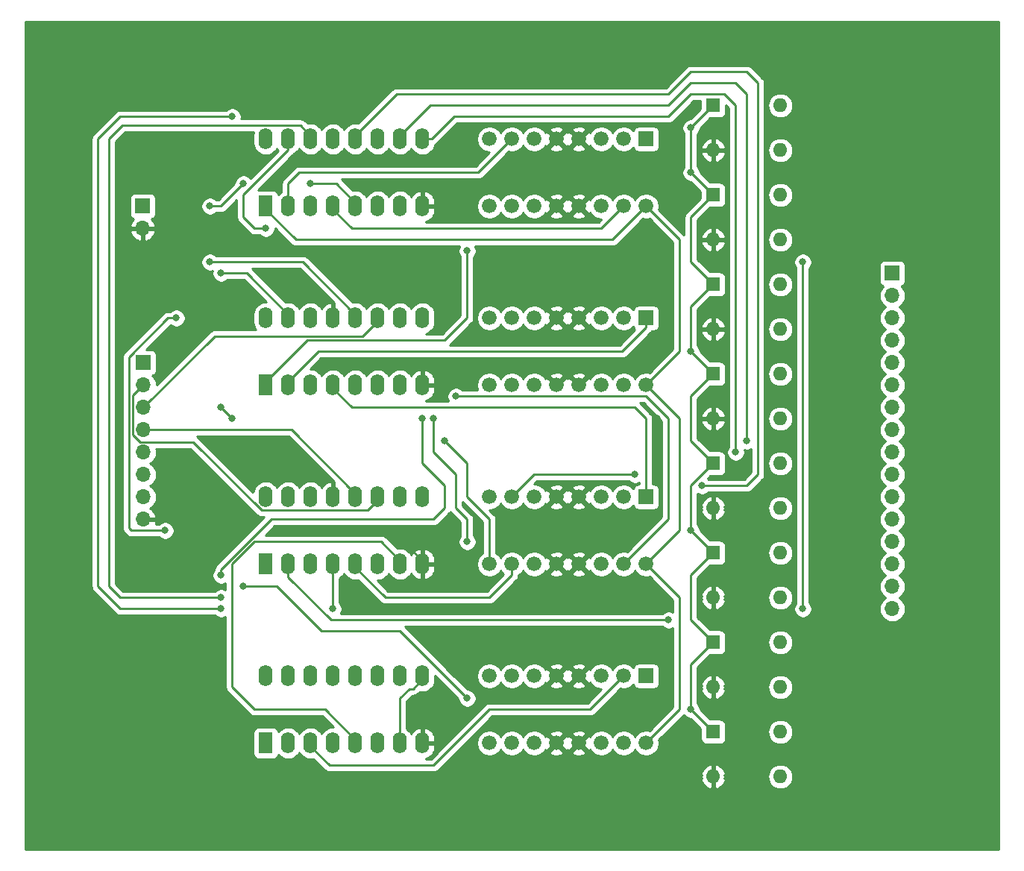
<source format=gbr>
G04 #@! TF.GenerationSoftware,KiCad,Pcbnew,(5.1.0)-1*
G04 #@! TF.CreationDate,2020-01-23T16:35:24+01:00*
G04 #@! TF.ProjectId,splitflap,73706c69-7466-46c6-9170-2e6b69636164,rev?*
G04 #@! TF.SameCoordinates,Original*
G04 #@! TF.FileFunction,Copper,L2,Bot*
G04 #@! TF.FilePolarity,Positive*
%FSLAX46Y46*%
G04 Gerber Fmt 4.6, Leading zero omitted, Abs format (unit mm)*
G04 Created by KiCad (PCBNEW (5.1.0)-1) date 2020-01-23 16:35:24*
%MOMM*%
%LPD*%
G04 APERTURE LIST*
%ADD10R,1.600000X1.600000*%
%ADD11O,1.600000X1.600000*%
%ADD12O,1.600000X2.400000*%
%ADD13R,1.600000X2.400000*%
%ADD14O,1.700000X1.700000*%
%ADD15R,1.700000X1.700000*%
%ADD16C,1.676400*%
%ADD17R,1.676400X1.676400*%
%ADD18C,0.800000*%
%ADD19C,0.250000*%
%ADD20C,0.254000*%
G04 APERTURE END LIST*
D10*
X226060000Y-106680000D03*
D11*
X233680000Y-111760000D03*
X226060000Y-111760000D03*
X233680000Y-106680000D03*
D12*
X175260000Y-80010000D03*
X193040000Y-87630000D03*
X177800000Y-80010000D03*
X190500000Y-87630000D03*
X180340000Y-80010000D03*
X187960000Y-87630000D03*
X182880000Y-80010000D03*
X185420000Y-87630000D03*
X185420000Y-80010000D03*
X182880000Y-87630000D03*
X187960000Y-80010000D03*
X180340000Y-87630000D03*
X190500000Y-80010000D03*
X177800000Y-87630000D03*
X193040000Y-80010000D03*
D13*
X175260000Y-87630000D03*
D12*
X175260000Y-59690000D03*
X193040000Y-67310000D03*
X177800000Y-59690000D03*
X190500000Y-67310000D03*
X180340000Y-59690000D03*
X187960000Y-67310000D03*
X182880000Y-59690000D03*
X185420000Y-67310000D03*
X185420000Y-59690000D03*
X182880000Y-67310000D03*
X187960000Y-59690000D03*
X180340000Y-67310000D03*
X190500000Y-59690000D03*
X177800000Y-67310000D03*
X193040000Y-59690000D03*
D13*
X175260000Y-67310000D03*
D14*
X246380000Y-92710000D03*
X246380000Y-90170000D03*
X246380000Y-87630000D03*
X246380000Y-85090000D03*
X246380000Y-82550000D03*
X246380000Y-80010000D03*
X246380000Y-77470000D03*
X246380000Y-74930000D03*
X246380000Y-72390000D03*
X246380000Y-69850000D03*
X246380000Y-67310000D03*
X246380000Y-64770000D03*
X246380000Y-62230000D03*
X246380000Y-59690000D03*
X246380000Y-57150000D03*
D15*
X246380000Y-54610000D03*
D14*
X161365001Y-82550000D03*
X161365001Y-80010000D03*
X161365001Y-77470000D03*
X161365001Y-74930000D03*
X161365001Y-72390000D03*
X161365001Y-69850000D03*
X161365001Y-67310000D03*
D15*
X161365001Y-64770000D03*
D14*
X161290000Y-49530000D03*
D15*
X161290000Y-46990000D03*
D12*
X175260000Y-100330000D03*
X193040000Y-107950000D03*
X177800000Y-100330000D03*
X190500000Y-107950000D03*
X180340000Y-100330000D03*
X187960000Y-107950000D03*
X182880000Y-100330000D03*
X185420000Y-107950000D03*
X185420000Y-100330000D03*
X182880000Y-107950000D03*
X187960000Y-100330000D03*
X180340000Y-107950000D03*
X190500000Y-100330000D03*
X177800000Y-107950000D03*
X193040000Y-100330000D03*
D13*
X175260000Y-107950000D03*
D12*
X175260000Y-39370000D03*
X193040000Y-46990000D03*
X177800000Y-39370000D03*
X190500000Y-46990000D03*
X180340000Y-39370000D03*
X187960000Y-46990000D03*
X182880000Y-39370000D03*
X185420000Y-46990000D03*
X185420000Y-39370000D03*
X182880000Y-46990000D03*
X187960000Y-39370000D03*
X180340000Y-46990000D03*
X190500000Y-39370000D03*
X177800000Y-46990000D03*
X193040000Y-39370000D03*
D13*
X175260000Y-46990000D03*
D10*
X226060000Y-96520000D03*
D11*
X233680000Y-101600000D03*
X226060000Y-101600000D03*
X233680000Y-96520000D03*
D10*
X226060000Y-86360000D03*
D11*
X233680000Y-91440000D03*
X226060000Y-91440000D03*
X233680000Y-86360000D03*
D10*
X226060000Y-76200000D03*
D11*
X233680000Y-81280000D03*
X226060000Y-81280000D03*
X233680000Y-76200000D03*
D10*
X226060000Y-66040000D03*
D11*
X233680000Y-71120000D03*
X226060000Y-71120000D03*
X233680000Y-66040000D03*
D10*
X226060000Y-55880000D03*
D11*
X233680000Y-60960000D03*
X226060000Y-60960000D03*
X233680000Y-55880000D03*
D10*
X226060000Y-45720000D03*
D11*
X233680000Y-50800000D03*
X226060000Y-50800000D03*
X233680000Y-45720000D03*
D10*
X226060000Y-35560000D03*
D11*
X233680000Y-40640000D03*
X226060000Y-40640000D03*
X233680000Y-35560000D03*
D16*
X218440000Y-107950000D03*
X215900000Y-107950000D03*
X213360000Y-107950000D03*
X210820000Y-107950000D03*
X208280000Y-107950000D03*
X205740000Y-107950000D03*
X203200000Y-107950000D03*
X200660000Y-107950000D03*
X200660000Y-100330000D03*
X203200000Y-100330000D03*
X205740000Y-100330000D03*
X208280000Y-100330000D03*
X210820000Y-100330000D03*
X213360000Y-100330000D03*
X215900000Y-100330000D03*
D17*
X218440000Y-100330000D03*
D16*
X218440000Y-67310000D03*
X215900000Y-67310000D03*
X213360000Y-67310000D03*
X210820000Y-67310000D03*
X208280000Y-67310000D03*
X205740000Y-67310000D03*
X203200000Y-67310000D03*
X200660000Y-67310000D03*
X200660000Y-59690000D03*
X203200000Y-59690000D03*
X205740000Y-59690000D03*
X208280000Y-59690000D03*
X210820000Y-59690000D03*
X213360000Y-59690000D03*
X215900000Y-59690000D03*
D17*
X218440000Y-59690000D03*
D16*
X218440000Y-87630000D03*
X215900000Y-87630000D03*
X213360000Y-87630000D03*
X210820000Y-87630000D03*
X208280000Y-87630000D03*
X205740000Y-87630000D03*
X203200000Y-87630000D03*
X200660000Y-87630000D03*
X200660000Y-80010000D03*
X203200000Y-80010000D03*
X205740000Y-80010000D03*
X208280000Y-80010000D03*
X210820000Y-80010000D03*
X213360000Y-80010000D03*
X215900000Y-80010000D03*
D17*
X218440000Y-80010000D03*
D16*
X218440000Y-46990000D03*
X215900000Y-46990000D03*
X213360000Y-46990000D03*
X210820000Y-46990000D03*
X208280000Y-46990000D03*
X205740000Y-46990000D03*
X203200000Y-46990000D03*
X200660000Y-46990000D03*
X200660000Y-39370000D03*
X203200000Y-39370000D03*
X205740000Y-39370000D03*
X208280000Y-39370000D03*
X210820000Y-39370000D03*
X213360000Y-39370000D03*
X215900000Y-39370000D03*
D17*
X218440000Y-39370000D03*
D18*
X223520000Y-63500000D03*
X223520000Y-83820000D03*
X223520000Y-104140000D03*
X223520000Y-43180000D03*
X223520000Y-38100000D03*
X181610000Y-83820000D03*
X173990000Y-50800000D03*
X219710000Y-71120000D03*
X219710000Y-52070000D03*
X196850000Y-68580000D03*
X175260000Y-49530000D03*
X220980000Y-93980000D03*
X236220000Y-92710000D03*
X236220000Y-53340000D03*
X170180000Y-91440000D03*
X168910000Y-46990000D03*
X172720000Y-44450000D03*
X180340000Y-44450000D03*
X217170000Y-77470000D03*
X217170000Y-77470000D03*
X224790000Y-78740000D03*
X171450000Y-36830000D03*
X170180000Y-92710000D03*
X182880000Y-92710000D03*
X165100000Y-59690000D03*
X165100000Y-59690000D03*
X165100000Y-59690000D03*
X163830000Y-83820000D03*
X163830000Y-83820000D03*
X229870000Y-73660000D03*
X228600000Y-74930000D03*
X171450000Y-71120000D03*
X170180000Y-69850000D03*
X168910000Y-53340000D03*
X170180000Y-54610000D03*
X170180000Y-54610000D03*
X198120000Y-102870000D03*
X172720000Y-90170000D03*
X170180000Y-88900000D03*
X193040000Y-71120000D03*
X198120000Y-85090000D03*
X194310000Y-71120000D03*
X195580000Y-73660000D03*
X198120000Y-52070000D03*
D19*
X226060000Y-106680000D02*
X223520000Y-104140000D01*
X223520000Y-104140000D02*
X223520000Y-99060000D01*
X223520000Y-99060000D02*
X226060000Y-96520000D01*
X226060000Y-96520000D02*
X223520000Y-93980000D01*
X223520000Y-93980000D02*
X223520000Y-88900000D01*
X223520000Y-88900000D02*
X226060000Y-86360000D01*
X223520000Y-78740000D02*
X226060000Y-76200000D01*
X226060000Y-86360000D02*
X223520000Y-83820000D01*
X223520000Y-83820000D02*
X223520000Y-78740000D01*
X226060000Y-76200000D02*
X223520000Y-73660000D01*
X223520000Y-73660000D02*
X223520000Y-68580000D01*
X223520000Y-68580000D02*
X226060000Y-66040000D01*
X226060000Y-66040000D02*
X223520000Y-63500000D01*
X223520000Y-63500000D02*
X223520000Y-63500000D01*
X226060000Y-55880000D02*
X223520000Y-58420000D01*
X226060000Y-55880000D02*
X223520000Y-53340000D01*
X223520000Y-53340000D02*
X223520000Y-48260000D01*
X223520000Y-48260000D02*
X226060000Y-45720000D01*
X226060000Y-45720000D02*
X223520000Y-43180000D01*
X223520000Y-43180000D02*
X223520000Y-38100000D01*
X223520000Y-38100000D02*
X226060000Y-35560000D01*
X223520000Y-63500000D02*
X223520000Y-58420000D01*
X223520000Y-83820000D02*
X223520000Y-83820000D01*
X223520000Y-104140000D02*
X223520000Y-104140000D01*
X223520000Y-43180000D02*
X223520000Y-43180000D01*
X193040000Y-87230000D02*
X189630000Y-83820000D01*
X193040000Y-87630000D02*
X193040000Y-87230000D01*
X189630000Y-83820000D02*
X182880000Y-83820000D01*
X182880000Y-83820000D02*
X181610000Y-83820000D01*
X181610000Y-83820000D02*
X181610000Y-83820000D01*
X215900000Y-87630000D02*
X220980000Y-82550000D01*
X220980000Y-82550000D02*
X220980000Y-71120000D01*
X220980000Y-71120000D02*
X218440000Y-68580000D01*
X218440000Y-68580000D02*
X199390000Y-68580000D01*
X199390000Y-68580000D02*
X198120000Y-68580000D01*
X198120000Y-68580000D02*
X196850000Y-68580000D01*
X196850000Y-68580000D02*
X196850000Y-68580000D01*
X177800000Y-40640000D02*
X177800000Y-39370000D01*
X172720000Y-45720000D02*
X177800000Y-40640000D01*
X172720000Y-48260000D02*
X172720000Y-45720000D01*
X175260000Y-49530000D02*
X173990000Y-49530000D01*
X173990000Y-49530000D02*
X172720000Y-48260000D01*
X177800000Y-89080000D02*
X182700000Y-93980000D01*
X177800000Y-87630000D02*
X177800000Y-89080000D01*
X182700000Y-93980000D02*
X220980000Y-93980000D01*
X220980000Y-93980000D02*
X220980000Y-93980000D01*
X236220000Y-92710000D02*
X236220000Y-53340000D01*
X236220000Y-53340000D02*
X236220000Y-53340000D01*
X203200000Y-87630000D02*
X203200000Y-88900000D01*
X203200000Y-88900000D02*
X200660000Y-91440000D01*
X185420000Y-88030000D02*
X185420000Y-87630000D01*
X188830000Y-91440000D02*
X185420000Y-88030000D01*
X200660000Y-91440000D02*
X188830000Y-91440000D01*
X179214990Y-37844990D02*
X159005010Y-37844990D01*
X180340000Y-39370000D02*
X180340000Y-38970000D01*
X180340000Y-38970000D02*
X179214990Y-37844990D01*
X159005010Y-37844990D02*
X157480000Y-39370000D01*
X157480000Y-39370000D02*
X157480000Y-90170000D01*
X157480000Y-90170000D02*
X158750000Y-91440000D01*
X158750000Y-91440000D02*
X170180000Y-91440000D01*
X170180000Y-91440000D02*
X170180000Y-91440000D01*
X168910000Y-46990000D02*
X170180000Y-46990000D01*
X170180000Y-46990000D02*
X172720000Y-44450000D01*
X172720000Y-44450000D02*
X172720000Y-44450000D01*
X185420000Y-46590000D02*
X185420000Y-46990000D01*
X183280000Y-44450000D02*
X185420000Y-46590000D01*
X180340000Y-44450000D02*
X183280000Y-44450000D01*
X203200000Y-80010000D02*
X205740000Y-77470000D01*
X205740000Y-77470000D02*
X217170000Y-77470000D01*
X217170000Y-77470000D02*
X217170000Y-77470000D01*
X217170000Y-77470000D02*
X217170000Y-77470000D01*
X185420000Y-38970000D02*
X185420000Y-39370000D01*
X220980000Y-34290000D02*
X190100000Y-34290000D01*
X224790000Y-78740000D02*
X229870000Y-78740000D01*
X229870000Y-78740000D02*
X231140000Y-77470000D01*
X231140000Y-77470000D02*
X231140000Y-33020000D01*
X231140000Y-33020000D02*
X229870000Y-31750000D01*
X229870000Y-31750000D02*
X223520000Y-31750000D01*
X190100000Y-34290000D02*
X185420000Y-38970000D01*
X223520000Y-31750000D02*
X220980000Y-34290000D01*
X182880000Y-47390000D02*
X185020000Y-49530000D01*
X182880000Y-46990000D02*
X182880000Y-47390000D01*
X213360000Y-49530000D02*
X215900000Y-46990000D01*
X185020000Y-49530000D02*
X213360000Y-49530000D01*
X171450000Y-36830000D02*
X159383590Y-36830000D01*
X159383590Y-36830000D02*
X158750000Y-36830000D01*
X158750000Y-36830000D02*
X156210000Y-39370000D01*
X156210000Y-39370000D02*
X156210000Y-90170000D01*
X156210000Y-90170000D02*
X158750000Y-92710000D01*
X158750000Y-92710000D02*
X170180000Y-92710000D01*
X170180000Y-92710000D02*
X170180000Y-92710000D01*
X182880000Y-92710000D02*
X182880000Y-87630000D01*
X159739991Y-64110008D02*
X159739991Y-83539991D01*
X165100000Y-59690000D02*
X164159999Y-59690000D01*
X164159999Y-59690000D02*
X159739991Y-64110008D01*
X159739991Y-83539991D02*
X160020000Y-83820000D01*
X160020000Y-83820000D02*
X163830000Y-83820000D01*
X163830000Y-83820000D02*
X163830000Y-83820000D01*
X163830000Y-83820000D02*
X163830000Y-83820000D01*
X229870000Y-73660000D02*
X229870000Y-34290000D01*
X229870000Y-34290000D02*
X228600000Y-33020000D01*
X228600000Y-33020000D02*
X223520000Y-33020000D01*
X223520000Y-33020000D02*
X220980000Y-35560000D01*
X190500000Y-38970000D02*
X190500000Y-39370000D01*
X193910000Y-35560000D02*
X190500000Y-38970000D01*
X220980000Y-35560000D02*
X193910000Y-35560000D01*
X177800000Y-46990000D02*
X177800000Y-46590000D01*
X199390000Y-43180000D02*
X203200000Y-39370000D01*
X181610000Y-43180000D02*
X179070000Y-43180000D01*
X181610000Y-43180000D02*
X199390000Y-43180000D01*
X181210000Y-43180000D02*
X181610000Y-43180000D01*
X177800000Y-44450000D02*
X177800000Y-46990000D01*
X179070000Y-43180000D02*
X177800000Y-44450000D01*
X223520000Y-34290000D02*
X220980000Y-36830000D01*
X194090000Y-39370000D02*
X193040000Y-39370000D01*
X196630000Y-36830000D02*
X194090000Y-39370000D01*
X220980000Y-36830000D02*
X196630000Y-36830000D01*
X228600000Y-74930000D02*
X228600000Y-35560000D01*
X228600000Y-35560000D02*
X227330000Y-34290000D01*
X227330000Y-34290000D02*
X223520000Y-34290000D01*
X222250000Y-91440000D02*
X218440000Y-87630000D01*
X218440000Y-107950000D02*
X222250000Y-104140000D01*
X222250000Y-104140000D02*
X222250000Y-91440000D01*
X222250000Y-71120000D02*
X218440000Y-67310000D01*
X218440000Y-87630000D02*
X222250000Y-83820000D01*
X222250000Y-83820000D02*
X222250000Y-71120000D01*
X218440000Y-67310000D02*
X222250000Y-63500000D01*
X222250000Y-63500000D02*
X222250000Y-50800000D01*
X222250000Y-50800000D02*
X218440000Y-46990000D01*
X175260000Y-47390000D02*
X178670000Y-50800000D01*
X175260000Y-46990000D02*
X175260000Y-47390000D01*
X214630000Y-50800000D02*
X218440000Y-46990000D01*
X178670000Y-50800000D02*
X214630000Y-50800000D01*
X193040000Y-100730000D02*
X193040000Y-100330000D01*
X191990000Y-101780000D02*
X193040000Y-100730000D01*
X191590000Y-101780000D02*
X191990000Y-101780000D01*
X190500000Y-102870000D02*
X191590000Y-101780000D01*
X190500000Y-107950000D02*
X190500000Y-102870000D01*
X171450000Y-71120000D02*
X170180000Y-69850000D01*
X170180000Y-69850000D02*
X170180000Y-69850000D01*
X188360000Y-85090000D02*
X190500000Y-87230000D01*
X173990000Y-85090000D02*
X188360000Y-85090000D01*
X185420000Y-107950000D02*
X185420000Y-107550000D01*
X190500000Y-87230000D02*
X190500000Y-87630000D01*
X185420000Y-107550000D02*
X182010000Y-104140000D01*
X182010000Y-104140000D02*
X173990000Y-104140000D01*
X171450000Y-101600000D02*
X171450000Y-87630000D01*
X173990000Y-104140000D02*
X171450000Y-101600000D01*
X171450000Y-87630000D02*
X173990000Y-85090000D01*
X180340000Y-108350000D02*
X182480000Y-110490000D01*
X180340000Y-107950000D02*
X180340000Y-108350000D01*
X182480000Y-110490000D02*
X194310000Y-110490000D01*
X194310000Y-110490000D02*
X200660000Y-104140000D01*
X212090000Y-104140000D02*
X215900000Y-100330000D01*
X200660000Y-104140000D02*
X212090000Y-104140000D01*
X185420000Y-59290000D02*
X185420000Y-59690000D01*
X179470000Y-53340000D02*
X185420000Y-59290000D01*
X168910000Y-53340000D02*
X179470000Y-53340000D01*
X185420000Y-79610000D02*
X185420000Y-80010000D01*
X178200000Y-72390000D02*
X185420000Y-79610000D01*
X161365001Y-72390000D02*
X178200000Y-72390000D01*
X187960000Y-60090000D02*
X187960000Y-59690000D01*
X186270010Y-61779990D02*
X187960000Y-60090000D01*
X169435011Y-61779990D02*
X186270010Y-61779990D01*
X161365001Y-69850000D02*
X169435011Y-61779990D01*
X186834990Y-81535010D02*
X187960000Y-80410000D01*
X187960000Y-80410000D02*
X187960000Y-80010000D01*
X174794006Y-81535010D02*
X186834990Y-81535010D01*
X160990998Y-73754999D02*
X167013995Y-73754999D01*
X160190000Y-72954001D02*
X160990998Y-73754999D01*
X160190000Y-68485001D02*
X160190000Y-72954001D01*
X167013995Y-73754999D02*
X174794006Y-81535010D01*
X161365001Y-67310000D02*
X160190000Y-68485001D01*
X177800000Y-59290000D02*
X177800000Y-59690000D01*
X173120000Y-54610000D02*
X177800000Y-59290000D01*
X170180000Y-54610000D02*
X173120000Y-54610000D01*
X198120000Y-102870000D02*
X190500000Y-95250000D01*
X190500000Y-95250000D02*
X181610000Y-95250000D01*
X181610000Y-95250000D02*
X180340000Y-93980000D01*
X180340000Y-93980000D02*
X176530000Y-90170000D01*
X176530000Y-90170000D02*
X172720000Y-90170000D01*
X172720000Y-90170000D02*
X172720000Y-90170000D01*
X170180000Y-88263590D02*
X175893590Y-82550000D01*
X170180000Y-88900000D02*
X170180000Y-88263590D01*
X175893590Y-82550000D02*
X194310000Y-82550000D01*
X194310000Y-82550000D02*
X195580000Y-81280000D01*
X195580000Y-81280000D02*
X195580000Y-78740000D01*
X195580000Y-78740000D02*
X193040000Y-76200000D01*
X193040000Y-76200000D02*
X193040000Y-71120000D01*
X193040000Y-71120000D02*
X193040000Y-71120000D01*
X198120000Y-85090000D02*
X198120000Y-82550000D01*
X194310000Y-71120000D02*
X194310000Y-71120000D01*
X198120000Y-82550000D02*
X196850000Y-81280000D01*
X196850000Y-81280000D02*
X196850000Y-77470000D01*
X196850000Y-77470000D02*
X194310000Y-74930000D01*
X194310000Y-74930000D02*
X194310000Y-71120000D01*
X195580000Y-73660000D02*
X195580000Y-73660000D01*
X198120000Y-76200000D02*
X195580000Y-73660000D01*
X198120000Y-80010000D02*
X198120000Y-76200000D01*
X200660000Y-87630000D02*
X200660000Y-82550000D01*
X200660000Y-82550000D02*
X198120000Y-80010000D01*
X218440000Y-80010000D02*
X218440000Y-71120000D01*
X218440000Y-71120000D02*
X217170000Y-69850000D01*
X182880000Y-67710000D02*
X182880000Y-67310000D01*
X185020000Y-69850000D02*
X182880000Y-67710000D01*
X217170000Y-69850000D02*
X185020000Y-69850000D01*
X218440000Y-60778200D02*
X215718200Y-63500000D01*
X218440000Y-59690000D02*
X218440000Y-60778200D01*
X177800000Y-66910000D02*
X177800000Y-67310000D01*
X181210000Y-63500000D02*
X177800000Y-66910000D01*
X215718200Y-63500000D02*
X181210000Y-63500000D01*
X198120000Y-52070000D02*
X198120000Y-59690000D01*
X198120000Y-59690000D02*
X195580000Y-62230000D01*
X175260000Y-66910000D02*
X175260000Y-67310000D01*
X179940000Y-62230000D02*
X175260000Y-66910000D01*
X195580000Y-62230000D02*
X179940000Y-62230000D01*
D20*
G36*
X258420001Y-39337572D02*
G01*
X258420000Y-39337582D01*
X258420001Y-119990000D01*
X147980000Y-119990000D01*
X147980000Y-111632998D01*
X224625000Y-111632998D01*
X224625000Y-111887002D01*
X224790084Y-111887002D01*
X224668096Y-112109039D01*
X224708754Y-112243087D01*
X224828963Y-112497420D01*
X224996481Y-112723414D01*
X225204869Y-112912385D01*
X225446119Y-113057070D01*
X225710960Y-113151909D01*
X225933000Y-113030624D01*
X225933000Y-111887000D01*
X225913000Y-111887000D01*
X225913000Y-111633000D01*
X225933000Y-111633000D01*
X225933000Y-110489376D01*
X226187000Y-110489376D01*
X226187000Y-111633000D01*
X226207000Y-111633000D01*
X226207000Y-111887000D01*
X226187000Y-111887000D01*
X226187000Y-113030624D01*
X226409040Y-113151909D01*
X226673881Y-113057070D01*
X226915131Y-112912385D01*
X227123519Y-112723414D01*
X227291037Y-112497420D01*
X227411246Y-112243087D01*
X227451904Y-112109039D01*
X227329916Y-111887002D01*
X227495000Y-111887002D01*
X227495000Y-111760000D01*
X232238057Y-111760000D01*
X232265764Y-112041309D01*
X232347818Y-112311808D01*
X232481068Y-112561101D01*
X232660392Y-112779608D01*
X232878899Y-112958932D01*
X233128192Y-113092182D01*
X233398691Y-113174236D01*
X233609508Y-113195000D01*
X233750492Y-113195000D01*
X233961309Y-113174236D01*
X234231808Y-113092182D01*
X234481101Y-112958932D01*
X234699608Y-112779608D01*
X234878932Y-112561101D01*
X235012182Y-112311808D01*
X235094236Y-112041309D01*
X235121943Y-111760000D01*
X235094236Y-111478691D01*
X235012182Y-111208192D01*
X234878932Y-110958899D01*
X234699608Y-110740392D01*
X234481101Y-110561068D01*
X234231808Y-110427818D01*
X233961309Y-110345764D01*
X233750492Y-110325000D01*
X233609508Y-110325000D01*
X233398691Y-110345764D01*
X233128192Y-110427818D01*
X232878899Y-110561068D01*
X232660392Y-110740392D01*
X232481068Y-110958899D01*
X232347818Y-111208192D01*
X232265764Y-111478691D01*
X232238057Y-111760000D01*
X227495000Y-111760000D01*
X227495000Y-111632998D01*
X227329916Y-111632998D01*
X227451904Y-111410961D01*
X227411246Y-111276913D01*
X227291037Y-111022580D01*
X227123519Y-110796586D01*
X226915131Y-110607615D01*
X226673881Y-110462930D01*
X226409040Y-110368091D01*
X226187000Y-110489376D01*
X225933000Y-110489376D01*
X225710960Y-110368091D01*
X225446119Y-110462930D01*
X225204869Y-110607615D01*
X224996481Y-110796586D01*
X224828963Y-111022580D01*
X224708754Y-111276913D01*
X224668096Y-111410961D01*
X224790084Y-111632998D01*
X224625000Y-111632998D01*
X147980000Y-111632998D01*
X147980000Y-39370000D01*
X155446324Y-39370000D01*
X155450000Y-39407322D01*
X155450001Y-90132667D01*
X155446324Y-90170000D01*
X155460998Y-90318985D01*
X155504454Y-90462246D01*
X155575026Y-90594276D01*
X155611648Y-90638899D01*
X155670000Y-90710001D01*
X155698998Y-90733799D01*
X158186205Y-93221008D01*
X158209999Y-93250001D01*
X158238992Y-93273795D01*
X158238996Y-93273799D01*
X158295568Y-93320226D01*
X158325724Y-93344974D01*
X158457753Y-93415546D01*
X158601014Y-93459003D01*
X158712667Y-93470000D01*
X158712676Y-93470000D01*
X158749999Y-93473676D01*
X158787322Y-93470000D01*
X169476289Y-93470000D01*
X169520226Y-93513937D01*
X169689744Y-93627205D01*
X169878102Y-93705226D01*
X170078061Y-93745000D01*
X170281939Y-93745000D01*
X170481898Y-93705226D01*
X170670256Y-93627205D01*
X170690001Y-93614012D01*
X170690000Y-101562678D01*
X170686324Y-101600000D01*
X170690000Y-101637322D01*
X170690000Y-101637332D01*
X170700997Y-101748985D01*
X170714582Y-101793768D01*
X170744454Y-101892246D01*
X170815026Y-102024276D01*
X170846135Y-102062182D01*
X170909999Y-102140001D01*
X170939003Y-102163804D01*
X173426205Y-104651008D01*
X173449999Y-104680001D01*
X173478992Y-104703795D01*
X173478996Y-104703799D01*
X173549685Y-104761811D01*
X173565724Y-104774974D01*
X173697753Y-104845546D01*
X173841014Y-104889003D01*
X173952667Y-104900000D01*
X173952676Y-104900000D01*
X173989999Y-104903676D01*
X174027322Y-104900000D01*
X181695199Y-104900000D01*
X182905796Y-106110598D01*
X182880000Y-106108057D01*
X182598691Y-106135764D01*
X182328192Y-106217818D01*
X182078899Y-106351068D01*
X181860392Y-106530393D01*
X181681068Y-106748900D01*
X181610000Y-106881858D01*
X181538932Y-106748899D01*
X181359607Y-106530392D01*
X181141100Y-106351068D01*
X180891807Y-106217818D01*
X180621308Y-106135764D01*
X180340000Y-106108057D01*
X180058691Y-106135764D01*
X179788192Y-106217818D01*
X179538899Y-106351068D01*
X179320392Y-106530393D01*
X179141068Y-106748900D01*
X179070000Y-106881858D01*
X178998932Y-106748899D01*
X178819607Y-106530392D01*
X178601100Y-106351068D01*
X178351807Y-106217818D01*
X178081308Y-106135764D01*
X177800000Y-106108057D01*
X177518691Y-106135764D01*
X177248192Y-106217818D01*
X176998899Y-106351068D01*
X176780392Y-106530393D01*
X176687581Y-106643483D01*
X176685812Y-106625518D01*
X176649502Y-106505820D01*
X176590537Y-106395506D01*
X176511185Y-106298815D01*
X176414494Y-106219463D01*
X176304180Y-106160498D01*
X176184482Y-106124188D01*
X176060000Y-106111928D01*
X174460000Y-106111928D01*
X174335518Y-106124188D01*
X174215820Y-106160498D01*
X174105506Y-106219463D01*
X174008815Y-106298815D01*
X173929463Y-106395506D01*
X173870498Y-106505820D01*
X173834188Y-106625518D01*
X173821928Y-106750000D01*
X173821928Y-109150000D01*
X173834188Y-109274482D01*
X173870498Y-109394180D01*
X173929463Y-109504494D01*
X174008815Y-109601185D01*
X174105506Y-109680537D01*
X174215820Y-109739502D01*
X174335518Y-109775812D01*
X174460000Y-109788072D01*
X176060000Y-109788072D01*
X176184482Y-109775812D01*
X176304180Y-109739502D01*
X176414494Y-109680537D01*
X176511185Y-109601185D01*
X176590537Y-109504494D01*
X176649502Y-109394180D01*
X176685812Y-109274482D01*
X176687581Y-109256517D01*
X176780393Y-109369608D01*
X176998900Y-109548932D01*
X177248193Y-109682182D01*
X177518692Y-109764236D01*
X177800000Y-109791943D01*
X178081309Y-109764236D01*
X178351808Y-109682182D01*
X178601101Y-109548932D01*
X178819608Y-109369608D01*
X178998932Y-109151101D01*
X179070000Y-109018142D01*
X179141068Y-109151101D01*
X179320393Y-109369608D01*
X179538900Y-109548932D01*
X179788193Y-109682182D01*
X180058692Y-109764236D01*
X180340000Y-109791943D01*
X180621309Y-109764236D01*
X180665906Y-109750708D01*
X181916201Y-111001003D01*
X181939999Y-111030001D01*
X181968997Y-111053799D01*
X182055723Y-111124974D01*
X182187753Y-111195546D01*
X182331014Y-111239003D01*
X182442667Y-111250000D01*
X182442676Y-111250000D01*
X182479999Y-111253676D01*
X182517322Y-111250000D01*
X194272678Y-111250000D01*
X194310000Y-111253676D01*
X194347322Y-111250000D01*
X194347333Y-111250000D01*
X194458986Y-111239003D01*
X194602247Y-111195546D01*
X194734276Y-111124974D01*
X194850001Y-111030001D01*
X194873804Y-111000997D01*
X198069899Y-107804902D01*
X199186800Y-107804902D01*
X199186800Y-108095098D01*
X199243414Y-108379717D01*
X199354467Y-108647822D01*
X199515691Y-108889110D01*
X199720890Y-109094309D01*
X199962178Y-109255533D01*
X200230283Y-109366586D01*
X200514902Y-109423200D01*
X200805098Y-109423200D01*
X201089717Y-109366586D01*
X201357822Y-109255533D01*
X201599110Y-109094309D01*
X201804309Y-108889110D01*
X201930000Y-108701001D01*
X202055691Y-108889110D01*
X202260890Y-109094309D01*
X202502178Y-109255533D01*
X202770283Y-109366586D01*
X203054902Y-109423200D01*
X203345098Y-109423200D01*
X203629717Y-109366586D01*
X203897822Y-109255533D01*
X204139110Y-109094309D01*
X204344309Y-108889110D01*
X204470000Y-108701001D01*
X204595691Y-108889110D01*
X204800890Y-109094309D01*
X205042178Y-109255533D01*
X205310283Y-109366586D01*
X205594902Y-109423200D01*
X205885098Y-109423200D01*
X206169717Y-109366586D01*
X206437822Y-109255533D01*
X206679110Y-109094309D01*
X206803444Y-108969975D01*
X207439630Y-108969975D01*
X207515838Y-109217844D01*
X207777865Y-109342563D01*
X208059189Y-109413768D01*
X208348999Y-109428719D01*
X208636157Y-109386845D01*
X208909628Y-109289754D01*
X209044162Y-109217844D01*
X209120370Y-108969975D01*
X209979630Y-108969975D01*
X210055838Y-109217844D01*
X210317865Y-109342563D01*
X210599189Y-109413768D01*
X210888999Y-109428719D01*
X211176157Y-109386845D01*
X211449628Y-109289754D01*
X211584162Y-109217844D01*
X211660370Y-108969975D01*
X210820000Y-108129605D01*
X209979630Y-108969975D01*
X209120370Y-108969975D01*
X208280000Y-108129605D01*
X207439630Y-108969975D01*
X206803444Y-108969975D01*
X206884309Y-108889110D01*
X207007289Y-108705057D01*
X207012156Y-108714162D01*
X207260025Y-108790370D01*
X208100395Y-107950000D01*
X208459605Y-107950000D01*
X209299975Y-108790370D01*
X209547844Y-108714162D01*
X209549875Y-108709895D01*
X209552156Y-108714162D01*
X209800025Y-108790370D01*
X210640395Y-107950000D01*
X209800025Y-107109630D01*
X209552156Y-107185838D01*
X209550125Y-107190105D01*
X209547844Y-107185838D01*
X209299975Y-107109630D01*
X208459605Y-107950000D01*
X208100395Y-107950000D01*
X207260025Y-107109630D01*
X207012156Y-107185838D01*
X207007601Y-107195408D01*
X206884309Y-107010890D01*
X206803444Y-106930025D01*
X207439630Y-106930025D01*
X208280000Y-107770395D01*
X209120370Y-106930025D01*
X209979630Y-106930025D01*
X210820000Y-107770395D01*
X211660370Y-106930025D01*
X211584162Y-106682156D01*
X211322135Y-106557437D01*
X211040811Y-106486232D01*
X210751001Y-106471281D01*
X210463843Y-106513155D01*
X210190372Y-106610246D01*
X210055838Y-106682156D01*
X209979630Y-106930025D01*
X209120370Y-106930025D01*
X209044162Y-106682156D01*
X208782135Y-106557437D01*
X208500811Y-106486232D01*
X208211001Y-106471281D01*
X207923843Y-106513155D01*
X207650372Y-106610246D01*
X207515838Y-106682156D01*
X207439630Y-106930025D01*
X206803444Y-106930025D01*
X206679110Y-106805691D01*
X206437822Y-106644467D01*
X206169717Y-106533414D01*
X205885098Y-106476800D01*
X205594902Y-106476800D01*
X205310283Y-106533414D01*
X205042178Y-106644467D01*
X204800890Y-106805691D01*
X204595691Y-107010890D01*
X204470000Y-107198999D01*
X204344309Y-107010890D01*
X204139110Y-106805691D01*
X203897822Y-106644467D01*
X203629717Y-106533414D01*
X203345098Y-106476800D01*
X203054902Y-106476800D01*
X202770283Y-106533414D01*
X202502178Y-106644467D01*
X202260890Y-106805691D01*
X202055691Y-107010890D01*
X201930000Y-107198999D01*
X201804309Y-107010890D01*
X201599110Y-106805691D01*
X201357822Y-106644467D01*
X201089717Y-106533414D01*
X200805098Y-106476800D01*
X200514902Y-106476800D01*
X200230283Y-106533414D01*
X199962178Y-106644467D01*
X199720890Y-106805691D01*
X199515691Y-107010890D01*
X199354467Y-107252178D01*
X199243414Y-107520283D01*
X199186800Y-107804902D01*
X198069899Y-107804902D01*
X200974802Y-104900000D01*
X212052678Y-104900000D01*
X212090000Y-104903676D01*
X212127322Y-104900000D01*
X212127333Y-104900000D01*
X212238986Y-104889003D01*
X212382247Y-104845546D01*
X212514276Y-104774974D01*
X212630001Y-104680001D01*
X212653804Y-104650997D01*
X215543627Y-101761175D01*
X215754902Y-101803200D01*
X216045098Y-101803200D01*
X216329717Y-101746586D01*
X216597822Y-101635533D01*
X216839110Y-101474309D01*
X216986403Y-101327016D01*
X217012298Y-101412380D01*
X217071263Y-101522694D01*
X217150615Y-101619385D01*
X217247306Y-101698737D01*
X217357620Y-101757702D01*
X217477318Y-101794012D01*
X217601800Y-101806272D01*
X219278200Y-101806272D01*
X219402682Y-101794012D01*
X219522380Y-101757702D01*
X219632694Y-101698737D01*
X219729385Y-101619385D01*
X219808737Y-101522694D01*
X219867702Y-101412380D01*
X219904012Y-101292682D01*
X219916272Y-101168200D01*
X219916272Y-99491800D01*
X219904012Y-99367318D01*
X219867702Y-99247620D01*
X219808737Y-99137306D01*
X219729385Y-99040615D01*
X219632694Y-98961263D01*
X219522380Y-98902298D01*
X219402682Y-98865988D01*
X219278200Y-98853728D01*
X217601800Y-98853728D01*
X217477318Y-98865988D01*
X217357620Y-98902298D01*
X217247306Y-98961263D01*
X217150615Y-99040615D01*
X217071263Y-99137306D01*
X217012298Y-99247620D01*
X216986403Y-99332984D01*
X216839110Y-99185691D01*
X216597822Y-99024467D01*
X216329717Y-98913414D01*
X216045098Y-98856800D01*
X215754902Y-98856800D01*
X215470283Y-98913414D01*
X215202178Y-99024467D01*
X214960890Y-99185691D01*
X214755691Y-99390890D01*
X214630000Y-99578999D01*
X214504309Y-99390890D01*
X214299110Y-99185691D01*
X214057822Y-99024467D01*
X213789717Y-98913414D01*
X213505098Y-98856800D01*
X213214902Y-98856800D01*
X212930283Y-98913414D01*
X212662178Y-99024467D01*
X212420890Y-99185691D01*
X212215691Y-99390890D01*
X212092711Y-99574943D01*
X212087844Y-99565838D01*
X211839975Y-99489630D01*
X210999605Y-100330000D01*
X211839975Y-101170370D01*
X212087844Y-101094162D01*
X212092399Y-101084592D01*
X212215691Y-101269110D01*
X212420890Y-101474309D01*
X212662178Y-101635533D01*
X212930283Y-101746586D01*
X213214902Y-101803200D01*
X213351999Y-101803200D01*
X211775199Y-103380000D01*
X200697322Y-103380000D01*
X200659999Y-103376324D01*
X200622676Y-103380000D01*
X200622667Y-103380000D01*
X200511014Y-103390997D01*
X200369912Y-103433799D01*
X200367753Y-103434454D01*
X200235723Y-103505026D01*
X200205568Y-103529774D01*
X200119999Y-103599999D01*
X200096202Y-103628996D01*
X193995199Y-109730000D01*
X193445229Y-109730000D01*
X193471818Y-109724367D01*
X193731646Y-109613715D01*
X193964895Y-109454500D01*
X194162601Y-109252839D01*
X194317166Y-109016483D01*
X194422650Y-108754514D01*
X194475000Y-108477000D01*
X194475000Y-108077000D01*
X193167000Y-108077000D01*
X193167000Y-108097000D01*
X192913000Y-108097000D01*
X192913000Y-108077000D01*
X192893000Y-108077000D01*
X192893000Y-107823000D01*
X192913000Y-107823000D01*
X192913000Y-106280085D01*
X193167000Y-106280085D01*
X193167000Y-107823000D01*
X194475000Y-107823000D01*
X194475000Y-107423000D01*
X194422650Y-107145486D01*
X194317166Y-106883517D01*
X194162601Y-106647161D01*
X193964895Y-106445500D01*
X193731646Y-106286285D01*
X193471818Y-106175633D01*
X193389039Y-106158096D01*
X193167000Y-106280085D01*
X192913000Y-106280085D01*
X192690961Y-106158096D01*
X192608182Y-106175633D01*
X192348354Y-106286285D01*
X192115105Y-106445500D01*
X191917399Y-106647161D01*
X191767265Y-106876741D01*
X191698932Y-106748899D01*
X191519607Y-106530392D01*
X191301100Y-106351068D01*
X191260000Y-106329100D01*
X191260000Y-103184801D01*
X191904802Y-102540000D01*
X191952678Y-102540000D01*
X191990000Y-102543676D01*
X192027322Y-102540000D01*
X192027333Y-102540000D01*
X192138986Y-102529003D01*
X192282247Y-102485546D01*
X192414276Y-102414974D01*
X192530001Y-102320001D01*
X192553804Y-102290998D01*
X192714094Y-102130707D01*
X192758692Y-102144236D01*
X193040000Y-102171943D01*
X193321309Y-102144236D01*
X193591808Y-102062182D01*
X193841101Y-101928932D01*
X194059608Y-101749608D01*
X194238932Y-101531101D01*
X194372182Y-101281808D01*
X194454236Y-101011309D01*
X194475000Y-100800491D01*
X194475000Y-100299802D01*
X197085000Y-102909802D01*
X197085000Y-102971939D01*
X197124774Y-103171898D01*
X197202795Y-103360256D01*
X197316063Y-103529774D01*
X197460226Y-103673937D01*
X197629744Y-103787205D01*
X197818102Y-103865226D01*
X198018061Y-103905000D01*
X198221939Y-103905000D01*
X198421898Y-103865226D01*
X198610256Y-103787205D01*
X198779774Y-103673937D01*
X198923937Y-103529774D01*
X199037205Y-103360256D01*
X199115226Y-103171898D01*
X199155000Y-102971939D01*
X199155000Y-102768061D01*
X199115226Y-102568102D01*
X199037205Y-102379744D01*
X198923937Y-102210226D01*
X198779774Y-102066063D01*
X198610256Y-101952795D01*
X198421898Y-101874774D01*
X198221939Y-101835000D01*
X198159802Y-101835000D01*
X196509704Y-100184902D01*
X199186800Y-100184902D01*
X199186800Y-100475098D01*
X199243414Y-100759717D01*
X199354467Y-101027822D01*
X199515691Y-101269110D01*
X199720890Y-101474309D01*
X199962178Y-101635533D01*
X200230283Y-101746586D01*
X200514902Y-101803200D01*
X200805098Y-101803200D01*
X201089717Y-101746586D01*
X201357822Y-101635533D01*
X201599110Y-101474309D01*
X201804309Y-101269110D01*
X201930000Y-101081001D01*
X202055691Y-101269110D01*
X202260890Y-101474309D01*
X202502178Y-101635533D01*
X202770283Y-101746586D01*
X203054902Y-101803200D01*
X203345098Y-101803200D01*
X203629717Y-101746586D01*
X203897822Y-101635533D01*
X204139110Y-101474309D01*
X204344309Y-101269110D01*
X204470000Y-101081001D01*
X204595691Y-101269110D01*
X204800890Y-101474309D01*
X205042178Y-101635533D01*
X205310283Y-101746586D01*
X205594902Y-101803200D01*
X205885098Y-101803200D01*
X206169717Y-101746586D01*
X206437822Y-101635533D01*
X206679110Y-101474309D01*
X206803444Y-101349975D01*
X207439630Y-101349975D01*
X207515838Y-101597844D01*
X207777865Y-101722563D01*
X208059189Y-101793768D01*
X208348999Y-101808719D01*
X208636157Y-101766845D01*
X208909628Y-101669754D01*
X209044162Y-101597844D01*
X209120370Y-101349975D01*
X209979630Y-101349975D01*
X210055838Y-101597844D01*
X210317865Y-101722563D01*
X210599189Y-101793768D01*
X210888999Y-101808719D01*
X211176157Y-101766845D01*
X211449628Y-101669754D01*
X211584162Y-101597844D01*
X211660370Y-101349975D01*
X210820000Y-100509605D01*
X209979630Y-101349975D01*
X209120370Y-101349975D01*
X208280000Y-100509605D01*
X207439630Y-101349975D01*
X206803444Y-101349975D01*
X206884309Y-101269110D01*
X207007289Y-101085057D01*
X207012156Y-101094162D01*
X207260025Y-101170370D01*
X208100395Y-100330000D01*
X208459605Y-100330000D01*
X209299975Y-101170370D01*
X209547844Y-101094162D01*
X209549875Y-101089895D01*
X209552156Y-101094162D01*
X209800025Y-101170370D01*
X210640395Y-100330000D01*
X209800025Y-99489630D01*
X209552156Y-99565838D01*
X209550125Y-99570105D01*
X209547844Y-99565838D01*
X209299975Y-99489630D01*
X208459605Y-100330000D01*
X208100395Y-100330000D01*
X207260025Y-99489630D01*
X207012156Y-99565838D01*
X207007601Y-99575408D01*
X206884309Y-99390890D01*
X206803444Y-99310025D01*
X207439630Y-99310025D01*
X208280000Y-100150395D01*
X209120370Y-99310025D01*
X209979630Y-99310025D01*
X210820000Y-100150395D01*
X211660370Y-99310025D01*
X211584162Y-99062156D01*
X211322135Y-98937437D01*
X211040811Y-98866232D01*
X210751001Y-98851281D01*
X210463843Y-98893155D01*
X210190372Y-98990246D01*
X210055838Y-99062156D01*
X209979630Y-99310025D01*
X209120370Y-99310025D01*
X209044162Y-99062156D01*
X208782135Y-98937437D01*
X208500811Y-98866232D01*
X208211001Y-98851281D01*
X207923843Y-98893155D01*
X207650372Y-98990246D01*
X207515838Y-99062156D01*
X207439630Y-99310025D01*
X206803444Y-99310025D01*
X206679110Y-99185691D01*
X206437822Y-99024467D01*
X206169717Y-98913414D01*
X205885098Y-98856800D01*
X205594902Y-98856800D01*
X205310283Y-98913414D01*
X205042178Y-99024467D01*
X204800890Y-99185691D01*
X204595691Y-99390890D01*
X204470000Y-99578999D01*
X204344309Y-99390890D01*
X204139110Y-99185691D01*
X203897822Y-99024467D01*
X203629717Y-98913414D01*
X203345098Y-98856800D01*
X203054902Y-98856800D01*
X202770283Y-98913414D01*
X202502178Y-99024467D01*
X202260890Y-99185691D01*
X202055691Y-99390890D01*
X201930000Y-99578999D01*
X201804309Y-99390890D01*
X201599110Y-99185691D01*
X201357822Y-99024467D01*
X201089717Y-98913414D01*
X200805098Y-98856800D01*
X200514902Y-98856800D01*
X200230283Y-98913414D01*
X199962178Y-99024467D01*
X199720890Y-99185691D01*
X199515691Y-99390890D01*
X199354467Y-99632178D01*
X199243414Y-99900283D01*
X199186800Y-100184902D01*
X196509704Y-100184902D01*
X191064801Y-94740000D01*
X220276289Y-94740000D01*
X220320226Y-94783937D01*
X220489744Y-94897205D01*
X220678102Y-94975226D01*
X220878061Y-95015000D01*
X221081939Y-95015000D01*
X221281898Y-94975226D01*
X221470256Y-94897205D01*
X221490001Y-94884012D01*
X221490000Y-103825198D01*
X218796374Y-106518825D01*
X218585098Y-106476800D01*
X218294902Y-106476800D01*
X218010283Y-106533414D01*
X217742178Y-106644467D01*
X217500890Y-106805691D01*
X217295691Y-107010890D01*
X217170000Y-107198999D01*
X217044309Y-107010890D01*
X216839110Y-106805691D01*
X216597822Y-106644467D01*
X216329717Y-106533414D01*
X216045098Y-106476800D01*
X215754902Y-106476800D01*
X215470283Y-106533414D01*
X215202178Y-106644467D01*
X214960890Y-106805691D01*
X214755691Y-107010890D01*
X214630000Y-107198999D01*
X214504309Y-107010890D01*
X214299110Y-106805691D01*
X214057822Y-106644467D01*
X213789717Y-106533414D01*
X213505098Y-106476800D01*
X213214902Y-106476800D01*
X212930283Y-106533414D01*
X212662178Y-106644467D01*
X212420890Y-106805691D01*
X212215691Y-107010890D01*
X212092711Y-107194943D01*
X212087844Y-107185838D01*
X211839975Y-107109630D01*
X210999605Y-107950000D01*
X211839975Y-108790370D01*
X212087844Y-108714162D01*
X212092399Y-108704592D01*
X212215691Y-108889110D01*
X212420890Y-109094309D01*
X212662178Y-109255533D01*
X212930283Y-109366586D01*
X213214902Y-109423200D01*
X213505098Y-109423200D01*
X213789717Y-109366586D01*
X214057822Y-109255533D01*
X214299110Y-109094309D01*
X214504309Y-108889110D01*
X214630000Y-108701001D01*
X214755691Y-108889110D01*
X214960890Y-109094309D01*
X215202178Y-109255533D01*
X215470283Y-109366586D01*
X215754902Y-109423200D01*
X216045098Y-109423200D01*
X216329717Y-109366586D01*
X216597822Y-109255533D01*
X216839110Y-109094309D01*
X217044309Y-108889110D01*
X217170000Y-108701001D01*
X217295691Y-108889110D01*
X217500890Y-109094309D01*
X217742178Y-109255533D01*
X218010283Y-109366586D01*
X218294902Y-109423200D01*
X218585098Y-109423200D01*
X218869717Y-109366586D01*
X219137822Y-109255533D01*
X219379110Y-109094309D01*
X219584309Y-108889110D01*
X219745533Y-108647822D01*
X219856586Y-108379717D01*
X219913200Y-108095098D01*
X219913200Y-107804902D01*
X219871175Y-107593626D01*
X222695621Y-104769181D01*
X222716063Y-104799774D01*
X222860226Y-104943937D01*
X223029744Y-105057205D01*
X223218102Y-105135226D01*
X223418061Y-105175000D01*
X223480199Y-105175000D01*
X224621928Y-106316730D01*
X224621928Y-107480000D01*
X224634188Y-107604482D01*
X224670498Y-107724180D01*
X224729463Y-107834494D01*
X224808815Y-107931185D01*
X224905506Y-108010537D01*
X225015820Y-108069502D01*
X225135518Y-108105812D01*
X225260000Y-108118072D01*
X226860000Y-108118072D01*
X226984482Y-108105812D01*
X227104180Y-108069502D01*
X227214494Y-108010537D01*
X227311185Y-107931185D01*
X227390537Y-107834494D01*
X227449502Y-107724180D01*
X227485812Y-107604482D01*
X227498072Y-107480000D01*
X227498072Y-106680000D01*
X232238057Y-106680000D01*
X232265764Y-106961309D01*
X232347818Y-107231808D01*
X232481068Y-107481101D01*
X232660392Y-107699608D01*
X232878899Y-107878932D01*
X233128192Y-108012182D01*
X233398691Y-108094236D01*
X233609508Y-108115000D01*
X233750492Y-108115000D01*
X233961309Y-108094236D01*
X234231808Y-108012182D01*
X234481101Y-107878932D01*
X234699608Y-107699608D01*
X234878932Y-107481101D01*
X235012182Y-107231808D01*
X235094236Y-106961309D01*
X235121943Y-106680000D01*
X235094236Y-106398691D01*
X235012182Y-106128192D01*
X234878932Y-105878899D01*
X234699608Y-105660392D01*
X234481101Y-105481068D01*
X234231808Y-105347818D01*
X233961309Y-105265764D01*
X233750492Y-105245000D01*
X233609508Y-105245000D01*
X233398691Y-105265764D01*
X233128192Y-105347818D01*
X232878899Y-105481068D01*
X232660392Y-105660392D01*
X232481068Y-105878899D01*
X232347818Y-106128192D01*
X232265764Y-106398691D01*
X232238057Y-106680000D01*
X227498072Y-106680000D01*
X227498072Y-105880000D01*
X227485812Y-105755518D01*
X227449502Y-105635820D01*
X227390537Y-105525506D01*
X227311185Y-105428815D01*
X227214494Y-105349463D01*
X227104180Y-105290498D01*
X226984482Y-105254188D01*
X226860000Y-105241928D01*
X225696730Y-105241928D01*
X224555000Y-104100199D01*
X224555000Y-104038061D01*
X224515226Y-103838102D01*
X224437205Y-103649744D01*
X224323937Y-103480226D01*
X224280000Y-103436289D01*
X224280000Y-101472998D01*
X224625000Y-101472998D01*
X224625000Y-101727002D01*
X224790084Y-101727002D01*
X224668096Y-101949039D01*
X224708754Y-102083087D01*
X224828963Y-102337420D01*
X224996481Y-102563414D01*
X225204869Y-102752385D01*
X225446119Y-102897070D01*
X225710960Y-102991909D01*
X225933000Y-102870624D01*
X225933000Y-101727000D01*
X225913000Y-101727000D01*
X225913000Y-101473000D01*
X225933000Y-101473000D01*
X225933000Y-100329376D01*
X226187000Y-100329376D01*
X226187000Y-101473000D01*
X226207000Y-101473000D01*
X226207000Y-101727000D01*
X226187000Y-101727000D01*
X226187000Y-102870624D01*
X226409040Y-102991909D01*
X226673881Y-102897070D01*
X226915131Y-102752385D01*
X227123519Y-102563414D01*
X227291037Y-102337420D01*
X227411246Y-102083087D01*
X227451904Y-101949039D01*
X227329916Y-101727002D01*
X227495000Y-101727002D01*
X227495000Y-101600000D01*
X232238057Y-101600000D01*
X232265764Y-101881309D01*
X232347818Y-102151808D01*
X232481068Y-102401101D01*
X232660392Y-102619608D01*
X232878899Y-102798932D01*
X233128192Y-102932182D01*
X233398691Y-103014236D01*
X233609508Y-103035000D01*
X233750492Y-103035000D01*
X233961309Y-103014236D01*
X234231808Y-102932182D01*
X234481101Y-102798932D01*
X234699608Y-102619608D01*
X234878932Y-102401101D01*
X235012182Y-102151808D01*
X235094236Y-101881309D01*
X235121943Y-101600000D01*
X235094236Y-101318691D01*
X235012182Y-101048192D01*
X234878932Y-100798899D01*
X234699608Y-100580392D01*
X234481101Y-100401068D01*
X234231808Y-100267818D01*
X233961309Y-100185764D01*
X233750492Y-100165000D01*
X233609508Y-100165000D01*
X233398691Y-100185764D01*
X233128192Y-100267818D01*
X232878899Y-100401068D01*
X232660392Y-100580392D01*
X232481068Y-100798899D01*
X232347818Y-101048192D01*
X232265764Y-101318691D01*
X232238057Y-101600000D01*
X227495000Y-101600000D01*
X227495000Y-101472998D01*
X227329916Y-101472998D01*
X227451904Y-101250961D01*
X227411246Y-101116913D01*
X227291037Y-100862580D01*
X227123519Y-100636586D01*
X226915131Y-100447615D01*
X226673881Y-100302930D01*
X226409040Y-100208091D01*
X226187000Y-100329376D01*
X225933000Y-100329376D01*
X225710960Y-100208091D01*
X225446119Y-100302930D01*
X225204869Y-100447615D01*
X224996481Y-100636586D01*
X224828963Y-100862580D01*
X224708754Y-101116913D01*
X224668096Y-101250961D01*
X224790084Y-101472998D01*
X224625000Y-101472998D01*
X224280000Y-101472998D01*
X224280000Y-99374801D01*
X225696730Y-97958072D01*
X226860000Y-97958072D01*
X226984482Y-97945812D01*
X227104180Y-97909502D01*
X227214494Y-97850537D01*
X227311185Y-97771185D01*
X227390537Y-97674494D01*
X227449502Y-97564180D01*
X227485812Y-97444482D01*
X227498072Y-97320000D01*
X227498072Y-96520000D01*
X232238057Y-96520000D01*
X232265764Y-96801309D01*
X232347818Y-97071808D01*
X232481068Y-97321101D01*
X232660392Y-97539608D01*
X232878899Y-97718932D01*
X233128192Y-97852182D01*
X233398691Y-97934236D01*
X233609508Y-97955000D01*
X233750492Y-97955000D01*
X233961309Y-97934236D01*
X234231808Y-97852182D01*
X234481101Y-97718932D01*
X234699608Y-97539608D01*
X234878932Y-97321101D01*
X235012182Y-97071808D01*
X235094236Y-96801309D01*
X235121943Y-96520000D01*
X235094236Y-96238691D01*
X235012182Y-95968192D01*
X234878932Y-95718899D01*
X234699608Y-95500392D01*
X234481101Y-95321068D01*
X234231808Y-95187818D01*
X233961309Y-95105764D01*
X233750492Y-95085000D01*
X233609508Y-95085000D01*
X233398691Y-95105764D01*
X233128192Y-95187818D01*
X232878899Y-95321068D01*
X232660392Y-95500392D01*
X232481068Y-95718899D01*
X232347818Y-95968192D01*
X232265764Y-96238691D01*
X232238057Y-96520000D01*
X227498072Y-96520000D01*
X227498072Y-95720000D01*
X227485812Y-95595518D01*
X227449502Y-95475820D01*
X227390537Y-95365506D01*
X227311185Y-95268815D01*
X227214494Y-95189463D01*
X227104180Y-95130498D01*
X226984482Y-95094188D01*
X226860000Y-95081928D01*
X225696730Y-95081928D01*
X224280000Y-93665199D01*
X224280000Y-91312998D01*
X224625000Y-91312998D01*
X224625000Y-91567002D01*
X224790084Y-91567002D01*
X224668096Y-91789039D01*
X224708754Y-91923087D01*
X224828963Y-92177420D01*
X224996481Y-92403414D01*
X225204869Y-92592385D01*
X225446119Y-92737070D01*
X225710960Y-92831909D01*
X225933000Y-92710624D01*
X225933000Y-91567000D01*
X225913000Y-91567000D01*
X225913000Y-91313000D01*
X225933000Y-91313000D01*
X225933000Y-90169376D01*
X226187000Y-90169376D01*
X226187000Y-91313000D01*
X226207000Y-91313000D01*
X226207000Y-91567000D01*
X226187000Y-91567000D01*
X226187000Y-92710624D01*
X226409040Y-92831909D01*
X226673881Y-92737070D01*
X226915131Y-92592385D01*
X227123519Y-92403414D01*
X227291037Y-92177420D01*
X227411246Y-91923087D01*
X227451904Y-91789039D01*
X227329916Y-91567002D01*
X227495000Y-91567002D01*
X227495000Y-91440000D01*
X232238057Y-91440000D01*
X232265764Y-91721309D01*
X232347818Y-91991808D01*
X232481068Y-92241101D01*
X232660392Y-92459608D01*
X232878899Y-92638932D01*
X233128192Y-92772182D01*
X233398691Y-92854236D01*
X233609508Y-92875000D01*
X233750492Y-92875000D01*
X233961309Y-92854236D01*
X234231808Y-92772182D01*
X234481101Y-92638932D01*
X234699608Y-92459608D01*
X234878932Y-92241101D01*
X235012182Y-91991808D01*
X235094236Y-91721309D01*
X235121943Y-91440000D01*
X235094236Y-91158691D01*
X235012182Y-90888192D01*
X234878932Y-90638899D01*
X234699608Y-90420392D01*
X234481101Y-90241068D01*
X234231808Y-90107818D01*
X233961309Y-90025764D01*
X233750492Y-90005000D01*
X233609508Y-90005000D01*
X233398691Y-90025764D01*
X233128192Y-90107818D01*
X232878899Y-90241068D01*
X232660392Y-90420392D01*
X232481068Y-90638899D01*
X232347818Y-90888192D01*
X232265764Y-91158691D01*
X232238057Y-91440000D01*
X227495000Y-91440000D01*
X227495000Y-91312998D01*
X227329916Y-91312998D01*
X227451904Y-91090961D01*
X227411246Y-90956913D01*
X227291037Y-90702580D01*
X227123519Y-90476586D01*
X226915131Y-90287615D01*
X226673881Y-90142930D01*
X226409040Y-90048091D01*
X226187000Y-90169376D01*
X225933000Y-90169376D01*
X225710960Y-90048091D01*
X225446119Y-90142930D01*
X225204869Y-90287615D01*
X224996481Y-90476586D01*
X224828963Y-90702580D01*
X224708754Y-90956913D01*
X224668096Y-91090961D01*
X224790084Y-91312998D01*
X224625000Y-91312998D01*
X224280000Y-91312998D01*
X224280000Y-89214801D01*
X225696730Y-87798072D01*
X226860000Y-87798072D01*
X226984482Y-87785812D01*
X227104180Y-87749502D01*
X227214494Y-87690537D01*
X227311185Y-87611185D01*
X227390537Y-87514494D01*
X227449502Y-87404180D01*
X227485812Y-87284482D01*
X227498072Y-87160000D01*
X227498072Y-86360000D01*
X232238057Y-86360000D01*
X232265764Y-86641309D01*
X232347818Y-86911808D01*
X232481068Y-87161101D01*
X232660392Y-87379608D01*
X232878899Y-87558932D01*
X233128192Y-87692182D01*
X233398691Y-87774236D01*
X233609508Y-87795000D01*
X233750492Y-87795000D01*
X233961309Y-87774236D01*
X234231808Y-87692182D01*
X234481101Y-87558932D01*
X234699608Y-87379608D01*
X234878932Y-87161101D01*
X235012182Y-86911808D01*
X235094236Y-86641309D01*
X235121943Y-86360000D01*
X235094236Y-86078691D01*
X235012182Y-85808192D01*
X234878932Y-85558899D01*
X234699608Y-85340392D01*
X234481101Y-85161068D01*
X234231808Y-85027818D01*
X233961309Y-84945764D01*
X233750492Y-84925000D01*
X233609508Y-84925000D01*
X233398691Y-84945764D01*
X233128192Y-85027818D01*
X232878899Y-85161068D01*
X232660392Y-85340392D01*
X232481068Y-85558899D01*
X232347818Y-85808192D01*
X232265764Y-86078691D01*
X232238057Y-86360000D01*
X227498072Y-86360000D01*
X227498072Y-85560000D01*
X227485812Y-85435518D01*
X227449502Y-85315820D01*
X227390537Y-85205506D01*
X227311185Y-85108815D01*
X227214494Y-85029463D01*
X227104180Y-84970498D01*
X226984482Y-84934188D01*
X226860000Y-84921928D01*
X225696730Y-84921928D01*
X224555000Y-83780199D01*
X224555000Y-83718061D01*
X224515226Y-83518102D01*
X224437205Y-83329744D01*
X224323937Y-83160226D01*
X224280000Y-83116289D01*
X224280000Y-81152998D01*
X224625000Y-81152998D01*
X224625000Y-81407002D01*
X224790084Y-81407002D01*
X224668096Y-81629039D01*
X224708754Y-81763087D01*
X224828963Y-82017420D01*
X224996481Y-82243414D01*
X225204869Y-82432385D01*
X225446119Y-82577070D01*
X225710960Y-82671909D01*
X225933000Y-82550624D01*
X225933000Y-81407000D01*
X225913000Y-81407000D01*
X225913000Y-81153000D01*
X225933000Y-81153000D01*
X225933000Y-80009376D01*
X226187000Y-80009376D01*
X226187000Y-81153000D01*
X226207000Y-81153000D01*
X226207000Y-81407000D01*
X226187000Y-81407000D01*
X226187000Y-82550624D01*
X226409040Y-82671909D01*
X226673881Y-82577070D01*
X226915131Y-82432385D01*
X227123519Y-82243414D01*
X227291037Y-82017420D01*
X227411246Y-81763087D01*
X227451904Y-81629039D01*
X227329916Y-81407002D01*
X227495000Y-81407002D01*
X227495000Y-81280000D01*
X232238057Y-81280000D01*
X232265764Y-81561309D01*
X232347818Y-81831808D01*
X232481068Y-82081101D01*
X232660392Y-82299608D01*
X232878899Y-82478932D01*
X233128192Y-82612182D01*
X233398691Y-82694236D01*
X233609508Y-82715000D01*
X233750492Y-82715000D01*
X233961309Y-82694236D01*
X234231808Y-82612182D01*
X234481101Y-82478932D01*
X234699608Y-82299608D01*
X234878932Y-82081101D01*
X235012182Y-81831808D01*
X235094236Y-81561309D01*
X235121943Y-81280000D01*
X235094236Y-80998691D01*
X235012182Y-80728192D01*
X234878932Y-80478899D01*
X234699608Y-80260392D01*
X234481101Y-80081068D01*
X234231808Y-79947818D01*
X233961309Y-79865764D01*
X233750492Y-79845000D01*
X233609508Y-79845000D01*
X233398691Y-79865764D01*
X233128192Y-79947818D01*
X232878899Y-80081068D01*
X232660392Y-80260392D01*
X232481068Y-80478899D01*
X232347818Y-80728192D01*
X232265764Y-80998691D01*
X232238057Y-81280000D01*
X227495000Y-81280000D01*
X227495000Y-81152998D01*
X227329916Y-81152998D01*
X227451904Y-80930961D01*
X227411246Y-80796913D01*
X227291037Y-80542580D01*
X227123519Y-80316586D01*
X226915131Y-80127615D01*
X226673881Y-79982930D01*
X226409040Y-79888091D01*
X226187000Y-80009376D01*
X225933000Y-80009376D01*
X225710960Y-79888091D01*
X225446119Y-79982930D01*
X225204869Y-80127615D01*
X224996481Y-80316586D01*
X224828963Y-80542580D01*
X224708754Y-80796913D01*
X224668096Y-80930961D01*
X224790084Y-81152998D01*
X224625000Y-81152998D01*
X224280000Y-81152998D01*
X224280000Y-79644013D01*
X224299744Y-79657205D01*
X224488102Y-79735226D01*
X224688061Y-79775000D01*
X224891939Y-79775000D01*
X225091898Y-79735226D01*
X225280256Y-79657205D01*
X225449774Y-79543937D01*
X225493711Y-79500000D01*
X229832678Y-79500000D01*
X229870000Y-79503676D01*
X229907322Y-79500000D01*
X229907333Y-79500000D01*
X230018986Y-79489003D01*
X230162247Y-79445546D01*
X230294276Y-79374974D01*
X230410001Y-79280001D01*
X230433804Y-79250997D01*
X231651004Y-78033798D01*
X231680001Y-78010001D01*
X231774974Y-77894276D01*
X231845546Y-77762247D01*
X231889003Y-77618986D01*
X231900000Y-77507333D01*
X231900000Y-77507324D01*
X231903676Y-77470001D01*
X231900000Y-77432678D01*
X231900000Y-76200000D01*
X232238057Y-76200000D01*
X232265764Y-76481309D01*
X232347818Y-76751808D01*
X232481068Y-77001101D01*
X232660392Y-77219608D01*
X232878899Y-77398932D01*
X233128192Y-77532182D01*
X233398691Y-77614236D01*
X233609508Y-77635000D01*
X233750492Y-77635000D01*
X233961309Y-77614236D01*
X234231808Y-77532182D01*
X234481101Y-77398932D01*
X234699608Y-77219608D01*
X234878932Y-77001101D01*
X235012182Y-76751808D01*
X235094236Y-76481309D01*
X235121943Y-76200000D01*
X235094236Y-75918691D01*
X235012182Y-75648192D01*
X234878932Y-75398899D01*
X234699608Y-75180392D01*
X234481101Y-75001068D01*
X234231808Y-74867818D01*
X233961309Y-74785764D01*
X233750492Y-74765000D01*
X233609508Y-74765000D01*
X233398691Y-74785764D01*
X233128192Y-74867818D01*
X232878899Y-75001068D01*
X232660392Y-75180392D01*
X232481068Y-75398899D01*
X232347818Y-75648192D01*
X232265764Y-75918691D01*
X232238057Y-76200000D01*
X231900000Y-76200000D01*
X231900000Y-71120000D01*
X232238057Y-71120000D01*
X232265764Y-71401309D01*
X232347818Y-71671808D01*
X232481068Y-71921101D01*
X232660392Y-72139608D01*
X232878899Y-72318932D01*
X233128192Y-72452182D01*
X233398691Y-72534236D01*
X233609508Y-72555000D01*
X233750492Y-72555000D01*
X233961309Y-72534236D01*
X234231808Y-72452182D01*
X234481101Y-72318932D01*
X234699608Y-72139608D01*
X234878932Y-71921101D01*
X235012182Y-71671808D01*
X235094236Y-71401309D01*
X235121943Y-71120000D01*
X235094236Y-70838691D01*
X235012182Y-70568192D01*
X234878932Y-70318899D01*
X234699608Y-70100392D01*
X234481101Y-69921068D01*
X234231808Y-69787818D01*
X233961309Y-69705764D01*
X233750492Y-69685000D01*
X233609508Y-69685000D01*
X233398691Y-69705764D01*
X233128192Y-69787818D01*
X232878899Y-69921068D01*
X232660392Y-70100392D01*
X232481068Y-70318899D01*
X232347818Y-70568192D01*
X232265764Y-70838691D01*
X232238057Y-71120000D01*
X231900000Y-71120000D01*
X231900000Y-66040000D01*
X232238057Y-66040000D01*
X232265764Y-66321309D01*
X232347818Y-66591808D01*
X232481068Y-66841101D01*
X232660392Y-67059608D01*
X232878899Y-67238932D01*
X233128192Y-67372182D01*
X233398691Y-67454236D01*
X233609508Y-67475000D01*
X233750492Y-67475000D01*
X233961309Y-67454236D01*
X234231808Y-67372182D01*
X234481101Y-67238932D01*
X234699608Y-67059608D01*
X234878932Y-66841101D01*
X235012182Y-66591808D01*
X235094236Y-66321309D01*
X235121943Y-66040000D01*
X235094236Y-65758691D01*
X235012182Y-65488192D01*
X234878932Y-65238899D01*
X234699608Y-65020392D01*
X234481101Y-64841068D01*
X234231808Y-64707818D01*
X233961309Y-64625764D01*
X233750492Y-64605000D01*
X233609508Y-64605000D01*
X233398691Y-64625764D01*
X233128192Y-64707818D01*
X232878899Y-64841068D01*
X232660392Y-65020392D01*
X232481068Y-65238899D01*
X232347818Y-65488192D01*
X232265764Y-65758691D01*
X232238057Y-66040000D01*
X231900000Y-66040000D01*
X231900000Y-60960000D01*
X232238057Y-60960000D01*
X232265764Y-61241309D01*
X232347818Y-61511808D01*
X232481068Y-61761101D01*
X232660392Y-61979608D01*
X232878899Y-62158932D01*
X233128192Y-62292182D01*
X233398691Y-62374236D01*
X233609508Y-62395000D01*
X233750492Y-62395000D01*
X233961309Y-62374236D01*
X234231808Y-62292182D01*
X234481101Y-62158932D01*
X234699608Y-61979608D01*
X234878932Y-61761101D01*
X235012182Y-61511808D01*
X235094236Y-61241309D01*
X235121943Y-60960000D01*
X235094236Y-60678691D01*
X235012182Y-60408192D01*
X234878932Y-60158899D01*
X234699608Y-59940392D01*
X234481101Y-59761068D01*
X234231808Y-59627818D01*
X233961309Y-59545764D01*
X233750492Y-59525000D01*
X233609508Y-59525000D01*
X233398691Y-59545764D01*
X233128192Y-59627818D01*
X232878899Y-59761068D01*
X232660392Y-59940392D01*
X232481068Y-60158899D01*
X232347818Y-60408192D01*
X232265764Y-60678691D01*
X232238057Y-60960000D01*
X231900000Y-60960000D01*
X231900000Y-55880000D01*
X232238057Y-55880000D01*
X232265764Y-56161309D01*
X232347818Y-56431808D01*
X232481068Y-56681101D01*
X232660392Y-56899608D01*
X232878899Y-57078932D01*
X233128192Y-57212182D01*
X233398691Y-57294236D01*
X233609508Y-57315000D01*
X233750492Y-57315000D01*
X233961309Y-57294236D01*
X234231808Y-57212182D01*
X234481101Y-57078932D01*
X234699608Y-56899608D01*
X234878932Y-56681101D01*
X235012182Y-56431808D01*
X235094236Y-56161309D01*
X235121943Y-55880000D01*
X235094236Y-55598691D01*
X235012182Y-55328192D01*
X234878932Y-55078899D01*
X234699608Y-54860392D01*
X234481101Y-54681068D01*
X234231808Y-54547818D01*
X233961309Y-54465764D01*
X233750492Y-54445000D01*
X233609508Y-54445000D01*
X233398691Y-54465764D01*
X233128192Y-54547818D01*
X232878899Y-54681068D01*
X232660392Y-54860392D01*
X232481068Y-55078899D01*
X232347818Y-55328192D01*
X232265764Y-55598691D01*
X232238057Y-55880000D01*
X231900000Y-55880000D01*
X231900000Y-53238061D01*
X235185000Y-53238061D01*
X235185000Y-53441939D01*
X235224774Y-53641898D01*
X235302795Y-53830256D01*
X235416063Y-53999774D01*
X235460001Y-54043712D01*
X235460000Y-92006289D01*
X235416063Y-92050226D01*
X235302795Y-92219744D01*
X235224774Y-92408102D01*
X235185000Y-92608061D01*
X235185000Y-92811939D01*
X235224774Y-93011898D01*
X235302795Y-93200256D01*
X235416063Y-93369774D01*
X235560226Y-93513937D01*
X235729744Y-93627205D01*
X235918102Y-93705226D01*
X236118061Y-93745000D01*
X236321939Y-93745000D01*
X236521898Y-93705226D01*
X236710256Y-93627205D01*
X236879774Y-93513937D01*
X237023937Y-93369774D01*
X237137205Y-93200256D01*
X237215226Y-93011898D01*
X237255000Y-92811939D01*
X237255000Y-92608061D01*
X237215226Y-92408102D01*
X237137205Y-92219744D01*
X237023937Y-92050226D01*
X236980000Y-92006289D01*
X236980000Y-57150000D01*
X244887815Y-57150000D01*
X244916487Y-57441111D01*
X245001401Y-57721034D01*
X245139294Y-57979014D01*
X245324866Y-58205134D01*
X245550986Y-58390706D01*
X245605791Y-58420000D01*
X245550986Y-58449294D01*
X245324866Y-58634866D01*
X245139294Y-58860986D01*
X245001401Y-59118966D01*
X244916487Y-59398889D01*
X244887815Y-59690000D01*
X244916487Y-59981111D01*
X245001401Y-60261034D01*
X245139294Y-60519014D01*
X245324866Y-60745134D01*
X245550986Y-60930706D01*
X245605791Y-60960000D01*
X245550986Y-60989294D01*
X245324866Y-61174866D01*
X245139294Y-61400986D01*
X245001401Y-61658966D01*
X244916487Y-61938889D01*
X244887815Y-62230000D01*
X244916487Y-62521111D01*
X245001401Y-62801034D01*
X245139294Y-63059014D01*
X245324866Y-63285134D01*
X245550986Y-63470706D01*
X245605791Y-63500000D01*
X245550986Y-63529294D01*
X245324866Y-63714866D01*
X245139294Y-63940986D01*
X245001401Y-64198966D01*
X244916487Y-64478889D01*
X244887815Y-64770000D01*
X244916487Y-65061111D01*
X245001401Y-65341034D01*
X245139294Y-65599014D01*
X245324866Y-65825134D01*
X245550986Y-66010706D01*
X245605791Y-66040000D01*
X245550986Y-66069294D01*
X245324866Y-66254866D01*
X245139294Y-66480986D01*
X245001401Y-66738966D01*
X244916487Y-67018889D01*
X244887815Y-67310000D01*
X244916487Y-67601111D01*
X245001401Y-67881034D01*
X245139294Y-68139014D01*
X245324866Y-68365134D01*
X245550986Y-68550706D01*
X245605791Y-68580000D01*
X245550986Y-68609294D01*
X245324866Y-68794866D01*
X245139294Y-69020986D01*
X245001401Y-69278966D01*
X244916487Y-69558889D01*
X244887815Y-69850000D01*
X244916487Y-70141111D01*
X245001401Y-70421034D01*
X245139294Y-70679014D01*
X245324866Y-70905134D01*
X245550986Y-71090706D01*
X245605791Y-71120000D01*
X245550986Y-71149294D01*
X245324866Y-71334866D01*
X245139294Y-71560986D01*
X245001401Y-71818966D01*
X244916487Y-72098889D01*
X244887815Y-72390000D01*
X244916487Y-72681111D01*
X245001401Y-72961034D01*
X245139294Y-73219014D01*
X245324866Y-73445134D01*
X245550986Y-73630706D01*
X245605791Y-73660000D01*
X245550986Y-73689294D01*
X245324866Y-73874866D01*
X245139294Y-74100986D01*
X245001401Y-74358966D01*
X244916487Y-74638889D01*
X244887815Y-74930000D01*
X244916487Y-75221111D01*
X245001401Y-75501034D01*
X245139294Y-75759014D01*
X245324866Y-75985134D01*
X245550986Y-76170706D01*
X245605791Y-76200000D01*
X245550986Y-76229294D01*
X245324866Y-76414866D01*
X245139294Y-76640986D01*
X245001401Y-76898966D01*
X244916487Y-77178889D01*
X244887815Y-77470000D01*
X244916487Y-77761111D01*
X245001401Y-78041034D01*
X245139294Y-78299014D01*
X245324866Y-78525134D01*
X245550986Y-78710706D01*
X245605791Y-78740000D01*
X245550986Y-78769294D01*
X245324866Y-78954866D01*
X245139294Y-79180986D01*
X245001401Y-79438966D01*
X244916487Y-79718889D01*
X244887815Y-80010000D01*
X244916487Y-80301111D01*
X245001401Y-80581034D01*
X245139294Y-80839014D01*
X245324866Y-81065134D01*
X245550986Y-81250706D01*
X245605791Y-81280000D01*
X245550986Y-81309294D01*
X245324866Y-81494866D01*
X245139294Y-81720986D01*
X245001401Y-81978966D01*
X244916487Y-82258889D01*
X244887815Y-82550000D01*
X244916487Y-82841111D01*
X245001401Y-83121034D01*
X245139294Y-83379014D01*
X245324866Y-83605134D01*
X245550986Y-83790706D01*
X245605791Y-83820000D01*
X245550986Y-83849294D01*
X245324866Y-84034866D01*
X245139294Y-84260986D01*
X245001401Y-84518966D01*
X244916487Y-84798889D01*
X244887815Y-85090000D01*
X244916487Y-85381111D01*
X245001401Y-85661034D01*
X245139294Y-85919014D01*
X245324866Y-86145134D01*
X245550986Y-86330706D01*
X245605791Y-86360000D01*
X245550986Y-86389294D01*
X245324866Y-86574866D01*
X245139294Y-86800986D01*
X245001401Y-87058966D01*
X244916487Y-87338889D01*
X244887815Y-87630000D01*
X244916487Y-87921111D01*
X245001401Y-88201034D01*
X245139294Y-88459014D01*
X245324866Y-88685134D01*
X245550986Y-88870706D01*
X245605791Y-88900000D01*
X245550986Y-88929294D01*
X245324866Y-89114866D01*
X245139294Y-89340986D01*
X245001401Y-89598966D01*
X244916487Y-89878889D01*
X244887815Y-90170000D01*
X244916487Y-90461111D01*
X245001401Y-90741034D01*
X245139294Y-90999014D01*
X245324866Y-91225134D01*
X245550986Y-91410706D01*
X245605791Y-91440000D01*
X245550986Y-91469294D01*
X245324866Y-91654866D01*
X245139294Y-91880986D01*
X245001401Y-92138966D01*
X244916487Y-92418889D01*
X244887815Y-92710000D01*
X244916487Y-93001111D01*
X245001401Y-93281034D01*
X245139294Y-93539014D01*
X245324866Y-93765134D01*
X245550986Y-93950706D01*
X245808966Y-94088599D01*
X246088889Y-94173513D01*
X246307050Y-94195000D01*
X246452950Y-94195000D01*
X246671111Y-94173513D01*
X246951034Y-94088599D01*
X247209014Y-93950706D01*
X247435134Y-93765134D01*
X247620706Y-93539014D01*
X247758599Y-93281034D01*
X247843513Y-93001111D01*
X247872185Y-92710000D01*
X247843513Y-92418889D01*
X247758599Y-92138966D01*
X247620706Y-91880986D01*
X247435134Y-91654866D01*
X247209014Y-91469294D01*
X247154209Y-91440000D01*
X247209014Y-91410706D01*
X247435134Y-91225134D01*
X247620706Y-90999014D01*
X247758599Y-90741034D01*
X247843513Y-90461111D01*
X247872185Y-90170000D01*
X247843513Y-89878889D01*
X247758599Y-89598966D01*
X247620706Y-89340986D01*
X247435134Y-89114866D01*
X247209014Y-88929294D01*
X247154209Y-88900000D01*
X247209014Y-88870706D01*
X247435134Y-88685134D01*
X247620706Y-88459014D01*
X247758599Y-88201034D01*
X247843513Y-87921111D01*
X247872185Y-87630000D01*
X247843513Y-87338889D01*
X247758599Y-87058966D01*
X247620706Y-86800986D01*
X247435134Y-86574866D01*
X247209014Y-86389294D01*
X247154209Y-86360000D01*
X247209014Y-86330706D01*
X247435134Y-86145134D01*
X247620706Y-85919014D01*
X247758599Y-85661034D01*
X247843513Y-85381111D01*
X247872185Y-85090000D01*
X247843513Y-84798889D01*
X247758599Y-84518966D01*
X247620706Y-84260986D01*
X247435134Y-84034866D01*
X247209014Y-83849294D01*
X247154209Y-83820000D01*
X247209014Y-83790706D01*
X247435134Y-83605134D01*
X247620706Y-83379014D01*
X247758599Y-83121034D01*
X247843513Y-82841111D01*
X247872185Y-82550000D01*
X247843513Y-82258889D01*
X247758599Y-81978966D01*
X247620706Y-81720986D01*
X247435134Y-81494866D01*
X247209014Y-81309294D01*
X247154209Y-81280000D01*
X247209014Y-81250706D01*
X247435134Y-81065134D01*
X247620706Y-80839014D01*
X247758599Y-80581034D01*
X247843513Y-80301111D01*
X247872185Y-80010000D01*
X247843513Y-79718889D01*
X247758599Y-79438966D01*
X247620706Y-79180986D01*
X247435134Y-78954866D01*
X247209014Y-78769294D01*
X247154209Y-78740000D01*
X247209014Y-78710706D01*
X247435134Y-78525134D01*
X247620706Y-78299014D01*
X247758599Y-78041034D01*
X247843513Y-77761111D01*
X247872185Y-77470000D01*
X247843513Y-77178889D01*
X247758599Y-76898966D01*
X247620706Y-76640986D01*
X247435134Y-76414866D01*
X247209014Y-76229294D01*
X247154209Y-76200000D01*
X247209014Y-76170706D01*
X247435134Y-75985134D01*
X247620706Y-75759014D01*
X247758599Y-75501034D01*
X247843513Y-75221111D01*
X247872185Y-74930000D01*
X247843513Y-74638889D01*
X247758599Y-74358966D01*
X247620706Y-74100986D01*
X247435134Y-73874866D01*
X247209014Y-73689294D01*
X247154209Y-73660000D01*
X247209014Y-73630706D01*
X247435134Y-73445134D01*
X247620706Y-73219014D01*
X247758599Y-72961034D01*
X247843513Y-72681111D01*
X247872185Y-72390000D01*
X247843513Y-72098889D01*
X247758599Y-71818966D01*
X247620706Y-71560986D01*
X247435134Y-71334866D01*
X247209014Y-71149294D01*
X247154209Y-71120000D01*
X247209014Y-71090706D01*
X247435134Y-70905134D01*
X247620706Y-70679014D01*
X247758599Y-70421034D01*
X247843513Y-70141111D01*
X247872185Y-69850000D01*
X247843513Y-69558889D01*
X247758599Y-69278966D01*
X247620706Y-69020986D01*
X247435134Y-68794866D01*
X247209014Y-68609294D01*
X247154209Y-68580000D01*
X247209014Y-68550706D01*
X247435134Y-68365134D01*
X247620706Y-68139014D01*
X247758599Y-67881034D01*
X247843513Y-67601111D01*
X247872185Y-67310000D01*
X247843513Y-67018889D01*
X247758599Y-66738966D01*
X247620706Y-66480986D01*
X247435134Y-66254866D01*
X247209014Y-66069294D01*
X247154209Y-66040000D01*
X247209014Y-66010706D01*
X247435134Y-65825134D01*
X247620706Y-65599014D01*
X247758599Y-65341034D01*
X247843513Y-65061111D01*
X247872185Y-64770000D01*
X247843513Y-64478889D01*
X247758599Y-64198966D01*
X247620706Y-63940986D01*
X247435134Y-63714866D01*
X247209014Y-63529294D01*
X247154209Y-63500000D01*
X247209014Y-63470706D01*
X247435134Y-63285134D01*
X247620706Y-63059014D01*
X247758599Y-62801034D01*
X247843513Y-62521111D01*
X247872185Y-62230000D01*
X247843513Y-61938889D01*
X247758599Y-61658966D01*
X247620706Y-61400986D01*
X247435134Y-61174866D01*
X247209014Y-60989294D01*
X247154209Y-60960000D01*
X247209014Y-60930706D01*
X247435134Y-60745134D01*
X247620706Y-60519014D01*
X247758599Y-60261034D01*
X247843513Y-59981111D01*
X247872185Y-59690000D01*
X247843513Y-59398889D01*
X247758599Y-59118966D01*
X247620706Y-58860986D01*
X247435134Y-58634866D01*
X247209014Y-58449294D01*
X247154209Y-58420000D01*
X247209014Y-58390706D01*
X247435134Y-58205134D01*
X247620706Y-57979014D01*
X247758599Y-57721034D01*
X247843513Y-57441111D01*
X247872185Y-57150000D01*
X247843513Y-56858889D01*
X247758599Y-56578966D01*
X247620706Y-56320986D01*
X247435134Y-56094866D01*
X247405313Y-56070393D01*
X247474180Y-56049502D01*
X247584494Y-55990537D01*
X247681185Y-55911185D01*
X247760537Y-55814494D01*
X247819502Y-55704180D01*
X247855812Y-55584482D01*
X247868072Y-55460000D01*
X247868072Y-53760000D01*
X247855812Y-53635518D01*
X247819502Y-53515820D01*
X247760537Y-53405506D01*
X247681185Y-53308815D01*
X247584494Y-53229463D01*
X247474180Y-53170498D01*
X247354482Y-53134188D01*
X247230000Y-53121928D01*
X245530000Y-53121928D01*
X245405518Y-53134188D01*
X245285820Y-53170498D01*
X245175506Y-53229463D01*
X245078815Y-53308815D01*
X244999463Y-53405506D01*
X244940498Y-53515820D01*
X244904188Y-53635518D01*
X244891928Y-53760000D01*
X244891928Y-55460000D01*
X244904188Y-55584482D01*
X244940498Y-55704180D01*
X244999463Y-55814494D01*
X245078815Y-55911185D01*
X245175506Y-55990537D01*
X245285820Y-56049502D01*
X245354687Y-56070393D01*
X245324866Y-56094866D01*
X245139294Y-56320986D01*
X245001401Y-56578966D01*
X244916487Y-56858889D01*
X244887815Y-57150000D01*
X236980000Y-57150000D01*
X236980000Y-54043711D01*
X237023937Y-53999774D01*
X237137205Y-53830256D01*
X237215226Y-53641898D01*
X237255000Y-53441939D01*
X237255000Y-53238061D01*
X237215226Y-53038102D01*
X237137205Y-52849744D01*
X237023937Y-52680226D01*
X236879774Y-52536063D01*
X236710256Y-52422795D01*
X236521898Y-52344774D01*
X236321939Y-52305000D01*
X236118061Y-52305000D01*
X235918102Y-52344774D01*
X235729744Y-52422795D01*
X235560226Y-52536063D01*
X235416063Y-52680226D01*
X235302795Y-52849744D01*
X235224774Y-53038102D01*
X235185000Y-53238061D01*
X231900000Y-53238061D01*
X231900000Y-50800000D01*
X232238057Y-50800000D01*
X232265764Y-51081309D01*
X232347818Y-51351808D01*
X232481068Y-51601101D01*
X232660392Y-51819608D01*
X232878899Y-51998932D01*
X233128192Y-52132182D01*
X233398691Y-52214236D01*
X233609508Y-52235000D01*
X233750492Y-52235000D01*
X233961309Y-52214236D01*
X234231808Y-52132182D01*
X234481101Y-51998932D01*
X234699608Y-51819608D01*
X234878932Y-51601101D01*
X235012182Y-51351808D01*
X235094236Y-51081309D01*
X235121943Y-50800000D01*
X235094236Y-50518691D01*
X235012182Y-50248192D01*
X234878932Y-49998899D01*
X234699608Y-49780392D01*
X234481101Y-49601068D01*
X234231808Y-49467818D01*
X233961309Y-49385764D01*
X233750492Y-49365000D01*
X233609508Y-49365000D01*
X233398691Y-49385764D01*
X233128192Y-49467818D01*
X232878899Y-49601068D01*
X232660392Y-49780392D01*
X232481068Y-49998899D01*
X232347818Y-50248192D01*
X232265764Y-50518691D01*
X232238057Y-50800000D01*
X231900000Y-50800000D01*
X231900000Y-45720000D01*
X232238057Y-45720000D01*
X232265764Y-46001309D01*
X232347818Y-46271808D01*
X232481068Y-46521101D01*
X232660392Y-46739608D01*
X232878899Y-46918932D01*
X233128192Y-47052182D01*
X233398691Y-47134236D01*
X233609508Y-47155000D01*
X233750492Y-47155000D01*
X233961309Y-47134236D01*
X234231808Y-47052182D01*
X234481101Y-46918932D01*
X234699608Y-46739608D01*
X234878932Y-46521101D01*
X235012182Y-46271808D01*
X235094236Y-46001309D01*
X235121943Y-45720000D01*
X235094236Y-45438691D01*
X235012182Y-45168192D01*
X234878932Y-44918899D01*
X234699608Y-44700392D01*
X234481101Y-44521068D01*
X234231808Y-44387818D01*
X233961309Y-44305764D01*
X233750492Y-44285000D01*
X233609508Y-44285000D01*
X233398691Y-44305764D01*
X233128192Y-44387818D01*
X232878899Y-44521068D01*
X232660392Y-44700392D01*
X232481068Y-44918899D01*
X232347818Y-45168192D01*
X232265764Y-45438691D01*
X232238057Y-45720000D01*
X231900000Y-45720000D01*
X231900000Y-40640000D01*
X232238057Y-40640000D01*
X232265764Y-40921309D01*
X232347818Y-41191808D01*
X232481068Y-41441101D01*
X232660392Y-41659608D01*
X232878899Y-41838932D01*
X233128192Y-41972182D01*
X233398691Y-42054236D01*
X233609508Y-42075000D01*
X233750492Y-42075000D01*
X233961309Y-42054236D01*
X234231808Y-41972182D01*
X234481101Y-41838932D01*
X234699608Y-41659608D01*
X234878932Y-41441101D01*
X235012182Y-41191808D01*
X235094236Y-40921309D01*
X235121943Y-40640000D01*
X235094236Y-40358691D01*
X235012182Y-40088192D01*
X234878932Y-39838899D01*
X234699608Y-39620392D01*
X234481101Y-39441068D01*
X234231808Y-39307818D01*
X233961309Y-39225764D01*
X233750492Y-39205000D01*
X233609508Y-39205000D01*
X233398691Y-39225764D01*
X233128192Y-39307818D01*
X232878899Y-39441068D01*
X232660392Y-39620392D01*
X232481068Y-39838899D01*
X232347818Y-40088192D01*
X232265764Y-40358691D01*
X232238057Y-40640000D01*
X231900000Y-40640000D01*
X231900000Y-35560000D01*
X232238057Y-35560000D01*
X232265764Y-35841309D01*
X232347818Y-36111808D01*
X232481068Y-36361101D01*
X232660392Y-36579608D01*
X232878899Y-36758932D01*
X233128192Y-36892182D01*
X233398691Y-36974236D01*
X233609508Y-36995000D01*
X233750492Y-36995000D01*
X233961309Y-36974236D01*
X234231808Y-36892182D01*
X234481101Y-36758932D01*
X234699608Y-36579608D01*
X234878932Y-36361101D01*
X235012182Y-36111808D01*
X235094236Y-35841309D01*
X235121943Y-35560000D01*
X235094236Y-35278691D01*
X235012182Y-35008192D01*
X234878932Y-34758899D01*
X234699608Y-34540392D01*
X234481101Y-34361068D01*
X234231808Y-34227818D01*
X233961309Y-34145764D01*
X233750492Y-34125000D01*
X233609508Y-34125000D01*
X233398691Y-34145764D01*
X233128192Y-34227818D01*
X232878899Y-34361068D01*
X232660392Y-34540392D01*
X232481068Y-34758899D01*
X232347818Y-35008192D01*
X232265764Y-35278691D01*
X232238057Y-35560000D01*
X231900000Y-35560000D01*
X231900000Y-33057322D01*
X231903676Y-33019999D01*
X231900000Y-32982676D01*
X231900000Y-32982667D01*
X231889003Y-32871014D01*
X231845546Y-32727753D01*
X231774974Y-32595724D01*
X231680001Y-32479999D01*
X231651003Y-32456201D01*
X230433804Y-31239003D01*
X230410001Y-31209999D01*
X230294276Y-31115026D01*
X230162247Y-31044454D01*
X230018986Y-31000997D01*
X229907333Y-30990000D01*
X229907322Y-30990000D01*
X229870000Y-30986324D01*
X229832678Y-30990000D01*
X223557322Y-30990000D01*
X223519999Y-30986324D01*
X223482676Y-30990000D01*
X223482667Y-30990000D01*
X223371014Y-31000997D01*
X223227753Y-31044454D01*
X223095724Y-31115026D01*
X223095722Y-31115027D01*
X223095723Y-31115027D01*
X223008996Y-31186201D01*
X223008992Y-31186205D01*
X222979999Y-31209999D01*
X222956205Y-31238992D01*
X220665199Y-33530000D01*
X190137322Y-33530000D01*
X190099999Y-33526324D01*
X190062676Y-33530000D01*
X190062667Y-33530000D01*
X189951014Y-33540997D01*
X189807753Y-33584454D01*
X189675724Y-33655026D01*
X189675722Y-33655027D01*
X189675723Y-33655027D01*
X189588996Y-33726201D01*
X189588992Y-33726205D01*
X189559999Y-33749999D01*
X189536205Y-33778992D01*
X185745906Y-37569293D01*
X185701308Y-37555764D01*
X185420000Y-37528057D01*
X185138691Y-37555764D01*
X184868192Y-37637818D01*
X184618899Y-37771068D01*
X184400392Y-37950393D01*
X184221068Y-38168900D01*
X184150000Y-38301858D01*
X184078932Y-38168899D01*
X183899607Y-37950392D01*
X183681100Y-37771068D01*
X183431807Y-37637818D01*
X183161308Y-37555764D01*
X182880000Y-37528057D01*
X182598691Y-37555764D01*
X182328192Y-37637818D01*
X182078899Y-37771068D01*
X181860392Y-37950393D01*
X181681068Y-38168900D01*
X181610000Y-38301858D01*
X181538932Y-38168899D01*
X181359607Y-37950392D01*
X181141100Y-37771068D01*
X180891807Y-37637818D01*
X180621308Y-37555764D01*
X180340000Y-37528057D01*
X180058691Y-37555764D01*
X180014094Y-37569292D01*
X179778793Y-37333992D01*
X179754991Y-37304989D01*
X179639266Y-37210016D01*
X179507237Y-37139444D01*
X179363976Y-37095987D01*
X179252323Y-37084990D01*
X179252312Y-37084990D01*
X179214990Y-37081314D01*
X179177668Y-37084990D01*
X172454557Y-37084990D01*
X172485000Y-36931939D01*
X172485000Y-36728061D01*
X172445226Y-36528102D01*
X172367205Y-36339744D01*
X172253937Y-36170226D01*
X172109774Y-36026063D01*
X171940256Y-35912795D01*
X171751898Y-35834774D01*
X171551939Y-35795000D01*
X171348061Y-35795000D01*
X171148102Y-35834774D01*
X170959744Y-35912795D01*
X170790226Y-36026063D01*
X170746289Y-36070000D01*
X158787322Y-36070000D01*
X158749999Y-36066324D01*
X158712676Y-36070000D01*
X158712667Y-36070000D01*
X158601014Y-36080997D01*
X158457753Y-36124454D01*
X158325724Y-36195026D01*
X158325722Y-36195027D01*
X158325723Y-36195027D01*
X158238996Y-36266201D01*
X158238992Y-36266205D01*
X158209999Y-36289999D01*
X158186205Y-36318992D01*
X155699003Y-38806196D01*
X155669999Y-38829999D01*
X155614871Y-38897174D01*
X155575026Y-38945724D01*
X155504455Y-39077753D01*
X155504454Y-39077754D01*
X155460997Y-39221015D01*
X155450000Y-39332668D01*
X155450000Y-39332678D01*
X155446324Y-39370000D01*
X147980000Y-39370000D01*
X147980000Y-26060000D01*
X258420000Y-26060000D01*
X258420001Y-39337572D01*
X258420001Y-39337572D01*
G37*
X258420001Y-39337572D02*
X258420000Y-39337582D01*
X258420001Y-119990000D01*
X147980000Y-119990000D01*
X147980000Y-111632998D01*
X224625000Y-111632998D01*
X224625000Y-111887002D01*
X224790084Y-111887002D01*
X224668096Y-112109039D01*
X224708754Y-112243087D01*
X224828963Y-112497420D01*
X224996481Y-112723414D01*
X225204869Y-112912385D01*
X225446119Y-113057070D01*
X225710960Y-113151909D01*
X225933000Y-113030624D01*
X225933000Y-111887000D01*
X225913000Y-111887000D01*
X225913000Y-111633000D01*
X225933000Y-111633000D01*
X225933000Y-110489376D01*
X226187000Y-110489376D01*
X226187000Y-111633000D01*
X226207000Y-111633000D01*
X226207000Y-111887000D01*
X226187000Y-111887000D01*
X226187000Y-113030624D01*
X226409040Y-113151909D01*
X226673881Y-113057070D01*
X226915131Y-112912385D01*
X227123519Y-112723414D01*
X227291037Y-112497420D01*
X227411246Y-112243087D01*
X227451904Y-112109039D01*
X227329916Y-111887002D01*
X227495000Y-111887002D01*
X227495000Y-111760000D01*
X232238057Y-111760000D01*
X232265764Y-112041309D01*
X232347818Y-112311808D01*
X232481068Y-112561101D01*
X232660392Y-112779608D01*
X232878899Y-112958932D01*
X233128192Y-113092182D01*
X233398691Y-113174236D01*
X233609508Y-113195000D01*
X233750492Y-113195000D01*
X233961309Y-113174236D01*
X234231808Y-113092182D01*
X234481101Y-112958932D01*
X234699608Y-112779608D01*
X234878932Y-112561101D01*
X235012182Y-112311808D01*
X235094236Y-112041309D01*
X235121943Y-111760000D01*
X235094236Y-111478691D01*
X235012182Y-111208192D01*
X234878932Y-110958899D01*
X234699608Y-110740392D01*
X234481101Y-110561068D01*
X234231808Y-110427818D01*
X233961309Y-110345764D01*
X233750492Y-110325000D01*
X233609508Y-110325000D01*
X233398691Y-110345764D01*
X233128192Y-110427818D01*
X232878899Y-110561068D01*
X232660392Y-110740392D01*
X232481068Y-110958899D01*
X232347818Y-111208192D01*
X232265764Y-111478691D01*
X232238057Y-111760000D01*
X227495000Y-111760000D01*
X227495000Y-111632998D01*
X227329916Y-111632998D01*
X227451904Y-111410961D01*
X227411246Y-111276913D01*
X227291037Y-111022580D01*
X227123519Y-110796586D01*
X226915131Y-110607615D01*
X226673881Y-110462930D01*
X226409040Y-110368091D01*
X226187000Y-110489376D01*
X225933000Y-110489376D01*
X225710960Y-110368091D01*
X225446119Y-110462930D01*
X225204869Y-110607615D01*
X224996481Y-110796586D01*
X224828963Y-111022580D01*
X224708754Y-111276913D01*
X224668096Y-111410961D01*
X224790084Y-111632998D01*
X224625000Y-111632998D01*
X147980000Y-111632998D01*
X147980000Y-39370000D01*
X155446324Y-39370000D01*
X155450000Y-39407322D01*
X155450001Y-90132667D01*
X155446324Y-90170000D01*
X155460998Y-90318985D01*
X155504454Y-90462246D01*
X155575026Y-90594276D01*
X155611648Y-90638899D01*
X155670000Y-90710001D01*
X155698998Y-90733799D01*
X158186205Y-93221008D01*
X158209999Y-93250001D01*
X158238992Y-93273795D01*
X158238996Y-93273799D01*
X158295568Y-93320226D01*
X158325724Y-93344974D01*
X158457753Y-93415546D01*
X158601014Y-93459003D01*
X158712667Y-93470000D01*
X158712676Y-93470000D01*
X158749999Y-93473676D01*
X158787322Y-93470000D01*
X169476289Y-93470000D01*
X169520226Y-93513937D01*
X169689744Y-93627205D01*
X169878102Y-93705226D01*
X170078061Y-93745000D01*
X170281939Y-93745000D01*
X170481898Y-93705226D01*
X170670256Y-93627205D01*
X170690001Y-93614012D01*
X170690000Y-101562678D01*
X170686324Y-101600000D01*
X170690000Y-101637322D01*
X170690000Y-101637332D01*
X170700997Y-101748985D01*
X170714582Y-101793768D01*
X170744454Y-101892246D01*
X170815026Y-102024276D01*
X170846135Y-102062182D01*
X170909999Y-102140001D01*
X170939003Y-102163804D01*
X173426205Y-104651008D01*
X173449999Y-104680001D01*
X173478992Y-104703795D01*
X173478996Y-104703799D01*
X173549685Y-104761811D01*
X173565724Y-104774974D01*
X173697753Y-104845546D01*
X173841014Y-104889003D01*
X173952667Y-104900000D01*
X173952676Y-104900000D01*
X173989999Y-104903676D01*
X174027322Y-104900000D01*
X181695199Y-104900000D01*
X182905796Y-106110598D01*
X182880000Y-106108057D01*
X182598691Y-106135764D01*
X182328192Y-106217818D01*
X182078899Y-106351068D01*
X181860392Y-106530393D01*
X181681068Y-106748900D01*
X181610000Y-106881858D01*
X181538932Y-106748899D01*
X181359607Y-106530392D01*
X181141100Y-106351068D01*
X180891807Y-106217818D01*
X180621308Y-106135764D01*
X180340000Y-106108057D01*
X180058691Y-106135764D01*
X179788192Y-106217818D01*
X179538899Y-106351068D01*
X179320392Y-106530393D01*
X179141068Y-106748900D01*
X179070000Y-106881858D01*
X178998932Y-106748899D01*
X178819607Y-106530392D01*
X178601100Y-106351068D01*
X178351807Y-106217818D01*
X178081308Y-106135764D01*
X177800000Y-106108057D01*
X177518691Y-106135764D01*
X177248192Y-106217818D01*
X176998899Y-106351068D01*
X176780392Y-106530393D01*
X176687581Y-106643483D01*
X176685812Y-106625518D01*
X176649502Y-106505820D01*
X176590537Y-106395506D01*
X176511185Y-106298815D01*
X176414494Y-106219463D01*
X176304180Y-106160498D01*
X176184482Y-106124188D01*
X176060000Y-106111928D01*
X174460000Y-106111928D01*
X174335518Y-106124188D01*
X174215820Y-106160498D01*
X174105506Y-106219463D01*
X174008815Y-106298815D01*
X173929463Y-106395506D01*
X173870498Y-106505820D01*
X173834188Y-106625518D01*
X173821928Y-106750000D01*
X173821928Y-109150000D01*
X173834188Y-109274482D01*
X173870498Y-109394180D01*
X173929463Y-109504494D01*
X174008815Y-109601185D01*
X174105506Y-109680537D01*
X174215820Y-109739502D01*
X174335518Y-109775812D01*
X174460000Y-109788072D01*
X176060000Y-109788072D01*
X176184482Y-109775812D01*
X176304180Y-109739502D01*
X176414494Y-109680537D01*
X176511185Y-109601185D01*
X176590537Y-109504494D01*
X176649502Y-109394180D01*
X176685812Y-109274482D01*
X176687581Y-109256517D01*
X176780393Y-109369608D01*
X176998900Y-109548932D01*
X177248193Y-109682182D01*
X177518692Y-109764236D01*
X177800000Y-109791943D01*
X178081309Y-109764236D01*
X178351808Y-109682182D01*
X178601101Y-109548932D01*
X178819608Y-109369608D01*
X178998932Y-109151101D01*
X179070000Y-109018142D01*
X179141068Y-109151101D01*
X179320393Y-109369608D01*
X179538900Y-109548932D01*
X179788193Y-109682182D01*
X180058692Y-109764236D01*
X180340000Y-109791943D01*
X180621309Y-109764236D01*
X180665906Y-109750708D01*
X181916201Y-111001003D01*
X181939999Y-111030001D01*
X181968997Y-111053799D01*
X182055723Y-111124974D01*
X182187753Y-111195546D01*
X182331014Y-111239003D01*
X182442667Y-111250000D01*
X182442676Y-111250000D01*
X182479999Y-111253676D01*
X182517322Y-111250000D01*
X194272678Y-111250000D01*
X194310000Y-111253676D01*
X194347322Y-111250000D01*
X194347333Y-111250000D01*
X194458986Y-111239003D01*
X194602247Y-111195546D01*
X194734276Y-111124974D01*
X194850001Y-111030001D01*
X194873804Y-111000997D01*
X198069899Y-107804902D01*
X199186800Y-107804902D01*
X199186800Y-108095098D01*
X199243414Y-108379717D01*
X199354467Y-108647822D01*
X199515691Y-108889110D01*
X199720890Y-109094309D01*
X199962178Y-109255533D01*
X200230283Y-109366586D01*
X200514902Y-109423200D01*
X200805098Y-109423200D01*
X201089717Y-109366586D01*
X201357822Y-109255533D01*
X201599110Y-109094309D01*
X201804309Y-108889110D01*
X201930000Y-108701001D01*
X202055691Y-108889110D01*
X202260890Y-109094309D01*
X202502178Y-109255533D01*
X202770283Y-109366586D01*
X203054902Y-109423200D01*
X203345098Y-109423200D01*
X203629717Y-109366586D01*
X203897822Y-109255533D01*
X204139110Y-109094309D01*
X204344309Y-108889110D01*
X204470000Y-108701001D01*
X204595691Y-108889110D01*
X204800890Y-109094309D01*
X205042178Y-109255533D01*
X205310283Y-109366586D01*
X205594902Y-109423200D01*
X205885098Y-109423200D01*
X206169717Y-109366586D01*
X206437822Y-109255533D01*
X206679110Y-109094309D01*
X206803444Y-108969975D01*
X207439630Y-108969975D01*
X207515838Y-109217844D01*
X207777865Y-109342563D01*
X208059189Y-109413768D01*
X208348999Y-109428719D01*
X208636157Y-109386845D01*
X208909628Y-109289754D01*
X209044162Y-109217844D01*
X209120370Y-108969975D01*
X209979630Y-108969975D01*
X210055838Y-109217844D01*
X210317865Y-109342563D01*
X210599189Y-109413768D01*
X210888999Y-109428719D01*
X211176157Y-109386845D01*
X211449628Y-109289754D01*
X211584162Y-109217844D01*
X211660370Y-108969975D01*
X210820000Y-108129605D01*
X209979630Y-108969975D01*
X209120370Y-108969975D01*
X208280000Y-108129605D01*
X207439630Y-108969975D01*
X206803444Y-108969975D01*
X206884309Y-108889110D01*
X207007289Y-108705057D01*
X207012156Y-108714162D01*
X207260025Y-108790370D01*
X208100395Y-107950000D01*
X208459605Y-107950000D01*
X209299975Y-108790370D01*
X209547844Y-108714162D01*
X209549875Y-108709895D01*
X209552156Y-108714162D01*
X209800025Y-108790370D01*
X210640395Y-107950000D01*
X209800025Y-107109630D01*
X209552156Y-107185838D01*
X209550125Y-107190105D01*
X209547844Y-107185838D01*
X209299975Y-107109630D01*
X208459605Y-107950000D01*
X208100395Y-107950000D01*
X207260025Y-107109630D01*
X207012156Y-107185838D01*
X207007601Y-107195408D01*
X206884309Y-107010890D01*
X206803444Y-106930025D01*
X207439630Y-106930025D01*
X208280000Y-107770395D01*
X209120370Y-106930025D01*
X209979630Y-106930025D01*
X210820000Y-107770395D01*
X211660370Y-106930025D01*
X211584162Y-106682156D01*
X211322135Y-106557437D01*
X211040811Y-106486232D01*
X210751001Y-106471281D01*
X210463843Y-106513155D01*
X210190372Y-106610246D01*
X210055838Y-106682156D01*
X209979630Y-106930025D01*
X209120370Y-106930025D01*
X209044162Y-106682156D01*
X208782135Y-106557437D01*
X208500811Y-106486232D01*
X208211001Y-106471281D01*
X207923843Y-106513155D01*
X207650372Y-106610246D01*
X207515838Y-106682156D01*
X207439630Y-106930025D01*
X206803444Y-106930025D01*
X206679110Y-106805691D01*
X206437822Y-106644467D01*
X206169717Y-106533414D01*
X205885098Y-106476800D01*
X205594902Y-106476800D01*
X205310283Y-106533414D01*
X205042178Y-106644467D01*
X204800890Y-106805691D01*
X204595691Y-107010890D01*
X204470000Y-107198999D01*
X204344309Y-107010890D01*
X204139110Y-106805691D01*
X203897822Y-106644467D01*
X203629717Y-106533414D01*
X203345098Y-106476800D01*
X203054902Y-106476800D01*
X202770283Y-106533414D01*
X202502178Y-106644467D01*
X202260890Y-106805691D01*
X202055691Y-107010890D01*
X201930000Y-107198999D01*
X201804309Y-107010890D01*
X201599110Y-106805691D01*
X201357822Y-106644467D01*
X201089717Y-106533414D01*
X200805098Y-106476800D01*
X200514902Y-106476800D01*
X200230283Y-106533414D01*
X199962178Y-106644467D01*
X199720890Y-106805691D01*
X199515691Y-107010890D01*
X199354467Y-107252178D01*
X199243414Y-107520283D01*
X199186800Y-107804902D01*
X198069899Y-107804902D01*
X200974802Y-104900000D01*
X212052678Y-104900000D01*
X212090000Y-104903676D01*
X212127322Y-104900000D01*
X212127333Y-104900000D01*
X212238986Y-104889003D01*
X212382247Y-104845546D01*
X212514276Y-104774974D01*
X212630001Y-104680001D01*
X212653804Y-104650997D01*
X215543627Y-101761175D01*
X215754902Y-101803200D01*
X216045098Y-101803200D01*
X216329717Y-101746586D01*
X216597822Y-101635533D01*
X216839110Y-101474309D01*
X216986403Y-101327016D01*
X217012298Y-101412380D01*
X217071263Y-101522694D01*
X217150615Y-101619385D01*
X217247306Y-101698737D01*
X217357620Y-101757702D01*
X217477318Y-101794012D01*
X217601800Y-101806272D01*
X219278200Y-101806272D01*
X219402682Y-101794012D01*
X219522380Y-101757702D01*
X219632694Y-101698737D01*
X219729385Y-101619385D01*
X219808737Y-101522694D01*
X219867702Y-101412380D01*
X219904012Y-101292682D01*
X219916272Y-101168200D01*
X219916272Y-99491800D01*
X219904012Y-99367318D01*
X219867702Y-99247620D01*
X219808737Y-99137306D01*
X219729385Y-99040615D01*
X219632694Y-98961263D01*
X219522380Y-98902298D01*
X219402682Y-98865988D01*
X219278200Y-98853728D01*
X217601800Y-98853728D01*
X217477318Y-98865988D01*
X217357620Y-98902298D01*
X217247306Y-98961263D01*
X217150615Y-99040615D01*
X217071263Y-99137306D01*
X217012298Y-99247620D01*
X216986403Y-99332984D01*
X216839110Y-99185691D01*
X216597822Y-99024467D01*
X216329717Y-98913414D01*
X216045098Y-98856800D01*
X215754902Y-98856800D01*
X215470283Y-98913414D01*
X215202178Y-99024467D01*
X214960890Y-99185691D01*
X214755691Y-99390890D01*
X214630000Y-99578999D01*
X214504309Y-99390890D01*
X214299110Y-99185691D01*
X214057822Y-99024467D01*
X213789717Y-98913414D01*
X213505098Y-98856800D01*
X213214902Y-98856800D01*
X212930283Y-98913414D01*
X212662178Y-99024467D01*
X212420890Y-99185691D01*
X212215691Y-99390890D01*
X212092711Y-99574943D01*
X212087844Y-99565838D01*
X211839975Y-99489630D01*
X210999605Y-100330000D01*
X211839975Y-101170370D01*
X212087844Y-101094162D01*
X212092399Y-101084592D01*
X212215691Y-101269110D01*
X212420890Y-101474309D01*
X212662178Y-101635533D01*
X212930283Y-101746586D01*
X213214902Y-101803200D01*
X213351999Y-101803200D01*
X211775199Y-103380000D01*
X200697322Y-103380000D01*
X200659999Y-103376324D01*
X200622676Y-103380000D01*
X200622667Y-103380000D01*
X200511014Y-103390997D01*
X200369912Y-103433799D01*
X200367753Y-103434454D01*
X200235723Y-103505026D01*
X200205568Y-103529774D01*
X200119999Y-103599999D01*
X200096202Y-103628996D01*
X193995199Y-109730000D01*
X193445229Y-109730000D01*
X193471818Y-109724367D01*
X193731646Y-109613715D01*
X193964895Y-109454500D01*
X194162601Y-109252839D01*
X194317166Y-109016483D01*
X194422650Y-108754514D01*
X194475000Y-108477000D01*
X194475000Y-108077000D01*
X193167000Y-108077000D01*
X193167000Y-108097000D01*
X192913000Y-108097000D01*
X192913000Y-108077000D01*
X192893000Y-108077000D01*
X192893000Y-107823000D01*
X192913000Y-107823000D01*
X192913000Y-106280085D01*
X193167000Y-106280085D01*
X193167000Y-107823000D01*
X194475000Y-107823000D01*
X194475000Y-107423000D01*
X194422650Y-107145486D01*
X194317166Y-106883517D01*
X194162601Y-106647161D01*
X193964895Y-106445500D01*
X193731646Y-106286285D01*
X193471818Y-106175633D01*
X193389039Y-106158096D01*
X193167000Y-106280085D01*
X192913000Y-106280085D01*
X192690961Y-106158096D01*
X192608182Y-106175633D01*
X192348354Y-106286285D01*
X192115105Y-106445500D01*
X191917399Y-106647161D01*
X191767265Y-106876741D01*
X191698932Y-106748899D01*
X191519607Y-106530392D01*
X191301100Y-106351068D01*
X191260000Y-106329100D01*
X191260000Y-103184801D01*
X191904802Y-102540000D01*
X191952678Y-102540000D01*
X191990000Y-102543676D01*
X192027322Y-102540000D01*
X192027333Y-102540000D01*
X192138986Y-102529003D01*
X192282247Y-102485546D01*
X192414276Y-102414974D01*
X192530001Y-102320001D01*
X192553804Y-102290998D01*
X192714094Y-102130707D01*
X192758692Y-102144236D01*
X193040000Y-102171943D01*
X193321309Y-102144236D01*
X193591808Y-102062182D01*
X193841101Y-101928932D01*
X194059608Y-101749608D01*
X194238932Y-101531101D01*
X194372182Y-101281808D01*
X194454236Y-101011309D01*
X194475000Y-100800491D01*
X194475000Y-100299802D01*
X197085000Y-102909802D01*
X197085000Y-102971939D01*
X197124774Y-103171898D01*
X197202795Y-103360256D01*
X197316063Y-103529774D01*
X197460226Y-103673937D01*
X197629744Y-103787205D01*
X197818102Y-103865226D01*
X198018061Y-103905000D01*
X198221939Y-103905000D01*
X198421898Y-103865226D01*
X198610256Y-103787205D01*
X198779774Y-103673937D01*
X198923937Y-103529774D01*
X199037205Y-103360256D01*
X199115226Y-103171898D01*
X199155000Y-102971939D01*
X199155000Y-102768061D01*
X199115226Y-102568102D01*
X199037205Y-102379744D01*
X198923937Y-102210226D01*
X198779774Y-102066063D01*
X198610256Y-101952795D01*
X198421898Y-101874774D01*
X198221939Y-101835000D01*
X198159802Y-101835000D01*
X196509704Y-100184902D01*
X199186800Y-100184902D01*
X199186800Y-100475098D01*
X199243414Y-100759717D01*
X199354467Y-101027822D01*
X199515691Y-101269110D01*
X199720890Y-101474309D01*
X199962178Y-101635533D01*
X200230283Y-101746586D01*
X200514902Y-101803200D01*
X200805098Y-101803200D01*
X201089717Y-101746586D01*
X201357822Y-101635533D01*
X201599110Y-101474309D01*
X201804309Y-101269110D01*
X201930000Y-101081001D01*
X202055691Y-101269110D01*
X202260890Y-101474309D01*
X202502178Y-101635533D01*
X202770283Y-101746586D01*
X203054902Y-101803200D01*
X203345098Y-101803200D01*
X203629717Y-101746586D01*
X203897822Y-101635533D01*
X204139110Y-101474309D01*
X204344309Y-101269110D01*
X204470000Y-101081001D01*
X204595691Y-101269110D01*
X204800890Y-101474309D01*
X205042178Y-101635533D01*
X205310283Y-101746586D01*
X205594902Y-101803200D01*
X205885098Y-101803200D01*
X206169717Y-101746586D01*
X206437822Y-101635533D01*
X206679110Y-101474309D01*
X206803444Y-101349975D01*
X207439630Y-101349975D01*
X207515838Y-101597844D01*
X207777865Y-101722563D01*
X208059189Y-101793768D01*
X208348999Y-101808719D01*
X208636157Y-101766845D01*
X208909628Y-101669754D01*
X209044162Y-101597844D01*
X209120370Y-101349975D01*
X209979630Y-101349975D01*
X210055838Y-101597844D01*
X210317865Y-101722563D01*
X210599189Y-101793768D01*
X210888999Y-101808719D01*
X211176157Y-101766845D01*
X211449628Y-101669754D01*
X211584162Y-101597844D01*
X211660370Y-101349975D01*
X210820000Y-100509605D01*
X209979630Y-101349975D01*
X209120370Y-101349975D01*
X208280000Y-100509605D01*
X207439630Y-101349975D01*
X206803444Y-101349975D01*
X206884309Y-101269110D01*
X207007289Y-101085057D01*
X207012156Y-101094162D01*
X207260025Y-101170370D01*
X208100395Y-100330000D01*
X208459605Y-100330000D01*
X209299975Y-101170370D01*
X209547844Y-101094162D01*
X209549875Y-101089895D01*
X209552156Y-101094162D01*
X209800025Y-101170370D01*
X210640395Y-100330000D01*
X209800025Y-99489630D01*
X209552156Y-99565838D01*
X209550125Y-99570105D01*
X209547844Y-99565838D01*
X209299975Y-99489630D01*
X208459605Y-100330000D01*
X208100395Y-100330000D01*
X207260025Y-99489630D01*
X207012156Y-99565838D01*
X207007601Y-99575408D01*
X206884309Y-99390890D01*
X206803444Y-99310025D01*
X207439630Y-99310025D01*
X208280000Y-100150395D01*
X209120370Y-99310025D01*
X209979630Y-99310025D01*
X210820000Y-100150395D01*
X211660370Y-99310025D01*
X211584162Y-99062156D01*
X211322135Y-98937437D01*
X211040811Y-98866232D01*
X210751001Y-98851281D01*
X210463843Y-98893155D01*
X210190372Y-98990246D01*
X210055838Y-99062156D01*
X209979630Y-99310025D01*
X209120370Y-99310025D01*
X209044162Y-99062156D01*
X208782135Y-98937437D01*
X208500811Y-98866232D01*
X208211001Y-98851281D01*
X207923843Y-98893155D01*
X207650372Y-98990246D01*
X207515838Y-99062156D01*
X207439630Y-99310025D01*
X206803444Y-99310025D01*
X206679110Y-99185691D01*
X206437822Y-99024467D01*
X206169717Y-98913414D01*
X205885098Y-98856800D01*
X205594902Y-98856800D01*
X205310283Y-98913414D01*
X205042178Y-99024467D01*
X204800890Y-99185691D01*
X204595691Y-99390890D01*
X204470000Y-99578999D01*
X204344309Y-99390890D01*
X204139110Y-99185691D01*
X203897822Y-99024467D01*
X203629717Y-98913414D01*
X203345098Y-98856800D01*
X203054902Y-98856800D01*
X202770283Y-98913414D01*
X202502178Y-99024467D01*
X202260890Y-99185691D01*
X202055691Y-99390890D01*
X201930000Y-99578999D01*
X201804309Y-99390890D01*
X201599110Y-99185691D01*
X201357822Y-99024467D01*
X201089717Y-98913414D01*
X200805098Y-98856800D01*
X200514902Y-98856800D01*
X200230283Y-98913414D01*
X199962178Y-99024467D01*
X199720890Y-99185691D01*
X199515691Y-99390890D01*
X199354467Y-99632178D01*
X199243414Y-99900283D01*
X199186800Y-100184902D01*
X196509704Y-100184902D01*
X191064801Y-94740000D01*
X220276289Y-94740000D01*
X220320226Y-94783937D01*
X220489744Y-94897205D01*
X220678102Y-94975226D01*
X220878061Y-95015000D01*
X221081939Y-95015000D01*
X221281898Y-94975226D01*
X221470256Y-94897205D01*
X221490001Y-94884012D01*
X221490000Y-103825198D01*
X218796374Y-106518825D01*
X218585098Y-106476800D01*
X218294902Y-106476800D01*
X218010283Y-106533414D01*
X217742178Y-106644467D01*
X217500890Y-106805691D01*
X217295691Y-107010890D01*
X217170000Y-107198999D01*
X217044309Y-107010890D01*
X216839110Y-106805691D01*
X216597822Y-106644467D01*
X216329717Y-106533414D01*
X216045098Y-106476800D01*
X215754902Y-106476800D01*
X215470283Y-106533414D01*
X215202178Y-106644467D01*
X214960890Y-106805691D01*
X214755691Y-107010890D01*
X214630000Y-107198999D01*
X214504309Y-107010890D01*
X214299110Y-106805691D01*
X214057822Y-106644467D01*
X213789717Y-106533414D01*
X213505098Y-106476800D01*
X213214902Y-106476800D01*
X212930283Y-106533414D01*
X212662178Y-106644467D01*
X212420890Y-106805691D01*
X212215691Y-107010890D01*
X212092711Y-107194943D01*
X212087844Y-107185838D01*
X211839975Y-107109630D01*
X210999605Y-107950000D01*
X211839975Y-108790370D01*
X212087844Y-108714162D01*
X212092399Y-108704592D01*
X212215691Y-108889110D01*
X212420890Y-109094309D01*
X212662178Y-109255533D01*
X212930283Y-109366586D01*
X213214902Y-109423200D01*
X213505098Y-109423200D01*
X213789717Y-109366586D01*
X214057822Y-109255533D01*
X214299110Y-109094309D01*
X214504309Y-108889110D01*
X214630000Y-108701001D01*
X214755691Y-108889110D01*
X214960890Y-109094309D01*
X215202178Y-109255533D01*
X215470283Y-109366586D01*
X215754902Y-109423200D01*
X216045098Y-109423200D01*
X216329717Y-109366586D01*
X216597822Y-109255533D01*
X216839110Y-109094309D01*
X217044309Y-108889110D01*
X217170000Y-108701001D01*
X217295691Y-108889110D01*
X217500890Y-109094309D01*
X217742178Y-109255533D01*
X218010283Y-109366586D01*
X218294902Y-109423200D01*
X218585098Y-109423200D01*
X218869717Y-109366586D01*
X219137822Y-109255533D01*
X219379110Y-109094309D01*
X219584309Y-108889110D01*
X219745533Y-108647822D01*
X219856586Y-108379717D01*
X219913200Y-108095098D01*
X219913200Y-107804902D01*
X219871175Y-107593626D01*
X222695621Y-104769181D01*
X222716063Y-104799774D01*
X222860226Y-104943937D01*
X223029744Y-105057205D01*
X223218102Y-105135226D01*
X223418061Y-105175000D01*
X223480199Y-105175000D01*
X224621928Y-106316730D01*
X224621928Y-107480000D01*
X224634188Y-107604482D01*
X224670498Y-107724180D01*
X224729463Y-107834494D01*
X224808815Y-107931185D01*
X224905506Y-108010537D01*
X225015820Y-108069502D01*
X225135518Y-108105812D01*
X225260000Y-108118072D01*
X226860000Y-108118072D01*
X226984482Y-108105812D01*
X227104180Y-108069502D01*
X227214494Y-108010537D01*
X227311185Y-107931185D01*
X227390537Y-107834494D01*
X227449502Y-107724180D01*
X227485812Y-107604482D01*
X227498072Y-107480000D01*
X227498072Y-106680000D01*
X232238057Y-106680000D01*
X232265764Y-106961309D01*
X232347818Y-107231808D01*
X232481068Y-107481101D01*
X232660392Y-107699608D01*
X232878899Y-107878932D01*
X233128192Y-108012182D01*
X233398691Y-108094236D01*
X233609508Y-108115000D01*
X233750492Y-108115000D01*
X233961309Y-108094236D01*
X234231808Y-108012182D01*
X234481101Y-107878932D01*
X234699608Y-107699608D01*
X234878932Y-107481101D01*
X235012182Y-107231808D01*
X235094236Y-106961309D01*
X235121943Y-106680000D01*
X235094236Y-106398691D01*
X235012182Y-106128192D01*
X234878932Y-105878899D01*
X234699608Y-105660392D01*
X234481101Y-105481068D01*
X234231808Y-105347818D01*
X233961309Y-105265764D01*
X233750492Y-105245000D01*
X233609508Y-105245000D01*
X233398691Y-105265764D01*
X233128192Y-105347818D01*
X232878899Y-105481068D01*
X232660392Y-105660392D01*
X232481068Y-105878899D01*
X232347818Y-106128192D01*
X232265764Y-106398691D01*
X232238057Y-106680000D01*
X227498072Y-106680000D01*
X227498072Y-105880000D01*
X227485812Y-105755518D01*
X227449502Y-105635820D01*
X227390537Y-105525506D01*
X227311185Y-105428815D01*
X227214494Y-105349463D01*
X227104180Y-105290498D01*
X226984482Y-105254188D01*
X226860000Y-105241928D01*
X225696730Y-105241928D01*
X224555000Y-104100199D01*
X224555000Y-104038061D01*
X224515226Y-103838102D01*
X224437205Y-103649744D01*
X224323937Y-103480226D01*
X224280000Y-103436289D01*
X224280000Y-101472998D01*
X224625000Y-101472998D01*
X224625000Y-101727002D01*
X224790084Y-101727002D01*
X224668096Y-101949039D01*
X224708754Y-102083087D01*
X224828963Y-102337420D01*
X224996481Y-102563414D01*
X225204869Y-102752385D01*
X225446119Y-102897070D01*
X225710960Y-102991909D01*
X225933000Y-102870624D01*
X225933000Y-101727000D01*
X225913000Y-101727000D01*
X225913000Y-101473000D01*
X225933000Y-101473000D01*
X225933000Y-100329376D01*
X226187000Y-100329376D01*
X226187000Y-101473000D01*
X226207000Y-101473000D01*
X226207000Y-101727000D01*
X226187000Y-101727000D01*
X226187000Y-102870624D01*
X226409040Y-102991909D01*
X226673881Y-102897070D01*
X226915131Y-102752385D01*
X227123519Y-102563414D01*
X227291037Y-102337420D01*
X227411246Y-102083087D01*
X227451904Y-101949039D01*
X227329916Y-101727002D01*
X227495000Y-101727002D01*
X227495000Y-101600000D01*
X232238057Y-101600000D01*
X232265764Y-101881309D01*
X232347818Y-102151808D01*
X232481068Y-102401101D01*
X232660392Y-102619608D01*
X232878899Y-102798932D01*
X233128192Y-102932182D01*
X233398691Y-103014236D01*
X233609508Y-103035000D01*
X233750492Y-103035000D01*
X233961309Y-103014236D01*
X234231808Y-102932182D01*
X234481101Y-102798932D01*
X234699608Y-102619608D01*
X234878932Y-102401101D01*
X235012182Y-102151808D01*
X235094236Y-101881309D01*
X235121943Y-101600000D01*
X235094236Y-101318691D01*
X235012182Y-101048192D01*
X234878932Y-100798899D01*
X234699608Y-100580392D01*
X234481101Y-100401068D01*
X234231808Y-100267818D01*
X233961309Y-100185764D01*
X233750492Y-100165000D01*
X233609508Y-100165000D01*
X233398691Y-100185764D01*
X233128192Y-100267818D01*
X232878899Y-100401068D01*
X232660392Y-100580392D01*
X232481068Y-100798899D01*
X232347818Y-101048192D01*
X232265764Y-101318691D01*
X232238057Y-101600000D01*
X227495000Y-101600000D01*
X227495000Y-101472998D01*
X227329916Y-101472998D01*
X227451904Y-101250961D01*
X227411246Y-101116913D01*
X227291037Y-100862580D01*
X227123519Y-100636586D01*
X226915131Y-100447615D01*
X226673881Y-100302930D01*
X226409040Y-100208091D01*
X226187000Y-100329376D01*
X225933000Y-100329376D01*
X225710960Y-100208091D01*
X225446119Y-100302930D01*
X225204869Y-100447615D01*
X224996481Y-100636586D01*
X224828963Y-100862580D01*
X224708754Y-101116913D01*
X224668096Y-101250961D01*
X224790084Y-101472998D01*
X224625000Y-101472998D01*
X224280000Y-101472998D01*
X224280000Y-99374801D01*
X225696730Y-97958072D01*
X226860000Y-97958072D01*
X226984482Y-97945812D01*
X227104180Y-97909502D01*
X227214494Y-97850537D01*
X227311185Y-97771185D01*
X227390537Y-97674494D01*
X227449502Y-97564180D01*
X227485812Y-97444482D01*
X227498072Y-97320000D01*
X227498072Y-96520000D01*
X232238057Y-96520000D01*
X232265764Y-96801309D01*
X232347818Y-97071808D01*
X232481068Y-97321101D01*
X232660392Y-97539608D01*
X232878899Y-97718932D01*
X233128192Y-97852182D01*
X233398691Y-97934236D01*
X233609508Y-97955000D01*
X233750492Y-97955000D01*
X233961309Y-97934236D01*
X234231808Y-97852182D01*
X234481101Y-97718932D01*
X234699608Y-97539608D01*
X234878932Y-97321101D01*
X235012182Y-97071808D01*
X235094236Y-96801309D01*
X235121943Y-96520000D01*
X235094236Y-96238691D01*
X235012182Y-95968192D01*
X234878932Y-95718899D01*
X234699608Y-95500392D01*
X234481101Y-95321068D01*
X234231808Y-95187818D01*
X233961309Y-95105764D01*
X233750492Y-95085000D01*
X233609508Y-95085000D01*
X233398691Y-95105764D01*
X233128192Y-95187818D01*
X232878899Y-95321068D01*
X232660392Y-95500392D01*
X232481068Y-95718899D01*
X232347818Y-95968192D01*
X232265764Y-96238691D01*
X232238057Y-96520000D01*
X227498072Y-96520000D01*
X227498072Y-95720000D01*
X227485812Y-95595518D01*
X227449502Y-95475820D01*
X227390537Y-95365506D01*
X227311185Y-95268815D01*
X227214494Y-95189463D01*
X227104180Y-95130498D01*
X226984482Y-95094188D01*
X226860000Y-95081928D01*
X225696730Y-95081928D01*
X224280000Y-93665199D01*
X224280000Y-91312998D01*
X224625000Y-91312998D01*
X224625000Y-91567002D01*
X224790084Y-91567002D01*
X224668096Y-91789039D01*
X224708754Y-91923087D01*
X224828963Y-92177420D01*
X224996481Y-92403414D01*
X225204869Y-92592385D01*
X225446119Y-92737070D01*
X225710960Y-92831909D01*
X225933000Y-92710624D01*
X225933000Y-91567000D01*
X225913000Y-91567000D01*
X225913000Y-91313000D01*
X225933000Y-91313000D01*
X225933000Y-90169376D01*
X226187000Y-90169376D01*
X226187000Y-91313000D01*
X226207000Y-91313000D01*
X226207000Y-91567000D01*
X226187000Y-91567000D01*
X226187000Y-92710624D01*
X226409040Y-92831909D01*
X226673881Y-92737070D01*
X226915131Y-92592385D01*
X227123519Y-92403414D01*
X227291037Y-92177420D01*
X227411246Y-91923087D01*
X227451904Y-91789039D01*
X227329916Y-91567002D01*
X227495000Y-91567002D01*
X227495000Y-91440000D01*
X232238057Y-91440000D01*
X232265764Y-91721309D01*
X232347818Y-91991808D01*
X232481068Y-92241101D01*
X232660392Y-92459608D01*
X232878899Y-92638932D01*
X233128192Y-92772182D01*
X233398691Y-92854236D01*
X233609508Y-92875000D01*
X233750492Y-92875000D01*
X233961309Y-92854236D01*
X234231808Y-92772182D01*
X234481101Y-92638932D01*
X234699608Y-92459608D01*
X234878932Y-92241101D01*
X235012182Y-91991808D01*
X235094236Y-91721309D01*
X235121943Y-91440000D01*
X235094236Y-91158691D01*
X235012182Y-90888192D01*
X234878932Y-90638899D01*
X234699608Y-90420392D01*
X234481101Y-90241068D01*
X234231808Y-90107818D01*
X233961309Y-90025764D01*
X233750492Y-90005000D01*
X233609508Y-90005000D01*
X233398691Y-90025764D01*
X233128192Y-90107818D01*
X232878899Y-90241068D01*
X232660392Y-90420392D01*
X232481068Y-90638899D01*
X232347818Y-90888192D01*
X232265764Y-91158691D01*
X232238057Y-91440000D01*
X227495000Y-91440000D01*
X227495000Y-91312998D01*
X227329916Y-91312998D01*
X227451904Y-91090961D01*
X227411246Y-90956913D01*
X227291037Y-90702580D01*
X227123519Y-90476586D01*
X226915131Y-90287615D01*
X226673881Y-90142930D01*
X226409040Y-90048091D01*
X226187000Y-90169376D01*
X225933000Y-90169376D01*
X225710960Y-90048091D01*
X225446119Y-90142930D01*
X225204869Y-90287615D01*
X224996481Y-90476586D01*
X224828963Y-90702580D01*
X224708754Y-90956913D01*
X224668096Y-91090961D01*
X224790084Y-91312998D01*
X224625000Y-91312998D01*
X224280000Y-91312998D01*
X224280000Y-89214801D01*
X225696730Y-87798072D01*
X226860000Y-87798072D01*
X226984482Y-87785812D01*
X227104180Y-87749502D01*
X227214494Y-87690537D01*
X227311185Y-87611185D01*
X227390537Y-87514494D01*
X227449502Y-87404180D01*
X227485812Y-87284482D01*
X227498072Y-87160000D01*
X227498072Y-86360000D01*
X232238057Y-86360000D01*
X232265764Y-86641309D01*
X232347818Y-86911808D01*
X232481068Y-87161101D01*
X232660392Y-87379608D01*
X232878899Y-87558932D01*
X233128192Y-87692182D01*
X233398691Y-87774236D01*
X233609508Y-87795000D01*
X233750492Y-87795000D01*
X233961309Y-87774236D01*
X234231808Y-87692182D01*
X234481101Y-87558932D01*
X234699608Y-87379608D01*
X234878932Y-87161101D01*
X235012182Y-86911808D01*
X235094236Y-86641309D01*
X235121943Y-86360000D01*
X235094236Y-86078691D01*
X235012182Y-85808192D01*
X234878932Y-85558899D01*
X234699608Y-85340392D01*
X234481101Y-85161068D01*
X234231808Y-85027818D01*
X233961309Y-84945764D01*
X233750492Y-84925000D01*
X233609508Y-84925000D01*
X233398691Y-84945764D01*
X233128192Y-85027818D01*
X232878899Y-85161068D01*
X232660392Y-85340392D01*
X232481068Y-85558899D01*
X232347818Y-85808192D01*
X232265764Y-86078691D01*
X232238057Y-86360000D01*
X227498072Y-86360000D01*
X227498072Y-85560000D01*
X227485812Y-85435518D01*
X227449502Y-85315820D01*
X227390537Y-85205506D01*
X227311185Y-85108815D01*
X227214494Y-85029463D01*
X227104180Y-84970498D01*
X226984482Y-84934188D01*
X226860000Y-84921928D01*
X225696730Y-84921928D01*
X224555000Y-83780199D01*
X224555000Y-83718061D01*
X224515226Y-83518102D01*
X224437205Y-83329744D01*
X224323937Y-83160226D01*
X224280000Y-83116289D01*
X224280000Y-81152998D01*
X224625000Y-81152998D01*
X224625000Y-81407002D01*
X224790084Y-81407002D01*
X224668096Y-81629039D01*
X224708754Y-81763087D01*
X224828963Y-82017420D01*
X224996481Y-82243414D01*
X225204869Y-82432385D01*
X225446119Y-82577070D01*
X225710960Y-82671909D01*
X225933000Y-82550624D01*
X225933000Y-81407000D01*
X225913000Y-81407000D01*
X225913000Y-81153000D01*
X225933000Y-81153000D01*
X225933000Y-80009376D01*
X226187000Y-80009376D01*
X226187000Y-81153000D01*
X226207000Y-81153000D01*
X226207000Y-81407000D01*
X226187000Y-81407000D01*
X226187000Y-82550624D01*
X226409040Y-82671909D01*
X226673881Y-82577070D01*
X226915131Y-82432385D01*
X227123519Y-82243414D01*
X227291037Y-82017420D01*
X227411246Y-81763087D01*
X227451904Y-81629039D01*
X227329916Y-81407002D01*
X227495000Y-81407002D01*
X227495000Y-81280000D01*
X232238057Y-81280000D01*
X232265764Y-81561309D01*
X232347818Y-81831808D01*
X232481068Y-82081101D01*
X232660392Y-82299608D01*
X232878899Y-82478932D01*
X233128192Y-82612182D01*
X233398691Y-82694236D01*
X233609508Y-82715000D01*
X233750492Y-82715000D01*
X233961309Y-82694236D01*
X234231808Y-82612182D01*
X234481101Y-82478932D01*
X234699608Y-82299608D01*
X234878932Y-82081101D01*
X235012182Y-81831808D01*
X235094236Y-81561309D01*
X235121943Y-81280000D01*
X235094236Y-80998691D01*
X235012182Y-80728192D01*
X234878932Y-80478899D01*
X234699608Y-80260392D01*
X234481101Y-80081068D01*
X234231808Y-79947818D01*
X233961309Y-79865764D01*
X233750492Y-79845000D01*
X233609508Y-79845000D01*
X233398691Y-79865764D01*
X233128192Y-79947818D01*
X232878899Y-80081068D01*
X232660392Y-80260392D01*
X232481068Y-80478899D01*
X232347818Y-80728192D01*
X232265764Y-80998691D01*
X232238057Y-81280000D01*
X227495000Y-81280000D01*
X227495000Y-81152998D01*
X227329916Y-81152998D01*
X227451904Y-80930961D01*
X227411246Y-80796913D01*
X227291037Y-80542580D01*
X227123519Y-80316586D01*
X226915131Y-80127615D01*
X226673881Y-79982930D01*
X226409040Y-79888091D01*
X226187000Y-80009376D01*
X225933000Y-80009376D01*
X225710960Y-79888091D01*
X225446119Y-79982930D01*
X225204869Y-80127615D01*
X224996481Y-80316586D01*
X224828963Y-80542580D01*
X224708754Y-80796913D01*
X224668096Y-80930961D01*
X224790084Y-81152998D01*
X224625000Y-81152998D01*
X224280000Y-81152998D01*
X224280000Y-79644013D01*
X224299744Y-79657205D01*
X224488102Y-79735226D01*
X224688061Y-79775000D01*
X224891939Y-79775000D01*
X225091898Y-79735226D01*
X225280256Y-79657205D01*
X225449774Y-79543937D01*
X225493711Y-79500000D01*
X229832678Y-79500000D01*
X229870000Y-79503676D01*
X229907322Y-79500000D01*
X229907333Y-79500000D01*
X230018986Y-79489003D01*
X230162247Y-79445546D01*
X230294276Y-79374974D01*
X230410001Y-79280001D01*
X230433804Y-79250997D01*
X231651004Y-78033798D01*
X231680001Y-78010001D01*
X231774974Y-77894276D01*
X231845546Y-77762247D01*
X231889003Y-77618986D01*
X231900000Y-77507333D01*
X231900000Y-77507324D01*
X231903676Y-77470001D01*
X231900000Y-77432678D01*
X231900000Y-76200000D01*
X232238057Y-76200000D01*
X232265764Y-76481309D01*
X232347818Y-76751808D01*
X232481068Y-77001101D01*
X232660392Y-77219608D01*
X232878899Y-77398932D01*
X233128192Y-77532182D01*
X233398691Y-77614236D01*
X233609508Y-77635000D01*
X233750492Y-77635000D01*
X233961309Y-77614236D01*
X234231808Y-77532182D01*
X234481101Y-77398932D01*
X234699608Y-77219608D01*
X234878932Y-77001101D01*
X235012182Y-76751808D01*
X235094236Y-76481309D01*
X235121943Y-76200000D01*
X235094236Y-75918691D01*
X235012182Y-75648192D01*
X234878932Y-75398899D01*
X234699608Y-75180392D01*
X234481101Y-75001068D01*
X234231808Y-74867818D01*
X233961309Y-74785764D01*
X233750492Y-74765000D01*
X233609508Y-74765000D01*
X233398691Y-74785764D01*
X233128192Y-74867818D01*
X232878899Y-75001068D01*
X232660392Y-75180392D01*
X232481068Y-75398899D01*
X232347818Y-75648192D01*
X232265764Y-75918691D01*
X232238057Y-76200000D01*
X231900000Y-76200000D01*
X231900000Y-71120000D01*
X232238057Y-71120000D01*
X232265764Y-71401309D01*
X232347818Y-71671808D01*
X232481068Y-71921101D01*
X232660392Y-72139608D01*
X232878899Y-72318932D01*
X233128192Y-72452182D01*
X233398691Y-72534236D01*
X233609508Y-72555000D01*
X233750492Y-72555000D01*
X233961309Y-72534236D01*
X234231808Y-72452182D01*
X234481101Y-72318932D01*
X234699608Y-72139608D01*
X234878932Y-71921101D01*
X235012182Y-71671808D01*
X235094236Y-71401309D01*
X235121943Y-71120000D01*
X235094236Y-70838691D01*
X235012182Y-70568192D01*
X234878932Y-70318899D01*
X234699608Y-70100392D01*
X234481101Y-69921068D01*
X234231808Y-69787818D01*
X233961309Y-69705764D01*
X233750492Y-69685000D01*
X233609508Y-69685000D01*
X233398691Y-69705764D01*
X233128192Y-69787818D01*
X232878899Y-69921068D01*
X232660392Y-70100392D01*
X232481068Y-70318899D01*
X232347818Y-70568192D01*
X232265764Y-70838691D01*
X232238057Y-71120000D01*
X231900000Y-71120000D01*
X231900000Y-66040000D01*
X232238057Y-66040000D01*
X232265764Y-66321309D01*
X232347818Y-66591808D01*
X232481068Y-66841101D01*
X232660392Y-67059608D01*
X232878899Y-67238932D01*
X233128192Y-67372182D01*
X233398691Y-67454236D01*
X233609508Y-67475000D01*
X233750492Y-67475000D01*
X233961309Y-67454236D01*
X234231808Y-67372182D01*
X234481101Y-67238932D01*
X234699608Y-67059608D01*
X234878932Y-66841101D01*
X235012182Y-66591808D01*
X235094236Y-66321309D01*
X235121943Y-66040000D01*
X235094236Y-65758691D01*
X235012182Y-65488192D01*
X234878932Y-65238899D01*
X234699608Y-65020392D01*
X234481101Y-64841068D01*
X234231808Y-64707818D01*
X233961309Y-64625764D01*
X233750492Y-64605000D01*
X233609508Y-64605000D01*
X233398691Y-64625764D01*
X233128192Y-64707818D01*
X232878899Y-64841068D01*
X232660392Y-65020392D01*
X232481068Y-65238899D01*
X232347818Y-65488192D01*
X232265764Y-65758691D01*
X232238057Y-66040000D01*
X231900000Y-66040000D01*
X231900000Y-60960000D01*
X232238057Y-60960000D01*
X232265764Y-61241309D01*
X232347818Y-61511808D01*
X232481068Y-61761101D01*
X232660392Y-61979608D01*
X232878899Y-62158932D01*
X233128192Y-62292182D01*
X233398691Y-62374236D01*
X233609508Y-62395000D01*
X233750492Y-62395000D01*
X233961309Y-62374236D01*
X234231808Y-62292182D01*
X234481101Y-62158932D01*
X234699608Y-61979608D01*
X234878932Y-61761101D01*
X235012182Y-61511808D01*
X235094236Y-61241309D01*
X235121943Y-60960000D01*
X235094236Y-60678691D01*
X235012182Y-60408192D01*
X234878932Y-60158899D01*
X234699608Y-59940392D01*
X234481101Y-59761068D01*
X234231808Y-59627818D01*
X233961309Y-59545764D01*
X233750492Y-59525000D01*
X233609508Y-59525000D01*
X233398691Y-59545764D01*
X233128192Y-59627818D01*
X232878899Y-59761068D01*
X232660392Y-59940392D01*
X232481068Y-60158899D01*
X232347818Y-60408192D01*
X232265764Y-60678691D01*
X232238057Y-60960000D01*
X231900000Y-60960000D01*
X231900000Y-55880000D01*
X232238057Y-55880000D01*
X232265764Y-56161309D01*
X232347818Y-56431808D01*
X232481068Y-56681101D01*
X232660392Y-56899608D01*
X232878899Y-57078932D01*
X233128192Y-57212182D01*
X233398691Y-57294236D01*
X233609508Y-57315000D01*
X233750492Y-57315000D01*
X233961309Y-57294236D01*
X234231808Y-57212182D01*
X234481101Y-57078932D01*
X234699608Y-56899608D01*
X234878932Y-56681101D01*
X235012182Y-56431808D01*
X235094236Y-56161309D01*
X235121943Y-55880000D01*
X235094236Y-55598691D01*
X235012182Y-55328192D01*
X234878932Y-55078899D01*
X234699608Y-54860392D01*
X234481101Y-54681068D01*
X234231808Y-54547818D01*
X233961309Y-54465764D01*
X233750492Y-54445000D01*
X233609508Y-54445000D01*
X233398691Y-54465764D01*
X233128192Y-54547818D01*
X232878899Y-54681068D01*
X232660392Y-54860392D01*
X232481068Y-55078899D01*
X232347818Y-55328192D01*
X232265764Y-55598691D01*
X232238057Y-55880000D01*
X231900000Y-55880000D01*
X231900000Y-53238061D01*
X235185000Y-53238061D01*
X235185000Y-53441939D01*
X235224774Y-53641898D01*
X235302795Y-53830256D01*
X235416063Y-53999774D01*
X235460001Y-54043712D01*
X235460000Y-92006289D01*
X235416063Y-92050226D01*
X235302795Y-92219744D01*
X235224774Y-92408102D01*
X235185000Y-92608061D01*
X235185000Y-92811939D01*
X235224774Y-93011898D01*
X235302795Y-93200256D01*
X235416063Y-93369774D01*
X235560226Y-93513937D01*
X235729744Y-93627205D01*
X235918102Y-93705226D01*
X236118061Y-93745000D01*
X236321939Y-93745000D01*
X236521898Y-93705226D01*
X236710256Y-93627205D01*
X236879774Y-93513937D01*
X237023937Y-93369774D01*
X237137205Y-93200256D01*
X237215226Y-93011898D01*
X237255000Y-92811939D01*
X237255000Y-92608061D01*
X237215226Y-92408102D01*
X237137205Y-92219744D01*
X237023937Y-92050226D01*
X236980000Y-92006289D01*
X236980000Y-57150000D01*
X244887815Y-57150000D01*
X244916487Y-57441111D01*
X245001401Y-57721034D01*
X245139294Y-57979014D01*
X245324866Y-58205134D01*
X245550986Y-58390706D01*
X245605791Y-58420000D01*
X245550986Y-58449294D01*
X245324866Y-58634866D01*
X245139294Y-58860986D01*
X245001401Y-59118966D01*
X244916487Y-59398889D01*
X244887815Y-59690000D01*
X244916487Y-59981111D01*
X245001401Y-60261034D01*
X245139294Y-60519014D01*
X245324866Y-60745134D01*
X245550986Y-60930706D01*
X245605791Y-60960000D01*
X245550986Y-60989294D01*
X245324866Y-61174866D01*
X245139294Y-61400986D01*
X245001401Y-61658966D01*
X244916487Y-61938889D01*
X244887815Y-62230000D01*
X244916487Y-62521111D01*
X245001401Y-62801034D01*
X245139294Y-63059014D01*
X245324866Y-63285134D01*
X245550986Y-63470706D01*
X245605791Y-63500000D01*
X245550986Y-63529294D01*
X245324866Y-63714866D01*
X245139294Y-63940986D01*
X245001401Y-64198966D01*
X244916487Y-64478889D01*
X244887815Y-64770000D01*
X244916487Y-65061111D01*
X245001401Y-65341034D01*
X245139294Y-65599014D01*
X245324866Y-65825134D01*
X245550986Y-66010706D01*
X245605791Y-66040000D01*
X245550986Y-66069294D01*
X245324866Y-66254866D01*
X245139294Y-66480986D01*
X245001401Y-66738966D01*
X244916487Y-67018889D01*
X244887815Y-67310000D01*
X244916487Y-67601111D01*
X245001401Y-67881034D01*
X245139294Y-68139014D01*
X245324866Y-68365134D01*
X245550986Y-68550706D01*
X245605791Y-68580000D01*
X245550986Y-68609294D01*
X245324866Y-68794866D01*
X245139294Y-69020986D01*
X245001401Y-69278966D01*
X244916487Y-69558889D01*
X244887815Y-69850000D01*
X244916487Y-70141111D01*
X245001401Y-70421034D01*
X245139294Y-70679014D01*
X245324866Y-70905134D01*
X245550986Y-71090706D01*
X245605791Y-71120000D01*
X245550986Y-71149294D01*
X245324866Y-71334866D01*
X245139294Y-71560986D01*
X245001401Y-71818966D01*
X244916487Y-72098889D01*
X244887815Y-72390000D01*
X244916487Y-72681111D01*
X245001401Y-72961034D01*
X245139294Y-73219014D01*
X245324866Y-73445134D01*
X245550986Y-73630706D01*
X245605791Y-73660000D01*
X245550986Y-73689294D01*
X245324866Y-73874866D01*
X245139294Y-74100986D01*
X245001401Y-74358966D01*
X244916487Y-74638889D01*
X244887815Y-74930000D01*
X244916487Y-75221111D01*
X245001401Y-75501034D01*
X245139294Y-75759014D01*
X245324866Y-75985134D01*
X245550986Y-76170706D01*
X245605791Y-76200000D01*
X245550986Y-76229294D01*
X245324866Y-76414866D01*
X245139294Y-76640986D01*
X245001401Y-76898966D01*
X244916487Y-77178889D01*
X244887815Y-77470000D01*
X244916487Y-77761111D01*
X245001401Y-78041034D01*
X245139294Y-78299014D01*
X245324866Y-78525134D01*
X245550986Y-78710706D01*
X245605791Y-78740000D01*
X245550986Y-78769294D01*
X245324866Y-78954866D01*
X245139294Y-79180986D01*
X245001401Y-79438966D01*
X244916487Y-79718889D01*
X244887815Y-80010000D01*
X244916487Y-80301111D01*
X245001401Y-80581034D01*
X245139294Y-80839014D01*
X245324866Y-81065134D01*
X245550986Y-81250706D01*
X245605791Y-81280000D01*
X245550986Y-81309294D01*
X245324866Y-81494866D01*
X245139294Y-81720986D01*
X245001401Y-81978966D01*
X244916487Y-82258889D01*
X244887815Y-82550000D01*
X244916487Y-82841111D01*
X245001401Y-83121034D01*
X245139294Y-83379014D01*
X245324866Y-83605134D01*
X245550986Y-83790706D01*
X245605791Y-83820000D01*
X245550986Y-83849294D01*
X245324866Y-84034866D01*
X245139294Y-84260986D01*
X245001401Y-84518966D01*
X244916487Y-84798889D01*
X244887815Y-85090000D01*
X244916487Y-85381111D01*
X245001401Y-85661034D01*
X245139294Y-85919014D01*
X245324866Y-86145134D01*
X245550986Y-86330706D01*
X245605791Y-86360000D01*
X245550986Y-86389294D01*
X245324866Y-86574866D01*
X245139294Y-86800986D01*
X245001401Y-87058966D01*
X244916487Y-87338889D01*
X244887815Y-87630000D01*
X244916487Y-87921111D01*
X245001401Y-88201034D01*
X245139294Y-88459014D01*
X245324866Y-88685134D01*
X245550986Y-88870706D01*
X245605791Y-88900000D01*
X245550986Y-88929294D01*
X245324866Y-89114866D01*
X245139294Y-89340986D01*
X245001401Y-89598966D01*
X244916487Y-89878889D01*
X244887815Y-90170000D01*
X244916487Y-90461111D01*
X245001401Y-90741034D01*
X245139294Y-90999014D01*
X245324866Y-91225134D01*
X245550986Y-91410706D01*
X245605791Y-91440000D01*
X245550986Y-91469294D01*
X245324866Y-91654866D01*
X245139294Y-91880986D01*
X245001401Y-92138966D01*
X244916487Y-92418889D01*
X244887815Y-92710000D01*
X244916487Y-93001111D01*
X245001401Y-93281034D01*
X245139294Y-93539014D01*
X245324866Y-93765134D01*
X245550986Y-93950706D01*
X245808966Y-94088599D01*
X246088889Y-94173513D01*
X246307050Y-94195000D01*
X246452950Y-94195000D01*
X246671111Y-94173513D01*
X246951034Y-94088599D01*
X247209014Y-93950706D01*
X247435134Y-93765134D01*
X247620706Y-93539014D01*
X247758599Y-93281034D01*
X247843513Y-93001111D01*
X247872185Y-92710000D01*
X247843513Y-92418889D01*
X247758599Y-92138966D01*
X247620706Y-91880986D01*
X247435134Y-91654866D01*
X247209014Y-91469294D01*
X247154209Y-91440000D01*
X247209014Y-91410706D01*
X247435134Y-91225134D01*
X247620706Y-90999014D01*
X247758599Y-90741034D01*
X247843513Y-90461111D01*
X247872185Y-90170000D01*
X247843513Y-89878889D01*
X247758599Y-89598966D01*
X247620706Y-89340986D01*
X247435134Y-89114866D01*
X247209014Y-88929294D01*
X247154209Y-88900000D01*
X247209014Y-88870706D01*
X247435134Y-88685134D01*
X247620706Y-88459014D01*
X247758599Y-88201034D01*
X247843513Y-87921111D01*
X247872185Y-87630000D01*
X247843513Y-87338889D01*
X247758599Y-87058966D01*
X247620706Y-86800986D01*
X247435134Y-86574866D01*
X247209014Y-86389294D01*
X247154209Y-86360000D01*
X247209014Y-86330706D01*
X247435134Y-86145134D01*
X247620706Y-85919014D01*
X247758599Y-85661034D01*
X247843513Y-85381111D01*
X247872185Y-85090000D01*
X247843513Y-84798889D01*
X247758599Y-84518966D01*
X247620706Y-84260986D01*
X247435134Y-84034866D01*
X247209014Y-83849294D01*
X247154209Y-83820000D01*
X247209014Y-83790706D01*
X247435134Y-83605134D01*
X247620706Y-83379014D01*
X247758599Y-83121034D01*
X247843513Y-82841111D01*
X247872185Y-82550000D01*
X247843513Y-82258889D01*
X247758599Y-81978966D01*
X247620706Y-81720986D01*
X247435134Y-81494866D01*
X247209014Y-81309294D01*
X247154209Y-81280000D01*
X247209014Y-81250706D01*
X247435134Y-81065134D01*
X247620706Y-80839014D01*
X247758599Y-80581034D01*
X247843513Y-80301111D01*
X247872185Y-80010000D01*
X247843513Y-79718889D01*
X247758599Y-79438966D01*
X247620706Y-79180986D01*
X247435134Y-78954866D01*
X247209014Y-78769294D01*
X247154209Y-78740000D01*
X247209014Y-78710706D01*
X247435134Y-78525134D01*
X247620706Y-78299014D01*
X247758599Y-78041034D01*
X247843513Y-77761111D01*
X247872185Y-77470000D01*
X247843513Y-77178889D01*
X247758599Y-76898966D01*
X247620706Y-76640986D01*
X247435134Y-76414866D01*
X247209014Y-76229294D01*
X247154209Y-76200000D01*
X247209014Y-76170706D01*
X247435134Y-75985134D01*
X247620706Y-75759014D01*
X247758599Y-75501034D01*
X247843513Y-75221111D01*
X247872185Y-74930000D01*
X247843513Y-74638889D01*
X247758599Y-74358966D01*
X247620706Y-74100986D01*
X247435134Y-73874866D01*
X247209014Y-73689294D01*
X247154209Y-73660000D01*
X247209014Y-73630706D01*
X247435134Y-73445134D01*
X247620706Y-73219014D01*
X247758599Y-72961034D01*
X247843513Y-72681111D01*
X247872185Y-72390000D01*
X247843513Y-72098889D01*
X247758599Y-71818966D01*
X247620706Y-71560986D01*
X247435134Y-71334866D01*
X247209014Y-71149294D01*
X247154209Y-71120000D01*
X247209014Y-71090706D01*
X247435134Y-70905134D01*
X247620706Y-70679014D01*
X247758599Y-70421034D01*
X247843513Y-70141111D01*
X247872185Y-69850000D01*
X247843513Y-69558889D01*
X247758599Y-69278966D01*
X247620706Y-69020986D01*
X247435134Y-68794866D01*
X247209014Y-68609294D01*
X247154209Y-68580000D01*
X247209014Y-68550706D01*
X247435134Y-68365134D01*
X247620706Y-68139014D01*
X247758599Y-67881034D01*
X247843513Y-67601111D01*
X247872185Y-67310000D01*
X247843513Y-67018889D01*
X247758599Y-66738966D01*
X247620706Y-66480986D01*
X247435134Y-66254866D01*
X247209014Y-66069294D01*
X247154209Y-66040000D01*
X247209014Y-66010706D01*
X247435134Y-65825134D01*
X247620706Y-65599014D01*
X247758599Y-65341034D01*
X247843513Y-65061111D01*
X247872185Y-64770000D01*
X247843513Y-64478889D01*
X247758599Y-64198966D01*
X247620706Y-63940986D01*
X247435134Y-63714866D01*
X247209014Y-63529294D01*
X247154209Y-63500000D01*
X247209014Y-63470706D01*
X247435134Y-63285134D01*
X247620706Y-63059014D01*
X247758599Y-62801034D01*
X247843513Y-62521111D01*
X247872185Y-62230000D01*
X247843513Y-61938889D01*
X247758599Y-61658966D01*
X247620706Y-61400986D01*
X247435134Y-61174866D01*
X247209014Y-60989294D01*
X247154209Y-60960000D01*
X247209014Y-60930706D01*
X247435134Y-60745134D01*
X247620706Y-60519014D01*
X247758599Y-60261034D01*
X247843513Y-59981111D01*
X247872185Y-59690000D01*
X247843513Y-59398889D01*
X247758599Y-59118966D01*
X247620706Y-58860986D01*
X247435134Y-58634866D01*
X247209014Y-58449294D01*
X247154209Y-58420000D01*
X247209014Y-58390706D01*
X247435134Y-58205134D01*
X247620706Y-57979014D01*
X247758599Y-57721034D01*
X247843513Y-57441111D01*
X247872185Y-57150000D01*
X247843513Y-56858889D01*
X247758599Y-56578966D01*
X247620706Y-56320986D01*
X247435134Y-56094866D01*
X247405313Y-56070393D01*
X247474180Y-56049502D01*
X247584494Y-55990537D01*
X247681185Y-55911185D01*
X247760537Y-55814494D01*
X247819502Y-55704180D01*
X247855812Y-55584482D01*
X247868072Y-55460000D01*
X247868072Y-53760000D01*
X247855812Y-53635518D01*
X247819502Y-53515820D01*
X247760537Y-53405506D01*
X247681185Y-53308815D01*
X247584494Y-53229463D01*
X247474180Y-53170498D01*
X247354482Y-53134188D01*
X247230000Y-53121928D01*
X245530000Y-53121928D01*
X245405518Y-53134188D01*
X245285820Y-53170498D01*
X245175506Y-53229463D01*
X245078815Y-53308815D01*
X244999463Y-53405506D01*
X244940498Y-53515820D01*
X244904188Y-53635518D01*
X244891928Y-53760000D01*
X244891928Y-55460000D01*
X244904188Y-55584482D01*
X244940498Y-55704180D01*
X244999463Y-55814494D01*
X245078815Y-55911185D01*
X245175506Y-55990537D01*
X245285820Y-56049502D01*
X245354687Y-56070393D01*
X245324866Y-56094866D01*
X245139294Y-56320986D01*
X245001401Y-56578966D01*
X244916487Y-56858889D01*
X244887815Y-57150000D01*
X236980000Y-57150000D01*
X236980000Y-54043711D01*
X237023937Y-53999774D01*
X237137205Y-53830256D01*
X237215226Y-53641898D01*
X237255000Y-53441939D01*
X237255000Y-53238061D01*
X237215226Y-53038102D01*
X237137205Y-52849744D01*
X237023937Y-52680226D01*
X236879774Y-52536063D01*
X236710256Y-52422795D01*
X236521898Y-52344774D01*
X236321939Y-52305000D01*
X236118061Y-52305000D01*
X235918102Y-52344774D01*
X235729744Y-52422795D01*
X235560226Y-52536063D01*
X235416063Y-52680226D01*
X235302795Y-52849744D01*
X235224774Y-53038102D01*
X235185000Y-53238061D01*
X231900000Y-53238061D01*
X231900000Y-50800000D01*
X232238057Y-50800000D01*
X232265764Y-51081309D01*
X232347818Y-51351808D01*
X232481068Y-51601101D01*
X232660392Y-51819608D01*
X232878899Y-51998932D01*
X233128192Y-52132182D01*
X233398691Y-52214236D01*
X233609508Y-52235000D01*
X233750492Y-52235000D01*
X233961309Y-52214236D01*
X234231808Y-52132182D01*
X234481101Y-51998932D01*
X234699608Y-51819608D01*
X234878932Y-51601101D01*
X235012182Y-51351808D01*
X235094236Y-51081309D01*
X235121943Y-50800000D01*
X235094236Y-50518691D01*
X235012182Y-50248192D01*
X234878932Y-49998899D01*
X234699608Y-49780392D01*
X234481101Y-49601068D01*
X234231808Y-49467818D01*
X233961309Y-49385764D01*
X233750492Y-49365000D01*
X233609508Y-49365000D01*
X233398691Y-49385764D01*
X233128192Y-49467818D01*
X232878899Y-49601068D01*
X232660392Y-49780392D01*
X232481068Y-49998899D01*
X232347818Y-50248192D01*
X232265764Y-50518691D01*
X232238057Y-50800000D01*
X231900000Y-50800000D01*
X231900000Y-45720000D01*
X232238057Y-45720000D01*
X232265764Y-46001309D01*
X232347818Y-46271808D01*
X232481068Y-46521101D01*
X232660392Y-46739608D01*
X232878899Y-46918932D01*
X233128192Y-47052182D01*
X233398691Y-47134236D01*
X233609508Y-47155000D01*
X233750492Y-47155000D01*
X233961309Y-47134236D01*
X234231808Y-47052182D01*
X234481101Y-46918932D01*
X234699608Y-46739608D01*
X234878932Y-46521101D01*
X235012182Y-46271808D01*
X235094236Y-46001309D01*
X235121943Y-45720000D01*
X235094236Y-45438691D01*
X235012182Y-45168192D01*
X234878932Y-44918899D01*
X234699608Y-44700392D01*
X234481101Y-44521068D01*
X234231808Y-44387818D01*
X233961309Y-44305764D01*
X233750492Y-44285000D01*
X233609508Y-44285000D01*
X233398691Y-44305764D01*
X233128192Y-44387818D01*
X232878899Y-44521068D01*
X232660392Y-44700392D01*
X232481068Y-44918899D01*
X232347818Y-45168192D01*
X232265764Y-45438691D01*
X232238057Y-45720000D01*
X231900000Y-45720000D01*
X231900000Y-40640000D01*
X232238057Y-40640000D01*
X232265764Y-40921309D01*
X232347818Y-41191808D01*
X232481068Y-41441101D01*
X232660392Y-41659608D01*
X232878899Y-41838932D01*
X233128192Y-41972182D01*
X233398691Y-42054236D01*
X233609508Y-42075000D01*
X233750492Y-42075000D01*
X233961309Y-42054236D01*
X234231808Y-41972182D01*
X234481101Y-41838932D01*
X234699608Y-41659608D01*
X234878932Y-41441101D01*
X235012182Y-41191808D01*
X235094236Y-40921309D01*
X235121943Y-40640000D01*
X235094236Y-40358691D01*
X235012182Y-40088192D01*
X234878932Y-39838899D01*
X234699608Y-39620392D01*
X234481101Y-39441068D01*
X234231808Y-39307818D01*
X233961309Y-39225764D01*
X233750492Y-39205000D01*
X233609508Y-39205000D01*
X233398691Y-39225764D01*
X233128192Y-39307818D01*
X232878899Y-39441068D01*
X232660392Y-39620392D01*
X232481068Y-39838899D01*
X232347818Y-40088192D01*
X232265764Y-40358691D01*
X232238057Y-40640000D01*
X231900000Y-40640000D01*
X231900000Y-35560000D01*
X232238057Y-35560000D01*
X232265764Y-35841309D01*
X232347818Y-36111808D01*
X232481068Y-36361101D01*
X232660392Y-36579608D01*
X232878899Y-36758932D01*
X233128192Y-36892182D01*
X233398691Y-36974236D01*
X233609508Y-36995000D01*
X233750492Y-36995000D01*
X233961309Y-36974236D01*
X234231808Y-36892182D01*
X234481101Y-36758932D01*
X234699608Y-36579608D01*
X234878932Y-36361101D01*
X235012182Y-36111808D01*
X235094236Y-35841309D01*
X235121943Y-35560000D01*
X235094236Y-35278691D01*
X235012182Y-35008192D01*
X234878932Y-34758899D01*
X234699608Y-34540392D01*
X234481101Y-34361068D01*
X234231808Y-34227818D01*
X233961309Y-34145764D01*
X233750492Y-34125000D01*
X233609508Y-34125000D01*
X233398691Y-34145764D01*
X233128192Y-34227818D01*
X232878899Y-34361068D01*
X232660392Y-34540392D01*
X232481068Y-34758899D01*
X232347818Y-35008192D01*
X232265764Y-35278691D01*
X232238057Y-35560000D01*
X231900000Y-35560000D01*
X231900000Y-33057322D01*
X231903676Y-33019999D01*
X231900000Y-32982676D01*
X231900000Y-32982667D01*
X231889003Y-32871014D01*
X231845546Y-32727753D01*
X231774974Y-32595724D01*
X231680001Y-32479999D01*
X231651003Y-32456201D01*
X230433804Y-31239003D01*
X230410001Y-31209999D01*
X230294276Y-31115026D01*
X230162247Y-31044454D01*
X230018986Y-31000997D01*
X229907333Y-30990000D01*
X229907322Y-30990000D01*
X229870000Y-30986324D01*
X229832678Y-30990000D01*
X223557322Y-30990000D01*
X223519999Y-30986324D01*
X223482676Y-30990000D01*
X223482667Y-30990000D01*
X223371014Y-31000997D01*
X223227753Y-31044454D01*
X223095724Y-31115026D01*
X223095722Y-31115027D01*
X223095723Y-31115027D01*
X223008996Y-31186201D01*
X223008992Y-31186205D01*
X222979999Y-31209999D01*
X222956205Y-31238992D01*
X220665199Y-33530000D01*
X190137322Y-33530000D01*
X190099999Y-33526324D01*
X190062676Y-33530000D01*
X190062667Y-33530000D01*
X189951014Y-33540997D01*
X189807753Y-33584454D01*
X189675724Y-33655026D01*
X189675722Y-33655027D01*
X189675723Y-33655027D01*
X189588996Y-33726201D01*
X189588992Y-33726205D01*
X189559999Y-33749999D01*
X189536205Y-33778992D01*
X185745906Y-37569293D01*
X185701308Y-37555764D01*
X185420000Y-37528057D01*
X185138691Y-37555764D01*
X184868192Y-37637818D01*
X184618899Y-37771068D01*
X184400392Y-37950393D01*
X184221068Y-38168900D01*
X184150000Y-38301858D01*
X184078932Y-38168899D01*
X183899607Y-37950392D01*
X183681100Y-37771068D01*
X183431807Y-37637818D01*
X183161308Y-37555764D01*
X182880000Y-37528057D01*
X182598691Y-37555764D01*
X182328192Y-37637818D01*
X182078899Y-37771068D01*
X181860392Y-37950393D01*
X181681068Y-38168900D01*
X181610000Y-38301858D01*
X181538932Y-38168899D01*
X181359607Y-37950392D01*
X181141100Y-37771068D01*
X180891807Y-37637818D01*
X180621308Y-37555764D01*
X180340000Y-37528057D01*
X180058691Y-37555764D01*
X180014094Y-37569292D01*
X179778793Y-37333992D01*
X179754991Y-37304989D01*
X179639266Y-37210016D01*
X179507237Y-37139444D01*
X179363976Y-37095987D01*
X179252323Y-37084990D01*
X179252312Y-37084990D01*
X179214990Y-37081314D01*
X179177668Y-37084990D01*
X172454557Y-37084990D01*
X172485000Y-36931939D01*
X172485000Y-36728061D01*
X172445226Y-36528102D01*
X172367205Y-36339744D01*
X172253937Y-36170226D01*
X172109774Y-36026063D01*
X171940256Y-35912795D01*
X171751898Y-35834774D01*
X171551939Y-35795000D01*
X171348061Y-35795000D01*
X171148102Y-35834774D01*
X170959744Y-35912795D01*
X170790226Y-36026063D01*
X170746289Y-36070000D01*
X158787322Y-36070000D01*
X158749999Y-36066324D01*
X158712676Y-36070000D01*
X158712667Y-36070000D01*
X158601014Y-36080997D01*
X158457753Y-36124454D01*
X158325724Y-36195026D01*
X158325722Y-36195027D01*
X158325723Y-36195027D01*
X158238996Y-36266201D01*
X158238992Y-36266205D01*
X158209999Y-36289999D01*
X158186205Y-36318992D01*
X155699003Y-38806196D01*
X155669999Y-38829999D01*
X155614871Y-38897174D01*
X155575026Y-38945724D01*
X155504455Y-39077753D01*
X155504454Y-39077754D01*
X155460997Y-39221015D01*
X155450000Y-39332668D01*
X155450000Y-39332678D01*
X155446324Y-39370000D01*
X147980000Y-39370000D01*
X147980000Y-26060000D01*
X258420000Y-26060000D01*
X258420001Y-39337572D01*
G36*
X220220001Y-71434804D02*
G01*
X220220000Y-82235198D01*
X216256374Y-86198825D01*
X216045098Y-86156800D01*
X215754902Y-86156800D01*
X215470283Y-86213414D01*
X215202178Y-86324467D01*
X214960890Y-86485691D01*
X214755691Y-86690890D01*
X214630000Y-86878999D01*
X214504309Y-86690890D01*
X214299110Y-86485691D01*
X214057822Y-86324467D01*
X213789717Y-86213414D01*
X213505098Y-86156800D01*
X213214902Y-86156800D01*
X212930283Y-86213414D01*
X212662178Y-86324467D01*
X212420890Y-86485691D01*
X212215691Y-86690890D01*
X212092711Y-86874943D01*
X212087844Y-86865838D01*
X211839975Y-86789630D01*
X210999605Y-87630000D01*
X211839975Y-88470370D01*
X212087844Y-88394162D01*
X212092399Y-88384592D01*
X212215691Y-88569110D01*
X212420890Y-88774309D01*
X212662178Y-88935533D01*
X212930283Y-89046586D01*
X213214902Y-89103200D01*
X213505098Y-89103200D01*
X213789717Y-89046586D01*
X214057822Y-88935533D01*
X214299110Y-88774309D01*
X214504309Y-88569110D01*
X214630000Y-88381001D01*
X214755691Y-88569110D01*
X214960890Y-88774309D01*
X215202178Y-88935533D01*
X215470283Y-89046586D01*
X215754902Y-89103200D01*
X216045098Y-89103200D01*
X216329717Y-89046586D01*
X216597822Y-88935533D01*
X216839110Y-88774309D01*
X217044309Y-88569110D01*
X217170000Y-88381001D01*
X217295691Y-88569110D01*
X217500890Y-88774309D01*
X217742178Y-88935533D01*
X218010283Y-89046586D01*
X218294902Y-89103200D01*
X218585098Y-89103200D01*
X218796374Y-89061175D01*
X221490001Y-91754803D01*
X221490001Y-93075988D01*
X221470256Y-93062795D01*
X221281898Y-92984774D01*
X221081939Y-92945000D01*
X220878061Y-92945000D01*
X220678102Y-92984774D01*
X220489744Y-93062795D01*
X220320226Y-93176063D01*
X220276289Y-93220000D01*
X183784013Y-93220000D01*
X183797205Y-93200256D01*
X183875226Y-93011898D01*
X183915000Y-92811939D01*
X183915000Y-92608061D01*
X183875226Y-92408102D01*
X183797205Y-92219744D01*
X183683937Y-92050226D01*
X183640000Y-92006289D01*
X183640000Y-89250901D01*
X183681101Y-89228932D01*
X183899608Y-89049608D01*
X184078932Y-88831101D01*
X184150000Y-88698142D01*
X184221068Y-88831101D01*
X184400393Y-89049608D01*
X184618900Y-89228932D01*
X184868193Y-89362182D01*
X185138692Y-89444236D01*
X185420000Y-89471943D01*
X185701309Y-89444236D01*
X185745906Y-89430708D01*
X188266201Y-91951003D01*
X188289999Y-91980001D01*
X188405724Y-92074974D01*
X188537753Y-92145546D01*
X188681014Y-92189003D01*
X188792667Y-92200000D01*
X188792676Y-92200000D01*
X188829999Y-92203676D01*
X188867322Y-92200000D01*
X200622678Y-92200000D01*
X200660000Y-92203676D01*
X200697322Y-92200000D01*
X200697333Y-92200000D01*
X200808986Y-92189003D01*
X200952247Y-92145546D01*
X201084276Y-92074974D01*
X201200001Y-91980001D01*
X201223804Y-91950997D01*
X203711008Y-89463795D01*
X203740001Y-89440001D01*
X203763795Y-89411008D01*
X203763799Y-89411004D01*
X203834973Y-89324277D01*
X203834974Y-89324276D01*
X203905546Y-89192247D01*
X203949003Y-89048986D01*
X203960000Y-88937333D01*
X203960000Y-88937324D01*
X203963676Y-88900001D01*
X203962893Y-88892054D01*
X204139110Y-88774309D01*
X204344309Y-88569110D01*
X204470000Y-88381001D01*
X204595691Y-88569110D01*
X204800890Y-88774309D01*
X205042178Y-88935533D01*
X205310283Y-89046586D01*
X205594902Y-89103200D01*
X205885098Y-89103200D01*
X206169717Y-89046586D01*
X206437822Y-88935533D01*
X206679110Y-88774309D01*
X206803444Y-88649975D01*
X207439630Y-88649975D01*
X207515838Y-88897844D01*
X207777865Y-89022563D01*
X208059189Y-89093768D01*
X208348999Y-89108719D01*
X208636157Y-89066845D01*
X208909628Y-88969754D01*
X209044162Y-88897844D01*
X209120370Y-88649975D01*
X209979630Y-88649975D01*
X210055838Y-88897844D01*
X210317865Y-89022563D01*
X210599189Y-89093768D01*
X210888999Y-89108719D01*
X211176157Y-89066845D01*
X211449628Y-88969754D01*
X211584162Y-88897844D01*
X211660370Y-88649975D01*
X210820000Y-87809605D01*
X209979630Y-88649975D01*
X209120370Y-88649975D01*
X208280000Y-87809605D01*
X207439630Y-88649975D01*
X206803444Y-88649975D01*
X206884309Y-88569110D01*
X207007289Y-88385057D01*
X207012156Y-88394162D01*
X207260025Y-88470370D01*
X208100395Y-87630000D01*
X208459605Y-87630000D01*
X209299975Y-88470370D01*
X209547844Y-88394162D01*
X209549875Y-88389895D01*
X209552156Y-88394162D01*
X209800025Y-88470370D01*
X210640395Y-87630000D01*
X209800025Y-86789630D01*
X209552156Y-86865838D01*
X209550125Y-86870105D01*
X209547844Y-86865838D01*
X209299975Y-86789630D01*
X208459605Y-87630000D01*
X208100395Y-87630000D01*
X207260025Y-86789630D01*
X207012156Y-86865838D01*
X207007601Y-86875408D01*
X206884309Y-86690890D01*
X206803444Y-86610025D01*
X207439630Y-86610025D01*
X208280000Y-87450395D01*
X209120370Y-86610025D01*
X209979630Y-86610025D01*
X210820000Y-87450395D01*
X211660370Y-86610025D01*
X211584162Y-86362156D01*
X211322135Y-86237437D01*
X211040811Y-86166232D01*
X210751001Y-86151281D01*
X210463843Y-86193155D01*
X210190372Y-86290246D01*
X210055838Y-86362156D01*
X209979630Y-86610025D01*
X209120370Y-86610025D01*
X209044162Y-86362156D01*
X208782135Y-86237437D01*
X208500811Y-86166232D01*
X208211001Y-86151281D01*
X207923843Y-86193155D01*
X207650372Y-86290246D01*
X207515838Y-86362156D01*
X207439630Y-86610025D01*
X206803444Y-86610025D01*
X206679110Y-86485691D01*
X206437822Y-86324467D01*
X206169717Y-86213414D01*
X205885098Y-86156800D01*
X205594902Y-86156800D01*
X205310283Y-86213414D01*
X205042178Y-86324467D01*
X204800890Y-86485691D01*
X204595691Y-86690890D01*
X204470000Y-86878999D01*
X204344309Y-86690890D01*
X204139110Y-86485691D01*
X203897822Y-86324467D01*
X203629717Y-86213414D01*
X203345098Y-86156800D01*
X203054902Y-86156800D01*
X202770283Y-86213414D01*
X202502178Y-86324467D01*
X202260890Y-86485691D01*
X202055691Y-86690890D01*
X201930000Y-86878999D01*
X201804309Y-86690890D01*
X201599110Y-86485691D01*
X201420000Y-86366013D01*
X201420000Y-82587322D01*
X201423676Y-82549999D01*
X201420000Y-82512676D01*
X201420000Y-82512667D01*
X201409003Y-82401014D01*
X201365546Y-82257753D01*
X201294974Y-82125724D01*
X201281811Y-82109685D01*
X201223799Y-82038996D01*
X201223795Y-82038992D01*
X201200001Y-82009999D01*
X201171008Y-81986205D01*
X200668003Y-81483200D01*
X200805098Y-81483200D01*
X201089717Y-81426586D01*
X201357822Y-81315533D01*
X201599110Y-81154309D01*
X201804309Y-80949110D01*
X201930000Y-80761001D01*
X202055691Y-80949110D01*
X202260890Y-81154309D01*
X202502178Y-81315533D01*
X202770283Y-81426586D01*
X203054902Y-81483200D01*
X203345098Y-81483200D01*
X203629717Y-81426586D01*
X203897822Y-81315533D01*
X204139110Y-81154309D01*
X204344309Y-80949110D01*
X204470000Y-80761001D01*
X204595691Y-80949110D01*
X204800890Y-81154309D01*
X205042178Y-81315533D01*
X205310283Y-81426586D01*
X205594902Y-81483200D01*
X205885098Y-81483200D01*
X206169717Y-81426586D01*
X206437822Y-81315533D01*
X206679110Y-81154309D01*
X206803444Y-81029975D01*
X207439630Y-81029975D01*
X207515838Y-81277844D01*
X207777865Y-81402563D01*
X208059189Y-81473768D01*
X208348999Y-81488719D01*
X208636157Y-81446845D01*
X208909628Y-81349754D01*
X209044162Y-81277844D01*
X209120370Y-81029975D01*
X209979630Y-81029975D01*
X210055838Y-81277844D01*
X210317865Y-81402563D01*
X210599189Y-81473768D01*
X210888999Y-81488719D01*
X211176157Y-81446845D01*
X211449628Y-81349754D01*
X211584162Y-81277844D01*
X211660370Y-81029975D01*
X210820000Y-80189605D01*
X209979630Y-81029975D01*
X209120370Y-81029975D01*
X208280000Y-80189605D01*
X207439630Y-81029975D01*
X206803444Y-81029975D01*
X206884309Y-80949110D01*
X207007289Y-80765057D01*
X207012156Y-80774162D01*
X207260025Y-80850370D01*
X208100395Y-80010000D01*
X208459605Y-80010000D01*
X209299975Y-80850370D01*
X209547844Y-80774162D01*
X209549875Y-80769895D01*
X209552156Y-80774162D01*
X209800025Y-80850370D01*
X210640395Y-80010000D01*
X209800025Y-79169630D01*
X209552156Y-79245838D01*
X209550125Y-79250105D01*
X209547844Y-79245838D01*
X209299975Y-79169630D01*
X208459605Y-80010000D01*
X208100395Y-80010000D01*
X207260025Y-79169630D01*
X207012156Y-79245838D01*
X207007601Y-79255408D01*
X206884309Y-79070890D01*
X206803444Y-78990025D01*
X207439630Y-78990025D01*
X208280000Y-79830395D01*
X209120370Y-78990025D01*
X209979630Y-78990025D01*
X210820000Y-79830395D01*
X211660370Y-78990025D01*
X211584162Y-78742156D01*
X211322135Y-78617437D01*
X211040811Y-78546232D01*
X210751001Y-78531281D01*
X210463843Y-78573155D01*
X210190372Y-78670246D01*
X210055838Y-78742156D01*
X209979630Y-78990025D01*
X209120370Y-78990025D01*
X209044162Y-78742156D01*
X208782135Y-78617437D01*
X208500811Y-78546232D01*
X208211001Y-78531281D01*
X207923843Y-78573155D01*
X207650372Y-78670246D01*
X207515838Y-78742156D01*
X207439630Y-78990025D01*
X206803444Y-78990025D01*
X206679110Y-78865691D01*
X206437822Y-78704467D01*
X206169717Y-78593414D01*
X205885098Y-78536800D01*
X205748003Y-78536800D01*
X206054803Y-78230000D01*
X216466289Y-78230000D01*
X216510226Y-78273937D01*
X216679744Y-78387205D01*
X216868102Y-78465226D01*
X217068061Y-78505000D01*
X217271939Y-78505000D01*
X217471898Y-78465226D01*
X217660256Y-78387205D01*
X217680000Y-78374012D01*
X217680000Y-78533728D01*
X217601800Y-78533728D01*
X217477318Y-78545988D01*
X217357620Y-78582298D01*
X217247306Y-78641263D01*
X217150615Y-78720615D01*
X217071263Y-78817306D01*
X217012298Y-78927620D01*
X216986403Y-79012984D01*
X216839110Y-78865691D01*
X216597822Y-78704467D01*
X216329717Y-78593414D01*
X216045098Y-78536800D01*
X215754902Y-78536800D01*
X215470283Y-78593414D01*
X215202178Y-78704467D01*
X214960890Y-78865691D01*
X214755691Y-79070890D01*
X214630000Y-79258999D01*
X214504309Y-79070890D01*
X214299110Y-78865691D01*
X214057822Y-78704467D01*
X213789717Y-78593414D01*
X213505098Y-78536800D01*
X213214902Y-78536800D01*
X212930283Y-78593414D01*
X212662178Y-78704467D01*
X212420890Y-78865691D01*
X212215691Y-79070890D01*
X212092711Y-79254943D01*
X212087844Y-79245838D01*
X211839975Y-79169630D01*
X210999605Y-80010000D01*
X211839975Y-80850370D01*
X212087844Y-80774162D01*
X212092399Y-80764592D01*
X212215691Y-80949110D01*
X212420890Y-81154309D01*
X212662178Y-81315533D01*
X212930283Y-81426586D01*
X213214902Y-81483200D01*
X213505098Y-81483200D01*
X213789717Y-81426586D01*
X214057822Y-81315533D01*
X214299110Y-81154309D01*
X214504309Y-80949110D01*
X214630000Y-80761001D01*
X214755691Y-80949110D01*
X214960890Y-81154309D01*
X215202178Y-81315533D01*
X215470283Y-81426586D01*
X215754902Y-81483200D01*
X216045098Y-81483200D01*
X216329717Y-81426586D01*
X216597822Y-81315533D01*
X216839110Y-81154309D01*
X216986403Y-81007016D01*
X217012298Y-81092380D01*
X217071263Y-81202694D01*
X217150615Y-81299385D01*
X217247306Y-81378737D01*
X217357620Y-81437702D01*
X217477318Y-81474012D01*
X217601800Y-81486272D01*
X219278200Y-81486272D01*
X219402682Y-81474012D01*
X219522380Y-81437702D01*
X219632694Y-81378737D01*
X219729385Y-81299385D01*
X219808737Y-81202694D01*
X219867702Y-81092380D01*
X219904012Y-80972682D01*
X219916272Y-80848200D01*
X219916272Y-79171800D01*
X219904012Y-79047318D01*
X219867702Y-78927620D01*
X219808737Y-78817306D01*
X219729385Y-78720615D01*
X219632694Y-78641263D01*
X219522380Y-78582298D01*
X219402682Y-78545988D01*
X219278200Y-78533728D01*
X219200000Y-78533728D01*
X219200000Y-71157322D01*
X219203676Y-71119999D01*
X219200000Y-71082676D01*
X219200000Y-71082667D01*
X219189003Y-70971014D01*
X219145546Y-70827753D01*
X219074974Y-70695724D01*
X218980001Y-70579999D01*
X218951003Y-70556201D01*
X217734801Y-69340000D01*
X218125199Y-69340000D01*
X220220001Y-71434804D01*
X220220001Y-71434804D01*
G37*
X220220001Y-71434804D02*
X220220000Y-82235198D01*
X216256374Y-86198825D01*
X216045098Y-86156800D01*
X215754902Y-86156800D01*
X215470283Y-86213414D01*
X215202178Y-86324467D01*
X214960890Y-86485691D01*
X214755691Y-86690890D01*
X214630000Y-86878999D01*
X214504309Y-86690890D01*
X214299110Y-86485691D01*
X214057822Y-86324467D01*
X213789717Y-86213414D01*
X213505098Y-86156800D01*
X213214902Y-86156800D01*
X212930283Y-86213414D01*
X212662178Y-86324467D01*
X212420890Y-86485691D01*
X212215691Y-86690890D01*
X212092711Y-86874943D01*
X212087844Y-86865838D01*
X211839975Y-86789630D01*
X210999605Y-87630000D01*
X211839975Y-88470370D01*
X212087844Y-88394162D01*
X212092399Y-88384592D01*
X212215691Y-88569110D01*
X212420890Y-88774309D01*
X212662178Y-88935533D01*
X212930283Y-89046586D01*
X213214902Y-89103200D01*
X213505098Y-89103200D01*
X213789717Y-89046586D01*
X214057822Y-88935533D01*
X214299110Y-88774309D01*
X214504309Y-88569110D01*
X214630000Y-88381001D01*
X214755691Y-88569110D01*
X214960890Y-88774309D01*
X215202178Y-88935533D01*
X215470283Y-89046586D01*
X215754902Y-89103200D01*
X216045098Y-89103200D01*
X216329717Y-89046586D01*
X216597822Y-88935533D01*
X216839110Y-88774309D01*
X217044309Y-88569110D01*
X217170000Y-88381001D01*
X217295691Y-88569110D01*
X217500890Y-88774309D01*
X217742178Y-88935533D01*
X218010283Y-89046586D01*
X218294902Y-89103200D01*
X218585098Y-89103200D01*
X218796374Y-89061175D01*
X221490001Y-91754803D01*
X221490001Y-93075988D01*
X221470256Y-93062795D01*
X221281898Y-92984774D01*
X221081939Y-92945000D01*
X220878061Y-92945000D01*
X220678102Y-92984774D01*
X220489744Y-93062795D01*
X220320226Y-93176063D01*
X220276289Y-93220000D01*
X183784013Y-93220000D01*
X183797205Y-93200256D01*
X183875226Y-93011898D01*
X183915000Y-92811939D01*
X183915000Y-92608061D01*
X183875226Y-92408102D01*
X183797205Y-92219744D01*
X183683937Y-92050226D01*
X183640000Y-92006289D01*
X183640000Y-89250901D01*
X183681101Y-89228932D01*
X183899608Y-89049608D01*
X184078932Y-88831101D01*
X184150000Y-88698142D01*
X184221068Y-88831101D01*
X184400393Y-89049608D01*
X184618900Y-89228932D01*
X184868193Y-89362182D01*
X185138692Y-89444236D01*
X185420000Y-89471943D01*
X185701309Y-89444236D01*
X185745906Y-89430708D01*
X188266201Y-91951003D01*
X188289999Y-91980001D01*
X188405724Y-92074974D01*
X188537753Y-92145546D01*
X188681014Y-92189003D01*
X188792667Y-92200000D01*
X188792676Y-92200000D01*
X188829999Y-92203676D01*
X188867322Y-92200000D01*
X200622678Y-92200000D01*
X200660000Y-92203676D01*
X200697322Y-92200000D01*
X200697333Y-92200000D01*
X200808986Y-92189003D01*
X200952247Y-92145546D01*
X201084276Y-92074974D01*
X201200001Y-91980001D01*
X201223804Y-91950997D01*
X203711008Y-89463795D01*
X203740001Y-89440001D01*
X203763795Y-89411008D01*
X203763799Y-89411004D01*
X203834973Y-89324277D01*
X203834974Y-89324276D01*
X203905546Y-89192247D01*
X203949003Y-89048986D01*
X203960000Y-88937333D01*
X203960000Y-88937324D01*
X203963676Y-88900001D01*
X203962893Y-88892054D01*
X204139110Y-88774309D01*
X204344309Y-88569110D01*
X204470000Y-88381001D01*
X204595691Y-88569110D01*
X204800890Y-88774309D01*
X205042178Y-88935533D01*
X205310283Y-89046586D01*
X205594902Y-89103200D01*
X205885098Y-89103200D01*
X206169717Y-89046586D01*
X206437822Y-88935533D01*
X206679110Y-88774309D01*
X206803444Y-88649975D01*
X207439630Y-88649975D01*
X207515838Y-88897844D01*
X207777865Y-89022563D01*
X208059189Y-89093768D01*
X208348999Y-89108719D01*
X208636157Y-89066845D01*
X208909628Y-88969754D01*
X209044162Y-88897844D01*
X209120370Y-88649975D01*
X209979630Y-88649975D01*
X210055838Y-88897844D01*
X210317865Y-89022563D01*
X210599189Y-89093768D01*
X210888999Y-89108719D01*
X211176157Y-89066845D01*
X211449628Y-88969754D01*
X211584162Y-88897844D01*
X211660370Y-88649975D01*
X210820000Y-87809605D01*
X209979630Y-88649975D01*
X209120370Y-88649975D01*
X208280000Y-87809605D01*
X207439630Y-88649975D01*
X206803444Y-88649975D01*
X206884309Y-88569110D01*
X207007289Y-88385057D01*
X207012156Y-88394162D01*
X207260025Y-88470370D01*
X208100395Y-87630000D01*
X208459605Y-87630000D01*
X209299975Y-88470370D01*
X209547844Y-88394162D01*
X209549875Y-88389895D01*
X209552156Y-88394162D01*
X209800025Y-88470370D01*
X210640395Y-87630000D01*
X209800025Y-86789630D01*
X209552156Y-86865838D01*
X209550125Y-86870105D01*
X209547844Y-86865838D01*
X209299975Y-86789630D01*
X208459605Y-87630000D01*
X208100395Y-87630000D01*
X207260025Y-86789630D01*
X207012156Y-86865838D01*
X207007601Y-86875408D01*
X206884309Y-86690890D01*
X206803444Y-86610025D01*
X207439630Y-86610025D01*
X208280000Y-87450395D01*
X209120370Y-86610025D01*
X209979630Y-86610025D01*
X210820000Y-87450395D01*
X211660370Y-86610025D01*
X211584162Y-86362156D01*
X211322135Y-86237437D01*
X211040811Y-86166232D01*
X210751001Y-86151281D01*
X210463843Y-86193155D01*
X210190372Y-86290246D01*
X210055838Y-86362156D01*
X209979630Y-86610025D01*
X209120370Y-86610025D01*
X209044162Y-86362156D01*
X208782135Y-86237437D01*
X208500811Y-86166232D01*
X208211001Y-86151281D01*
X207923843Y-86193155D01*
X207650372Y-86290246D01*
X207515838Y-86362156D01*
X207439630Y-86610025D01*
X206803444Y-86610025D01*
X206679110Y-86485691D01*
X206437822Y-86324467D01*
X206169717Y-86213414D01*
X205885098Y-86156800D01*
X205594902Y-86156800D01*
X205310283Y-86213414D01*
X205042178Y-86324467D01*
X204800890Y-86485691D01*
X204595691Y-86690890D01*
X204470000Y-86878999D01*
X204344309Y-86690890D01*
X204139110Y-86485691D01*
X203897822Y-86324467D01*
X203629717Y-86213414D01*
X203345098Y-86156800D01*
X203054902Y-86156800D01*
X202770283Y-86213414D01*
X202502178Y-86324467D01*
X202260890Y-86485691D01*
X202055691Y-86690890D01*
X201930000Y-86878999D01*
X201804309Y-86690890D01*
X201599110Y-86485691D01*
X201420000Y-86366013D01*
X201420000Y-82587322D01*
X201423676Y-82549999D01*
X201420000Y-82512676D01*
X201420000Y-82512667D01*
X201409003Y-82401014D01*
X201365546Y-82257753D01*
X201294974Y-82125724D01*
X201281811Y-82109685D01*
X201223799Y-82038996D01*
X201223795Y-82038992D01*
X201200001Y-82009999D01*
X201171008Y-81986205D01*
X200668003Y-81483200D01*
X200805098Y-81483200D01*
X201089717Y-81426586D01*
X201357822Y-81315533D01*
X201599110Y-81154309D01*
X201804309Y-80949110D01*
X201930000Y-80761001D01*
X202055691Y-80949110D01*
X202260890Y-81154309D01*
X202502178Y-81315533D01*
X202770283Y-81426586D01*
X203054902Y-81483200D01*
X203345098Y-81483200D01*
X203629717Y-81426586D01*
X203897822Y-81315533D01*
X204139110Y-81154309D01*
X204344309Y-80949110D01*
X204470000Y-80761001D01*
X204595691Y-80949110D01*
X204800890Y-81154309D01*
X205042178Y-81315533D01*
X205310283Y-81426586D01*
X205594902Y-81483200D01*
X205885098Y-81483200D01*
X206169717Y-81426586D01*
X206437822Y-81315533D01*
X206679110Y-81154309D01*
X206803444Y-81029975D01*
X207439630Y-81029975D01*
X207515838Y-81277844D01*
X207777865Y-81402563D01*
X208059189Y-81473768D01*
X208348999Y-81488719D01*
X208636157Y-81446845D01*
X208909628Y-81349754D01*
X209044162Y-81277844D01*
X209120370Y-81029975D01*
X209979630Y-81029975D01*
X210055838Y-81277844D01*
X210317865Y-81402563D01*
X210599189Y-81473768D01*
X210888999Y-81488719D01*
X211176157Y-81446845D01*
X211449628Y-81349754D01*
X211584162Y-81277844D01*
X211660370Y-81029975D01*
X210820000Y-80189605D01*
X209979630Y-81029975D01*
X209120370Y-81029975D01*
X208280000Y-80189605D01*
X207439630Y-81029975D01*
X206803444Y-81029975D01*
X206884309Y-80949110D01*
X207007289Y-80765057D01*
X207012156Y-80774162D01*
X207260025Y-80850370D01*
X208100395Y-80010000D01*
X208459605Y-80010000D01*
X209299975Y-80850370D01*
X209547844Y-80774162D01*
X209549875Y-80769895D01*
X209552156Y-80774162D01*
X209800025Y-80850370D01*
X210640395Y-80010000D01*
X209800025Y-79169630D01*
X209552156Y-79245838D01*
X209550125Y-79250105D01*
X209547844Y-79245838D01*
X209299975Y-79169630D01*
X208459605Y-80010000D01*
X208100395Y-80010000D01*
X207260025Y-79169630D01*
X207012156Y-79245838D01*
X207007601Y-79255408D01*
X206884309Y-79070890D01*
X206803444Y-78990025D01*
X207439630Y-78990025D01*
X208280000Y-79830395D01*
X209120370Y-78990025D01*
X209979630Y-78990025D01*
X210820000Y-79830395D01*
X211660370Y-78990025D01*
X211584162Y-78742156D01*
X211322135Y-78617437D01*
X211040811Y-78546232D01*
X210751001Y-78531281D01*
X210463843Y-78573155D01*
X210190372Y-78670246D01*
X210055838Y-78742156D01*
X209979630Y-78990025D01*
X209120370Y-78990025D01*
X209044162Y-78742156D01*
X208782135Y-78617437D01*
X208500811Y-78546232D01*
X208211001Y-78531281D01*
X207923843Y-78573155D01*
X207650372Y-78670246D01*
X207515838Y-78742156D01*
X207439630Y-78990025D01*
X206803444Y-78990025D01*
X206679110Y-78865691D01*
X206437822Y-78704467D01*
X206169717Y-78593414D01*
X205885098Y-78536800D01*
X205748003Y-78536800D01*
X206054803Y-78230000D01*
X216466289Y-78230000D01*
X216510226Y-78273937D01*
X216679744Y-78387205D01*
X216868102Y-78465226D01*
X217068061Y-78505000D01*
X217271939Y-78505000D01*
X217471898Y-78465226D01*
X217660256Y-78387205D01*
X217680000Y-78374012D01*
X217680000Y-78533728D01*
X217601800Y-78533728D01*
X217477318Y-78545988D01*
X217357620Y-78582298D01*
X217247306Y-78641263D01*
X217150615Y-78720615D01*
X217071263Y-78817306D01*
X217012298Y-78927620D01*
X216986403Y-79012984D01*
X216839110Y-78865691D01*
X216597822Y-78704467D01*
X216329717Y-78593414D01*
X216045098Y-78536800D01*
X215754902Y-78536800D01*
X215470283Y-78593414D01*
X215202178Y-78704467D01*
X214960890Y-78865691D01*
X214755691Y-79070890D01*
X214630000Y-79258999D01*
X214504309Y-79070890D01*
X214299110Y-78865691D01*
X214057822Y-78704467D01*
X213789717Y-78593414D01*
X213505098Y-78536800D01*
X213214902Y-78536800D01*
X212930283Y-78593414D01*
X212662178Y-78704467D01*
X212420890Y-78865691D01*
X212215691Y-79070890D01*
X212092711Y-79254943D01*
X212087844Y-79245838D01*
X211839975Y-79169630D01*
X210999605Y-80010000D01*
X211839975Y-80850370D01*
X212087844Y-80774162D01*
X212092399Y-80764592D01*
X212215691Y-80949110D01*
X212420890Y-81154309D01*
X212662178Y-81315533D01*
X212930283Y-81426586D01*
X213214902Y-81483200D01*
X213505098Y-81483200D01*
X213789717Y-81426586D01*
X214057822Y-81315533D01*
X214299110Y-81154309D01*
X214504309Y-80949110D01*
X214630000Y-80761001D01*
X214755691Y-80949110D01*
X214960890Y-81154309D01*
X215202178Y-81315533D01*
X215470283Y-81426586D01*
X215754902Y-81483200D01*
X216045098Y-81483200D01*
X216329717Y-81426586D01*
X216597822Y-81315533D01*
X216839110Y-81154309D01*
X216986403Y-81007016D01*
X217012298Y-81092380D01*
X217071263Y-81202694D01*
X217150615Y-81299385D01*
X217247306Y-81378737D01*
X217357620Y-81437702D01*
X217477318Y-81474012D01*
X217601800Y-81486272D01*
X219278200Y-81486272D01*
X219402682Y-81474012D01*
X219522380Y-81437702D01*
X219632694Y-81378737D01*
X219729385Y-81299385D01*
X219808737Y-81202694D01*
X219867702Y-81092380D01*
X219904012Y-80972682D01*
X219916272Y-80848200D01*
X219916272Y-79171800D01*
X219904012Y-79047318D01*
X219867702Y-78927620D01*
X219808737Y-78817306D01*
X219729385Y-78720615D01*
X219632694Y-78641263D01*
X219522380Y-78582298D01*
X219402682Y-78545988D01*
X219278200Y-78533728D01*
X219200000Y-78533728D01*
X219200000Y-71157322D01*
X219203676Y-71119999D01*
X219200000Y-71082676D01*
X219200000Y-71082667D01*
X219189003Y-70971014D01*
X219145546Y-70827753D01*
X219074974Y-70695724D01*
X218980001Y-70579999D01*
X218951003Y-70556201D01*
X217734801Y-69340000D01*
X218125199Y-69340000D01*
X220220001Y-71434804D01*
G36*
X199900001Y-82864804D02*
G01*
X199900000Y-86366013D01*
X199720890Y-86485691D01*
X199515691Y-86690890D01*
X199354467Y-86932178D01*
X199243414Y-87200283D01*
X199186800Y-87484902D01*
X199186800Y-87775098D01*
X199243414Y-88059717D01*
X199354467Y-88327822D01*
X199515691Y-88569110D01*
X199720890Y-88774309D01*
X199962178Y-88935533D01*
X200230283Y-89046586D01*
X200514902Y-89103200D01*
X200805098Y-89103200D01*
X201089717Y-89046586D01*
X201357822Y-88935533D01*
X201599110Y-88774309D01*
X201804309Y-88569110D01*
X201930000Y-88381001D01*
X202055691Y-88569110D01*
X202255889Y-88769308D01*
X200345199Y-90680000D01*
X189144802Y-90680000D01*
X187934204Y-89469402D01*
X187960000Y-89471943D01*
X188241309Y-89444236D01*
X188511808Y-89362182D01*
X188761101Y-89228932D01*
X188979608Y-89049608D01*
X189158932Y-88831101D01*
X189230000Y-88698142D01*
X189301068Y-88831101D01*
X189480393Y-89049608D01*
X189698900Y-89228932D01*
X189948193Y-89362182D01*
X190218692Y-89444236D01*
X190500000Y-89471943D01*
X190781309Y-89444236D01*
X191051808Y-89362182D01*
X191301101Y-89228932D01*
X191519608Y-89049608D01*
X191698932Y-88831101D01*
X191767265Y-88703259D01*
X191917399Y-88932839D01*
X192115105Y-89134500D01*
X192348354Y-89293715D01*
X192608182Y-89404367D01*
X192690961Y-89421904D01*
X192913000Y-89299915D01*
X192913000Y-87757000D01*
X193167000Y-87757000D01*
X193167000Y-89299915D01*
X193389039Y-89421904D01*
X193471818Y-89404367D01*
X193731646Y-89293715D01*
X193964895Y-89134500D01*
X194162601Y-88932839D01*
X194317166Y-88696483D01*
X194422650Y-88434514D01*
X194475000Y-88157000D01*
X194475000Y-87757000D01*
X193167000Y-87757000D01*
X192913000Y-87757000D01*
X192893000Y-87757000D01*
X192893000Y-87503000D01*
X192913000Y-87503000D01*
X192913000Y-85960085D01*
X193167000Y-85960085D01*
X193167000Y-87503000D01*
X194475000Y-87503000D01*
X194475000Y-87103000D01*
X194422650Y-86825486D01*
X194317166Y-86563517D01*
X194162601Y-86327161D01*
X193964895Y-86125500D01*
X193731646Y-85966285D01*
X193471818Y-85855633D01*
X193389039Y-85838096D01*
X193167000Y-85960085D01*
X192913000Y-85960085D01*
X192690961Y-85838096D01*
X192608182Y-85855633D01*
X192348354Y-85966285D01*
X192115105Y-86125500D01*
X191917399Y-86327161D01*
X191767265Y-86556741D01*
X191698932Y-86428899D01*
X191519607Y-86210392D01*
X191301100Y-86031068D01*
X191051807Y-85897818D01*
X190781308Y-85815764D01*
X190500000Y-85788057D01*
X190218691Y-85815764D01*
X190174094Y-85829292D01*
X188923804Y-84579003D01*
X188900001Y-84549999D01*
X188784276Y-84455026D01*
X188652247Y-84384454D01*
X188508986Y-84340997D01*
X188397333Y-84330000D01*
X188397322Y-84330000D01*
X188360000Y-84326324D01*
X188322678Y-84330000D01*
X175188393Y-84330000D01*
X176208393Y-83310000D01*
X194272678Y-83310000D01*
X194310000Y-83313676D01*
X194347322Y-83310000D01*
X194347333Y-83310000D01*
X194458986Y-83299003D01*
X194602247Y-83255546D01*
X194734276Y-83184974D01*
X194850001Y-83090001D01*
X194873804Y-83060997D01*
X196091004Y-81843798D01*
X196120001Y-81820001D01*
X196214974Y-81704276D01*
X196215000Y-81704227D01*
X196215026Y-81704276D01*
X196228740Y-81720986D01*
X196309999Y-81820001D01*
X196339003Y-81843804D01*
X197360001Y-82864803D01*
X197360000Y-84386289D01*
X197316063Y-84430226D01*
X197202795Y-84599744D01*
X197124774Y-84788102D01*
X197085000Y-84988061D01*
X197085000Y-85191939D01*
X197124774Y-85391898D01*
X197202795Y-85580256D01*
X197316063Y-85749774D01*
X197460226Y-85893937D01*
X197629744Y-86007205D01*
X197818102Y-86085226D01*
X198018061Y-86125000D01*
X198221939Y-86125000D01*
X198421898Y-86085226D01*
X198610256Y-86007205D01*
X198779774Y-85893937D01*
X198923937Y-85749774D01*
X199037205Y-85580256D01*
X199115226Y-85391898D01*
X199155000Y-85191939D01*
X199155000Y-84988061D01*
X199115226Y-84788102D01*
X199037205Y-84599744D01*
X198923937Y-84430226D01*
X198880000Y-84386289D01*
X198880000Y-82587322D01*
X198883676Y-82549999D01*
X198880000Y-82512676D01*
X198880000Y-82512667D01*
X198869003Y-82401014D01*
X198825546Y-82257753D01*
X198754974Y-82125724D01*
X198660001Y-82009999D01*
X198631003Y-81986201D01*
X197610000Y-80965199D01*
X197610000Y-80574801D01*
X199900001Y-82864804D01*
X199900001Y-82864804D01*
G37*
X199900001Y-82864804D02*
X199900000Y-86366013D01*
X199720890Y-86485691D01*
X199515691Y-86690890D01*
X199354467Y-86932178D01*
X199243414Y-87200283D01*
X199186800Y-87484902D01*
X199186800Y-87775098D01*
X199243414Y-88059717D01*
X199354467Y-88327822D01*
X199515691Y-88569110D01*
X199720890Y-88774309D01*
X199962178Y-88935533D01*
X200230283Y-89046586D01*
X200514902Y-89103200D01*
X200805098Y-89103200D01*
X201089717Y-89046586D01*
X201357822Y-88935533D01*
X201599110Y-88774309D01*
X201804309Y-88569110D01*
X201930000Y-88381001D01*
X202055691Y-88569110D01*
X202255889Y-88769308D01*
X200345199Y-90680000D01*
X189144802Y-90680000D01*
X187934204Y-89469402D01*
X187960000Y-89471943D01*
X188241309Y-89444236D01*
X188511808Y-89362182D01*
X188761101Y-89228932D01*
X188979608Y-89049608D01*
X189158932Y-88831101D01*
X189230000Y-88698142D01*
X189301068Y-88831101D01*
X189480393Y-89049608D01*
X189698900Y-89228932D01*
X189948193Y-89362182D01*
X190218692Y-89444236D01*
X190500000Y-89471943D01*
X190781309Y-89444236D01*
X191051808Y-89362182D01*
X191301101Y-89228932D01*
X191519608Y-89049608D01*
X191698932Y-88831101D01*
X191767265Y-88703259D01*
X191917399Y-88932839D01*
X192115105Y-89134500D01*
X192348354Y-89293715D01*
X192608182Y-89404367D01*
X192690961Y-89421904D01*
X192913000Y-89299915D01*
X192913000Y-87757000D01*
X193167000Y-87757000D01*
X193167000Y-89299915D01*
X193389039Y-89421904D01*
X193471818Y-89404367D01*
X193731646Y-89293715D01*
X193964895Y-89134500D01*
X194162601Y-88932839D01*
X194317166Y-88696483D01*
X194422650Y-88434514D01*
X194475000Y-88157000D01*
X194475000Y-87757000D01*
X193167000Y-87757000D01*
X192913000Y-87757000D01*
X192893000Y-87757000D01*
X192893000Y-87503000D01*
X192913000Y-87503000D01*
X192913000Y-85960085D01*
X193167000Y-85960085D01*
X193167000Y-87503000D01*
X194475000Y-87503000D01*
X194475000Y-87103000D01*
X194422650Y-86825486D01*
X194317166Y-86563517D01*
X194162601Y-86327161D01*
X193964895Y-86125500D01*
X193731646Y-85966285D01*
X193471818Y-85855633D01*
X193389039Y-85838096D01*
X193167000Y-85960085D01*
X192913000Y-85960085D01*
X192690961Y-85838096D01*
X192608182Y-85855633D01*
X192348354Y-85966285D01*
X192115105Y-86125500D01*
X191917399Y-86327161D01*
X191767265Y-86556741D01*
X191698932Y-86428899D01*
X191519607Y-86210392D01*
X191301100Y-86031068D01*
X191051807Y-85897818D01*
X190781308Y-85815764D01*
X190500000Y-85788057D01*
X190218691Y-85815764D01*
X190174094Y-85829292D01*
X188923804Y-84579003D01*
X188900001Y-84549999D01*
X188784276Y-84455026D01*
X188652247Y-84384454D01*
X188508986Y-84340997D01*
X188397333Y-84330000D01*
X188397322Y-84330000D01*
X188360000Y-84326324D01*
X188322678Y-84330000D01*
X175188393Y-84330000D01*
X176208393Y-83310000D01*
X194272678Y-83310000D01*
X194310000Y-83313676D01*
X194347322Y-83310000D01*
X194347333Y-83310000D01*
X194458986Y-83299003D01*
X194602247Y-83255546D01*
X194734276Y-83184974D01*
X194850001Y-83090001D01*
X194873804Y-83060997D01*
X196091004Y-81843798D01*
X196120001Y-81820001D01*
X196214974Y-81704276D01*
X196215000Y-81704227D01*
X196215026Y-81704276D01*
X196228740Y-81720986D01*
X196309999Y-81820001D01*
X196339003Y-81843804D01*
X197360001Y-82864803D01*
X197360000Y-84386289D01*
X197316063Y-84430226D01*
X197202795Y-84599744D01*
X197124774Y-84788102D01*
X197085000Y-84988061D01*
X197085000Y-85191939D01*
X197124774Y-85391898D01*
X197202795Y-85580256D01*
X197316063Y-85749774D01*
X197460226Y-85893937D01*
X197629744Y-86007205D01*
X197818102Y-86085226D01*
X198018061Y-86125000D01*
X198221939Y-86125000D01*
X198421898Y-86085226D01*
X198610256Y-86007205D01*
X198779774Y-85893937D01*
X198923937Y-85749774D01*
X199037205Y-85580256D01*
X199115226Y-85391898D01*
X199155000Y-85191939D01*
X199155000Y-84988061D01*
X199115226Y-84788102D01*
X199037205Y-84599744D01*
X198923937Y-84430226D01*
X198880000Y-84386289D01*
X198880000Y-82587322D01*
X198883676Y-82549999D01*
X198880000Y-82512676D01*
X198880000Y-82512667D01*
X198869003Y-82401014D01*
X198825546Y-82257753D01*
X198754974Y-82125724D01*
X198660001Y-82009999D01*
X198631003Y-81986201D01*
X197610000Y-80965199D01*
X197610000Y-80574801D01*
X199900001Y-82864804D01*
G36*
X173845764Y-38688692D02*
G01*
X173825000Y-38899509D01*
X173825000Y-39840492D01*
X173845764Y-40051309D01*
X173927818Y-40321808D01*
X174061068Y-40571101D01*
X174240393Y-40789608D01*
X174458900Y-40968932D01*
X174708193Y-41102182D01*
X174978692Y-41184236D01*
X175260000Y-41211943D01*
X175541309Y-41184236D01*
X175811808Y-41102182D01*
X176061101Y-40968932D01*
X176279608Y-40789608D01*
X176458932Y-40571101D01*
X176530000Y-40438142D01*
X176601068Y-40571101D01*
X176688077Y-40677121D01*
X173544379Y-43820820D01*
X173523937Y-43790226D01*
X173379774Y-43646063D01*
X173210256Y-43532795D01*
X173021898Y-43454774D01*
X172821939Y-43415000D01*
X172618061Y-43415000D01*
X172418102Y-43454774D01*
X172229744Y-43532795D01*
X172060226Y-43646063D01*
X171916063Y-43790226D01*
X171802795Y-43959744D01*
X171724774Y-44148102D01*
X171685000Y-44348061D01*
X171685000Y-44410197D01*
X169865199Y-46230000D01*
X169613711Y-46230000D01*
X169569774Y-46186063D01*
X169400256Y-46072795D01*
X169211898Y-45994774D01*
X169011939Y-45955000D01*
X168808061Y-45955000D01*
X168608102Y-45994774D01*
X168419744Y-46072795D01*
X168250226Y-46186063D01*
X168106063Y-46330226D01*
X167992795Y-46499744D01*
X167914774Y-46688102D01*
X167875000Y-46888061D01*
X167875000Y-47091939D01*
X167914774Y-47291898D01*
X167992795Y-47480256D01*
X168106063Y-47649774D01*
X168250226Y-47793937D01*
X168419744Y-47907205D01*
X168608102Y-47985226D01*
X168808061Y-48025000D01*
X169011939Y-48025000D01*
X169211898Y-47985226D01*
X169400256Y-47907205D01*
X169569774Y-47793937D01*
X169613711Y-47750000D01*
X170142678Y-47750000D01*
X170180000Y-47753676D01*
X170217322Y-47750000D01*
X170217333Y-47750000D01*
X170328986Y-47739003D01*
X170472247Y-47695546D01*
X170604276Y-47624974D01*
X170720001Y-47530001D01*
X170743804Y-47500997D01*
X171960001Y-46284801D01*
X171960000Y-48222677D01*
X171956324Y-48260000D01*
X171960000Y-48297322D01*
X171960000Y-48297332D01*
X171970997Y-48408985D01*
X172014454Y-48552246D01*
X172085026Y-48684276D01*
X172114785Y-48720537D01*
X172179999Y-48800001D01*
X172209003Y-48823804D01*
X173426201Y-50041003D01*
X173449999Y-50070001D01*
X173565724Y-50164974D01*
X173697753Y-50235546D01*
X173841014Y-50279003D01*
X173952667Y-50290000D01*
X173952676Y-50290000D01*
X173989999Y-50293676D01*
X174027322Y-50290000D01*
X174556289Y-50290000D01*
X174600226Y-50333937D01*
X174769744Y-50447205D01*
X174958102Y-50525226D01*
X175158061Y-50565000D01*
X175361939Y-50565000D01*
X175561898Y-50525226D01*
X175750256Y-50447205D01*
X175919774Y-50333937D01*
X176063937Y-50189774D01*
X176177205Y-50020256D01*
X176255226Y-49831898D01*
X176295000Y-49631939D01*
X176295000Y-49499801D01*
X178106201Y-51311003D01*
X178129999Y-51340001D01*
X178245724Y-51434974D01*
X178377753Y-51505546D01*
X178521014Y-51549003D01*
X178632667Y-51560000D01*
X178632676Y-51560000D01*
X178669999Y-51563676D01*
X178707322Y-51560000D01*
X197215987Y-51560000D01*
X197202795Y-51579744D01*
X197124774Y-51768102D01*
X197085000Y-51968061D01*
X197085000Y-52171939D01*
X197124774Y-52371898D01*
X197202795Y-52560256D01*
X197316063Y-52729774D01*
X197360000Y-52773711D01*
X197360001Y-59375196D01*
X195265199Y-61470000D01*
X193434171Y-61470000D01*
X193591808Y-61422182D01*
X193841101Y-61288932D01*
X194059608Y-61109608D01*
X194238932Y-60891101D01*
X194372182Y-60641808D01*
X194454236Y-60371309D01*
X194475000Y-60160491D01*
X194475000Y-59219508D01*
X194454236Y-59008691D01*
X194372182Y-58738192D01*
X194238932Y-58488899D01*
X194059607Y-58270392D01*
X193841100Y-58091068D01*
X193591807Y-57957818D01*
X193321308Y-57875764D01*
X193040000Y-57848057D01*
X192758691Y-57875764D01*
X192488192Y-57957818D01*
X192238899Y-58091068D01*
X192020392Y-58270393D01*
X191841068Y-58488900D01*
X191770000Y-58621858D01*
X191698932Y-58488899D01*
X191519607Y-58270392D01*
X191301100Y-58091068D01*
X191051807Y-57957818D01*
X190781308Y-57875764D01*
X190500000Y-57848057D01*
X190218691Y-57875764D01*
X189948192Y-57957818D01*
X189698899Y-58091068D01*
X189480392Y-58270393D01*
X189301068Y-58488900D01*
X189230000Y-58621858D01*
X189158932Y-58488899D01*
X188979607Y-58270392D01*
X188761100Y-58091068D01*
X188511807Y-57957818D01*
X188241308Y-57875764D01*
X187960000Y-57848057D01*
X187678691Y-57875764D01*
X187408192Y-57957818D01*
X187158899Y-58091068D01*
X186940392Y-58270393D01*
X186761068Y-58488900D01*
X186690000Y-58621858D01*
X186618932Y-58488899D01*
X186439607Y-58270392D01*
X186221100Y-58091068D01*
X185971807Y-57957818D01*
X185701308Y-57875764D01*
X185420000Y-57848057D01*
X185138691Y-57875764D01*
X185094094Y-57889292D01*
X180033804Y-52829003D01*
X180010001Y-52799999D01*
X179894276Y-52705026D01*
X179762247Y-52634454D01*
X179618986Y-52590997D01*
X179507333Y-52580000D01*
X179507322Y-52580000D01*
X179470000Y-52576324D01*
X179432678Y-52580000D01*
X169613711Y-52580000D01*
X169569774Y-52536063D01*
X169400256Y-52422795D01*
X169211898Y-52344774D01*
X169011939Y-52305000D01*
X168808061Y-52305000D01*
X168608102Y-52344774D01*
X168419744Y-52422795D01*
X168250226Y-52536063D01*
X168106063Y-52680226D01*
X167992795Y-52849744D01*
X167914774Y-53038102D01*
X167875000Y-53238061D01*
X167875000Y-53441939D01*
X167914774Y-53641898D01*
X167992795Y-53830256D01*
X168106063Y-53999774D01*
X168250226Y-54143937D01*
X168419744Y-54257205D01*
X168608102Y-54335226D01*
X168808061Y-54375000D01*
X169011939Y-54375000D01*
X169178039Y-54341961D01*
X169145000Y-54508061D01*
X169145000Y-54711939D01*
X169184774Y-54911898D01*
X169262795Y-55100256D01*
X169376063Y-55269774D01*
X169520226Y-55413937D01*
X169689744Y-55527205D01*
X169878102Y-55605226D01*
X170078061Y-55645000D01*
X170281939Y-55645000D01*
X170481898Y-55605226D01*
X170670256Y-55527205D01*
X170839774Y-55413937D01*
X170883711Y-55370000D01*
X172805199Y-55370000D01*
X175285796Y-57850598D01*
X175260000Y-57848057D01*
X174978691Y-57875764D01*
X174708192Y-57957818D01*
X174458899Y-58091068D01*
X174240392Y-58270393D01*
X174061068Y-58488900D01*
X173927818Y-58738193D01*
X173845764Y-59008692D01*
X173825000Y-59219509D01*
X173825000Y-60160492D01*
X173845764Y-60371309D01*
X173927818Y-60641808D01*
X174061068Y-60891101D01*
X174166845Y-61019990D01*
X169472344Y-61019990D01*
X169435011Y-61016313D01*
X169397678Y-61019990D01*
X169286025Y-61030987D01*
X169142764Y-61074444D01*
X169010735Y-61145016D01*
X168895010Y-61239989D01*
X168871212Y-61268987D01*
X162854766Y-67285433D01*
X162828514Y-67018889D01*
X162743600Y-66738966D01*
X162605707Y-66480986D01*
X162420135Y-66254866D01*
X162390314Y-66230393D01*
X162459181Y-66209502D01*
X162569495Y-66150537D01*
X162666186Y-66071185D01*
X162745538Y-65974494D01*
X162804503Y-65864180D01*
X162840813Y-65744482D01*
X162853073Y-65620000D01*
X162853073Y-63920000D01*
X162840813Y-63795518D01*
X162804503Y-63675820D01*
X162745538Y-63565506D01*
X162666186Y-63468815D01*
X162569495Y-63389463D01*
X162459181Y-63330498D01*
X162339483Y-63294188D01*
X162215001Y-63281928D01*
X161642872Y-63281928D01*
X164435545Y-60489256D01*
X164440226Y-60493937D01*
X164609744Y-60607205D01*
X164798102Y-60685226D01*
X164998061Y-60725000D01*
X165201939Y-60725000D01*
X165401898Y-60685226D01*
X165590256Y-60607205D01*
X165759774Y-60493937D01*
X165903937Y-60349774D01*
X166017205Y-60180256D01*
X166095226Y-59991898D01*
X166135000Y-59791939D01*
X166135000Y-59588061D01*
X166095226Y-59388102D01*
X166017205Y-59199744D01*
X165903937Y-59030226D01*
X165759774Y-58886063D01*
X165590256Y-58772795D01*
X165401898Y-58694774D01*
X165201939Y-58655000D01*
X164998061Y-58655000D01*
X164798102Y-58694774D01*
X164609744Y-58772795D01*
X164440226Y-58886063D01*
X164396289Y-58930000D01*
X164197321Y-58930000D01*
X164159998Y-58926324D01*
X164122675Y-58930000D01*
X164122666Y-58930000D01*
X164011013Y-58940997D01*
X163867752Y-58984454D01*
X163735723Y-59055026D01*
X163619998Y-59149999D01*
X163596200Y-59178997D01*
X159228994Y-63546204D01*
X159199990Y-63570007D01*
X159168319Y-63608599D01*
X159105017Y-63685732D01*
X159089373Y-63715000D01*
X159034445Y-63817762D01*
X158990988Y-63961023D01*
X158979991Y-64072676D01*
X158979991Y-64072686D01*
X158976315Y-64110008D01*
X158979991Y-64147330D01*
X158979992Y-83502658D01*
X158976315Y-83539991D01*
X158990989Y-83688976D01*
X159034445Y-83832237D01*
X159105017Y-83964267D01*
X159145433Y-84013513D01*
X159199991Y-84079992D01*
X159228989Y-84103790D01*
X159456196Y-84330997D01*
X159479999Y-84360001D01*
X159595724Y-84454974D01*
X159727753Y-84525546D01*
X159871014Y-84569003D01*
X160020000Y-84583677D01*
X160057333Y-84580000D01*
X163126289Y-84580000D01*
X163170226Y-84623937D01*
X163339744Y-84737205D01*
X163528102Y-84815226D01*
X163728061Y-84855000D01*
X163931939Y-84855000D01*
X164131898Y-84815226D01*
X164320256Y-84737205D01*
X164489774Y-84623937D01*
X164633937Y-84479774D01*
X164747205Y-84310256D01*
X164825226Y-84121898D01*
X164865000Y-83921939D01*
X164865000Y-83718061D01*
X164825226Y-83518102D01*
X164747205Y-83329744D01*
X164633937Y-83160226D01*
X164489774Y-83016063D01*
X164320256Y-82902795D01*
X164131898Y-82824774D01*
X163931939Y-82785000D01*
X163728061Y-82785000D01*
X163528102Y-82824774D01*
X163339744Y-82902795D01*
X163170226Y-83016063D01*
X163126289Y-83060000D01*
X162759015Y-83060000D01*
X162761826Y-83054099D01*
X162806477Y-82906890D01*
X162685156Y-82677000D01*
X161492001Y-82677000D01*
X161492001Y-82697000D01*
X161238001Y-82697000D01*
X161238001Y-82677000D01*
X161218001Y-82677000D01*
X161218001Y-82423000D01*
X161238001Y-82423000D01*
X161238001Y-82403000D01*
X161492001Y-82403000D01*
X161492001Y-82423000D01*
X162685156Y-82423000D01*
X162806477Y-82193110D01*
X162761826Y-82045901D01*
X162636642Y-81783080D01*
X162462589Y-81549731D01*
X162246356Y-81354822D01*
X162129478Y-81285201D01*
X162194015Y-81250706D01*
X162420135Y-81065134D01*
X162605707Y-80839014D01*
X162743600Y-80581034D01*
X162828514Y-80301111D01*
X162857186Y-80010000D01*
X162828514Y-79718889D01*
X162743600Y-79438966D01*
X162605707Y-79180986D01*
X162420135Y-78954866D01*
X162194015Y-78769294D01*
X162139210Y-78740000D01*
X162194015Y-78710706D01*
X162420135Y-78525134D01*
X162605707Y-78299014D01*
X162743600Y-78041034D01*
X162828514Y-77761111D01*
X162857186Y-77470000D01*
X162828514Y-77178889D01*
X162743600Y-76898966D01*
X162605707Y-76640986D01*
X162420135Y-76414866D01*
X162194015Y-76229294D01*
X162139210Y-76200000D01*
X162194015Y-76170706D01*
X162420135Y-75985134D01*
X162605707Y-75759014D01*
X162743600Y-75501034D01*
X162828514Y-75221111D01*
X162857186Y-74930000D01*
X162828514Y-74638889D01*
X162790932Y-74514999D01*
X166699194Y-74514999D01*
X174230207Y-82046013D01*
X174254005Y-82075011D01*
X174283003Y-82098809D01*
X174369729Y-82169984D01*
X174501759Y-82240556D01*
X174645020Y-82284013D01*
X174756673Y-82295010D01*
X174756682Y-82295010D01*
X174794005Y-82298686D01*
X174831328Y-82295010D01*
X175073777Y-82295010D01*
X169668998Y-87699791D01*
X169640000Y-87723589D01*
X169616202Y-87752587D01*
X169616201Y-87752588D01*
X169545026Y-87839314D01*
X169510037Y-87904774D01*
X169474454Y-87971343D01*
X169430997Y-88114604D01*
X169423274Y-88193015D01*
X169376063Y-88240226D01*
X169262795Y-88409744D01*
X169184774Y-88598102D01*
X169145000Y-88798061D01*
X169145000Y-89001939D01*
X169184774Y-89201898D01*
X169262795Y-89390256D01*
X169376063Y-89559774D01*
X169520226Y-89703937D01*
X169689744Y-89817205D01*
X169878102Y-89895226D01*
X170078061Y-89935000D01*
X170281939Y-89935000D01*
X170481898Y-89895226D01*
X170670256Y-89817205D01*
X170690001Y-89804012D01*
X170690001Y-90535988D01*
X170670256Y-90522795D01*
X170481898Y-90444774D01*
X170281939Y-90405000D01*
X170078061Y-90405000D01*
X169878102Y-90444774D01*
X169689744Y-90522795D01*
X169520226Y-90636063D01*
X169476289Y-90680000D01*
X159064802Y-90680000D01*
X158240000Y-89855199D01*
X158240000Y-49886890D01*
X159848524Y-49886890D01*
X159893175Y-50034099D01*
X160018359Y-50296920D01*
X160192412Y-50530269D01*
X160408645Y-50725178D01*
X160658748Y-50874157D01*
X160933109Y-50971481D01*
X161163000Y-50850814D01*
X161163000Y-49657000D01*
X161417000Y-49657000D01*
X161417000Y-50850814D01*
X161646891Y-50971481D01*
X161921252Y-50874157D01*
X162171355Y-50725178D01*
X162387588Y-50530269D01*
X162561641Y-50296920D01*
X162686825Y-50034099D01*
X162731476Y-49886890D01*
X162610155Y-49657000D01*
X161417000Y-49657000D01*
X161163000Y-49657000D01*
X159969845Y-49657000D01*
X159848524Y-49886890D01*
X158240000Y-49886890D01*
X158240000Y-46140000D01*
X159801928Y-46140000D01*
X159801928Y-47840000D01*
X159814188Y-47964482D01*
X159850498Y-48084180D01*
X159909463Y-48194494D01*
X159988815Y-48291185D01*
X160085506Y-48370537D01*
X160195820Y-48429502D01*
X160276466Y-48453966D01*
X160192412Y-48529731D01*
X160018359Y-48763080D01*
X159893175Y-49025901D01*
X159848524Y-49173110D01*
X159969845Y-49403000D01*
X161163000Y-49403000D01*
X161163000Y-49383000D01*
X161417000Y-49383000D01*
X161417000Y-49403000D01*
X162610155Y-49403000D01*
X162731476Y-49173110D01*
X162686825Y-49025901D01*
X162561641Y-48763080D01*
X162387588Y-48529731D01*
X162303534Y-48453966D01*
X162384180Y-48429502D01*
X162494494Y-48370537D01*
X162591185Y-48291185D01*
X162670537Y-48194494D01*
X162729502Y-48084180D01*
X162765812Y-47964482D01*
X162778072Y-47840000D01*
X162778072Y-46140000D01*
X162765812Y-46015518D01*
X162729502Y-45895820D01*
X162670537Y-45785506D01*
X162591185Y-45688815D01*
X162494494Y-45609463D01*
X162384180Y-45550498D01*
X162264482Y-45514188D01*
X162140000Y-45501928D01*
X160440000Y-45501928D01*
X160315518Y-45514188D01*
X160195820Y-45550498D01*
X160085506Y-45609463D01*
X159988815Y-45688815D01*
X159909463Y-45785506D01*
X159850498Y-45895820D01*
X159814188Y-46015518D01*
X159801928Y-46140000D01*
X158240000Y-46140000D01*
X158240000Y-39684801D01*
X159319812Y-38604990D01*
X173871154Y-38604990D01*
X173845764Y-38688692D01*
X173845764Y-38688692D01*
G37*
X173845764Y-38688692D02*
X173825000Y-38899509D01*
X173825000Y-39840492D01*
X173845764Y-40051309D01*
X173927818Y-40321808D01*
X174061068Y-40571101D01*
X174240393Y-40789608D01*
X174458900Y-40968932D01*
X174708193Y-41102182D01*
X174978692Y-41184236D01*
X175260000Y-41211943D01*
X175541309Y-41184236D01*
X175811808Y-41102182D01*
X176061101Y-40968932D01*
X176279608Y-40789608D01*
X176458932Y-40571101D01*
X176530000Y-40438142D01*
X176601068Y-40571101D01*
X176688077Y-40677121D01*
X173544379Y-43820820D01*
X173523937Y-43790226D01*
X173379774Y-43646063D01*
X173210256Y-43532795D01*
X173021898Y-43454774D01*
X172821939Y-43415000D01*
X172618061Y-43415000D01*
X172418102Y-43454774D01*
X172229744Y-43532795D01*
X172060226Y-43646063D01*
X171916063Y-43790226D01*
X171802795Y-43959744D01*
X171724774Y-44148102D01*
X171685000Y-44348061D01*
X171685000Y-44410197D01*
X169865199Y-46230000D01*
X169613711Y-46230000D01*
X169569774Y-46186063D01*
X169400256Y-46072795D01*
X169211898Y-45994774D01*
X169011939Y-45955000D01*
X168808061Y-45955000D01*
X168608102Y-45994774D01*
X168419744Y-46072795D01*
X168250226Y-46186063D01*
X168106063Y-46330226D01*
X167992795Y-46499744D01*
X167914774Y-46688102D01*
X167875000Y-46888061D01*
X167875000Y-47091939D01*
X167914774Y-47291898D01*
X167992795Y-47480256D01*
X168106063Y-47649774D01*
X168250226Y-47793937D01*
X168419744Y-47907205D01*
X168608102Y-47985226D01*
X168808061Y-48025000D01*
X169011939Y-48025000D01*
X169211898Y-47985226D01*
X169400256Y-47907205D01*
X169569774Y-47793937D01*
X169613711Y-47750000D01*
X170142678Y-47750000D01*
X170180000Y-47753676D01*
X170217322Y-47750000D01*
X170217333Y-47750000D01*
X170328986Y-47739003D01*
X170472247Y-47695546D01*
X170604276Y-47624974D01*
X170720001Y-47530001D01*
X170743804Y-47500997D01*
X171960001Y-46284801D01*
X171960000Y-48222677D01*
X171956324Y-48260000D01*
X171960000Y-48297322D01*
X171960000Y-48297332D01*
X171970997Y-48408985D01*
X172014454Y-48552246D01*
X172085026Y-48684276D01*
X172114785Y-48720537D01*
X172179999Y-48800001D01*
X172209003Y-48823804D01*
X173426201Y-50041003D01*
X173449999Y-50070001D01*
X173565724Y-50164974D01*
X173697753Y-50235546D01*
X173841014Y-50279003D01*
X173952667Y-50290000D01*
X173952676Y-50290000D01*
X173989999Y-50293676D01*
X174027322Y-50290000D01*
X174556289Y-50290000D01*
X174600226Y-50333937D01*
X174769744Y-50447205D01*
X174958102Y-50525226D01*
X175158061Y-50565000D01*
X175361939Y-50565000D01*
X175561898Y-50525226D01*
X175750256Y-50447205D01*
X175919774Y-50333937D01*
X176063937Y-50189774D01*
X176177205Y-50020256D01*
X176255226Y-49831898D01*
X176295000Y-49631939D01*
X176295000Y-49499801D01*
X178106201Y-51311003D01*
X178129999Y-51340001D01*
X178245724Y-51434974D01*
X178377753Y-51505546D01*
X178521014Y-51549003D01*
X178632667Y-51560000D01*
X178632676Y-51560000D01*
X178669999Y-51563676D01*
X178707322Y-51560000D01*
X197215987Y-51560000D01*
X197202795Y-51579744D01*
X197124774Y-51768102D01*
X197085000Y-51968061D01*
X197085000Y-52171939D01*
X197124774Y-52371898D01*
X197202795Y-52560256D01*
X197316063Y-52729774D01*
X197360000Y-52773711D01*
X197360001Y-59375196D01*
X195265199Y-61470000D01*
X193434171Y-61470000D01*
X193591808Y-61422182D01*
X193841101Y-61288932D01*
X194059608Y-61109608D01*
X194238932Y-60891101D01*
X194372182Y-60641808D01*
X194454236Y-60371309D01*
X194475000Y-60160491D01*
X194475000Y-59219508D01*
X194454236Y-59008691D01*
X194372182Y-58738192D01*
X194238932Y-58488899D01*
X194059607Y-58270392D01*
X193841100Y-58091068D01*
X193591807Y-57957818D01*
X193321308Y-57875764D01*
X193040000Y-57848057D01*
X192758691Y-57875764D01*
X192488192Y-57957818D01*
X192238899Y-58091068D01*
X192020392Y-58270393D01*
X191841068Y-58488900D01*
X191770000Y-58621858D01*
X191698932Y-58488899D01*
X191519607Y-58270392D01*
X191301100Y-58091068D01*
X191051807Y-57957818D01*
X190781308Y-57875764D01*
X190500000Y-57848057D01*
X190218691Y-57875764D01*
X189948192Y-57957818D01*
X189698899Y-58091068D01*
X189480392Y-58270393D01*
X189301068Y-58488900D01*
X189230000Y-58621858D01*
X189158932Y-58488899D01*
X188979607Y-58270392D01*
X188761100Y-58091068D01*
X188511807Y-57957818D01*
X188241308Y-57875764D01*
X187960000Y-57848057D01*
X187678691Y-57875764D01*
X187408192Y-57957818D01*
X187158899Y-58091068D01*
X186940392Y-58270393D01*
X186761068Y-58488900D01*
X186690000Y-58621858D01*
X186618932Y-58488899D01*
X186439607Y-58270392D01*
X186221100Y-58091068D01*
X185971807Y-57957818D01*
X185701308Y-57875764D01*
X185420000Y-57848057D01*
X185138691Y-57875764D01*
X185094094Y-57889292D01*
X180033804Y-52829003D01*
X180010001Y-52799999D01*
X179894276Y-52705026D01*
X179762247Y-52634454D01*
X179618986Y-52590997D01*
X179507333Y-52580000D01*
X179507322Y-52580000D01*
X179470000Y-52576324D01*
X179432678Y-52580000D01*
X169613711Y-52580000D01*
X169569774Y-52536063D01*
X169400256Y-52422795D01*
X169211898Y-52344774D01*
X169011939Y-52305000D01*
X168808061Y-52305000D01*
X168608102Y-52344774D01*
X168419744Y-52422795D01*
X168250226Y-52536063D01*
X168106063Y-52680226D01*
X167992795Y-52849744D01*
X167914774Y-53038102D01*
X167875000Y-53238061D01*
X167875000Y-53441939D01*
X167914774Y-53641898D01*
X167992795Y-53830256D01*
X168106063Y-53999774D01*
X168250226Y-54143937D01*
X168419744Y-54257205D01*
X168608102Y-54335226D01*
X168808061Y-54375000D01*
X169011939Y-54375000D01*
X169178039Y-54341961D01*
X169145000Y-54508061D01*
X169145000Y-54711939D01*
X169184774Y-54911898D01*
X169262795Y-55100256D01*
X169376063Y-55269774D01*
X169520226Y-55413937D01*
X169689744Y-55527205D01*
X169878102Y-55605226D01*
X170078061Y-55645000D01*
X170281939Y-55645000D01*
X170481898Y-55605226D01*
X170670256Y-55527205D01*
X170839774Y-55413937D01*
X170883711Y-55370000D01*
X172805199Y-55370000D01*
X175285796Y-57850598D01*
X175260000Y-57848057D01*
X174978691Y-57875764D01*
X174708192Y-57957818D01*
X174458899Y-58091068D01*
X174240392Y-58270393D01*
X174061068Y-58488900D01*
X173927818Y-58738193D01*
X173845764Y-59008692D01*
X173825000Y-59219509D01*
X173825000Y-60160492D01*
X173845764Y-60371309D01*
X173927818Y-60641808D01*
X174061068Y-60891101D01*
X174166845Y-61019990D01*
X169472344Y-61019990D01*
X169435011Y-61016313D01*
X169397678Y-61019990D01*
X169286025Y-61030987D01*
X169142764Y-61074444D01*
X169010735Y-61145016D01*
X168895010Y-61239989D01*
X168871212Y-61268987D01*
X162854766Y-67285433D01*
X162828514Y-67018889D01*
X162743600Y-66738966D01*
X162605707Y-66480986D01*
X162420135Y-66254866D01*
X162390314Y-66230393D01*
X162459181Y-66209502D01*
X162569495Y-66150537D01*
X162666186Y-66071185D01*
X162745538Y-65974494D01*
X162804503Y-65864180D01*
X162840813Y-65744482D01*
X162853073Y-65620000D01*
X162853073Y-63920000D01*
X162840813Y-63795518D01*
X162804503Y-63675820D01*
X162745538Y-63565506D01*
X162666186Y-63468815D01*
X162569495Y-63389463D01*
X162459181Y-63330498D01*
X162339483Y-63294188D01*
X162215001Y-63281928D01*
X161642872Y-63281928D01*
X164435545Y-60489256D01*
X164440226Y-60493937D01*
X164609744Y-60607205D01*
X164798102Y-60685226D01*
X164998061Y-60725000D01*
X165201939Y-60725000D01*
X165401898Y-60685226D01*
X165590256Y-60607205D01*
X165759774Y-60493937D01*
X165903937Y-60349774D01*
X166017205Y-60180256D01*
X166095226Y-59991898D01*
X166135000Y-59791939D01*
X166135000Y-59588061D01*
X166095226Y-59388102D01*
X166017205Y-59199744D01*
X165903937Y-59030226D01*
X165759774Y-58886063D01*
X165590256Y-58772795D01*
X165401898Y-58694774D01*
X165201939Y-58655000D01*
X164998061Y-58655000D01*
X164798102Y-58694774D01*
X164609744Y-58772795D01*
X164440226Y-58886063D01*
X164396289Y-58930000D01*
X164197321Y-58930000D01*
X164159998Y-58926324D01*
X164122675Y-58930000D01*
X164122666Y-58930000D01*
X164011013Y-58940997D01*
X163867752Y-58984454D01*
X163735723Y-59055026D01*
X163619998Y-59149999D01*
X163596200Y-59178997D01*
X159228994Y-63546204D01*
X159199990Y-63570007D01*
X159168319Y-63608599D01*
X159105017Y-63685732D01*
X159089373Y-63715000D01*
X159034445Y-63817762D01*
X158990988Y-63961023D01*
X158979991Y-64072676D01*
X158979991Y-64072686D01*
X158976315Y-64110008D01*
X158979991Y-64147330D01*
X158979992Y-83502658D01*
X158976315Y-83539991D01*
X158990989Y-83688976D01*
X159034445Y-83832237D01*
X159105017Y-83964267D01*
X159145433Y-84013513D01*
X159199991Y-84079992D01*
X159228989Y-84103790D01*
X159456196Y-84330997D01*
X159479999Y-84360001D01*
X159595724Y-84454974D01*
X159727753Y-84525546D01*
X159871014Y-84569003D01*
X160020000Y-84583677D01*
X160057333Y-84580000D01*
X163126289Y-84580000D01*
X163170226Y-84623937D01*
X163339744Y-84737205D01*
X163528102Y-84815226D01*
X163728061Y-84855000D01*
X163931939Y-84855000D01*
X164131898Y-84815226D01*
X164320256Y-84737205D01*
X164489774Y-84623937D01*
X164633937Y-84479774D01*
X164747205Y-84310256D01*
X164825226Y-84121898D01*
X164865000Y-83921939D01*
X164865000Y-83718061D01*
X164825226Y-83518102D01*
X164747205Y-83329744D01*
X164633937Y-83160226D01*
X164489774Y-83016063D01*
X164320256Y-82902795D01*
X164131898Y-82824774D01*
X163931939Y-82785000D01*
X163728061Y-82785000D01*
X163528102Y-82824774D01*
X163339744Y-82902795D01*
X163170226Y-83016063D01*
X163126289Y-83060000D01*
X162759015Y-83060000D01*
X162761826Y-83054099D01*
X162806477Y-82906890D01*
X162685156Y-82677000D01*
X161492001Y-82677000D01*
X161492001Y-82697000D01*
X161238001Y-82697000D01*
X161238001Y-82677000D01*
X161218001Y-82677000D01*
X161218001Y-82423000D01*
X161238001Y-82423000D01*
X161238001Y-82403000D01*
X161492001Y-82403000D01*
X161492001Y-82423000D01*
X162685156Y-82423000D01*
X162806477Y-82193110D01*
X162761826Y-82045901D01*
X162636642Y-81783080D01*
X162462589Y-81549731D01*
X162246356Y-81354822D01*
X162129478Y-81285201D01*
X162194015Y-81250706D01*
X162420135Y-81065134D01*
X162605707Y-80839014D01*
X162743600Y-80581034D01*
X162828514Y-80301111D01*
X162857186Y-80010000D01*
X162828514Y-79718889D01*
X162743600Y-79438966D01*
X162605707Y-79180986D01*
X162420135Y-78954866D01*
X162194015Y-78769294D01*
X162139210Y-78740000D01*
X162194015Y-78710706D01*
X162420135Y-78525134D01*
X162605707Y-78299014D01*
X162743600Y-78041034D01*
X162828514Y-77761111D01*
X162857186Y-77470000D01*
X162828514Y-77178889D01*
X162743600Y-76898966D01*
X162605707Y-76640986D01*
X162420135Y-76414866D01*
X162194015Y-76229294D01*
X162139210Y-76200000D01*
X162194015Y-76170706D01*
X162420135Y-75985134D01*
X162605707Y-75759014D01*
X162743600Y-75501034D01*
X162828514Y-75221111D01*
X162857186Y-74930000D01*
X162828514Y-74638889D01*
X162790932Y-74514999D01*
X166699194Y-74514999D01*
X174230207Y-82046013D01*
X174254005Y-82075011D01*
X174283003Y-82098809D01*
X174369729Y-82169984D01*
X174501759Y-82240556D01*
X174645020Y-82284013D01*
X174756673Y-82295010D01*
X174756682Y-82295010D01*
X174794005Y-82298686D01*
X174831328Y-82295010D01*
X175073777Y-82295010D01*
X169668998Y-87699791D01*
X169640000Y-87723589D01*
X169616202Y-87752587D01*
X169616201Y-87752588D01*
X169545026Y-87839314D01*
X169510037Y-87904774D01*
X169474454Y-87971343D01*
X169430997Y-88114604D01*
X169423274Y-88193015D01*
X169376063Y-88240226D01*
X169262795Y-88409744D01*
X169184774Y-88598102D01*
X169145000Y-88798061D01*
X169145000Y-89001939D01*
X169184774Y-89201898D01*
X169262795Y-89390256D01*
X169376063Y-89559774D01*
X169520226Y-89703937D01*
X169689744Y-89817205D01*
X169878102Y-89895226D01*
X170078061Y-89935000D01*
X170281939Y-89935000D01*
X170481898Y-89895226D01*
X170670256Y-89817205D01*
X170690001Y-89804012D01*
X170690001Y-90535988D01*
X170670256Y-90522795D01*
X170481898Y-90444774D01*
X170281939Y-90405000D01*
X170078061Y-90405000D01*
X169878102Y-90444774D01*
X169689744Y-90522795D01*
X169520226Y-90636063D01*
X169476289Y-90680000D01*
X159064802Y-90680000D01*
X158240000Y-89855199D01*
X158240000Y-49886890D01*
X159848524Y-49886890D01*
X159893175Y-50034099D01*
X160018359Y-50296920D01*
X160192412Y-50530269D01*
X160408645Y-50725178D01*
X160658748Y-50874157D01*
X160933109Y-50971481D01*
X161163000Y-50850814D01*
X161163000Y-49657000D01*
X161417000Y-49657000D01*
X161417000Y-50850814D01*
X161646891Y-50971481D01*
X161921252Y-50874157D01*
X162171355Y-50725178D01*
X162387588Y-50530269D01*
X162561641Y-50296920D01*
X162686825Y-50034099D01*
X162731476Y-49886890D01*
X162610155Y-49657000D01*
X161417000Y-49657000D01*
X161163000Y-49657000D01*
X159969845Y-49657000D01*
X159848524Y-49886890D01*
X158240000Y-49886890D01*
X158240000Y-46140000D01*
X159801928Y-46140000D01*
X159801928Y-47840000D01*
X159814188Y-47964482D01*
X159850498Y-48084180D01*
X159909463Y-48194494D01*
X159988815Y-48291185D01*
X160085506Y-48370537D01*
X160195820Y-48429502D01*
X160276466Y-48453966D01*
X160192412Y-48529731D01*
X160018359Y-48763080D01*
X159893175Y-49025901D01*
X159848524Y-49173110D01*
X159969845Y-49403000D01*
X161163000Y-49403000D01*
X161163000Y-49383000D01*
X161417000Y-49383000D01*
X161417000Y-49403000D01*
X162610155Y-49403000D01*
X162731476Y-49173110D01*
X162686825Y-49025901D01*
X162561641Y-48763080D01*
X162387588Y-48529731D01*
X162303534Y-48453966D01*
X162384180Y-48429502D01*
X162494494Y-48370537D01*
X162591185Y-48291185D01*
X162670537Y-48194494D01*
X162729502Y-48084180D01*
X162765812Y-47964482D01*
X162778072Y-47840000D01*
X162778072Y-46140000D01*
X162765812Y-46015518D01*
X162729502Y-45895820D01*
X162670537Y-45785506D01*
X162591185Y-45688815D01*
X162494494Y-45609463D01*
X162384180Y-45550498D01*
X162264482Y-45514188D01*
X162140000Y-45501928D01*
X160440000Y-45501928D01*
X160315518Y-45514188D01*
X160195820Y-45550498D01*
X160085506Y-45609463D01*
X159988815Y-45688815D01*
X159909463Y-45785506D01*
X159850498Y-45895820D01*
X159814188Y-46015518D01*
X159801928Y-46140000D01*
X158240000Y-46140000D01*
X158240000Y-39684801D01*
X159319812Y-38604990D01*
X173871154Y-38604990D01*
X173845764Y-38688692D01*
G36*
X183051071Y-78315872D02*
G01*
X183007000Y-78340085D01*
X183007000Y-79883000D01*
X183027000Y-79883000D01*
X183027000Y-80137000D01*
X183007000Y-80137000D01*
X183007000Y-80157000D01*
X182753000Y-80157000D01*
X182753000Y-80137000D01*
X182733000Y-80137000D01*
X182733000Y-79883000D01*
X182753000Y-79883000D01*
X182753000Y-78340085D01*
X182530961Y-78218096D01*
X182448182Y-78235633D01*
X182188354Y-78346285D01*
X181955105Y-78505500D01*
X181757399Y-78707161D01*
X181607265Y-78936741D01*
X181538932Y-78808899D01*
X181359607Y-78590392D01*
X181141100Y-78411068D01*
X180891807Y-78277818D01*
X180621308Y-78195764D01*
X180340000Y-78168057D01*
X180058691Y-78195764D01*
X179788192Y-78277818D01*
X179538899Y-78411068D01*
X179320392Y-78590393D01*
X179141068Y-78808900D01*
X179070000Y-78941858D01*
X178998932Y-78808899D01*
X178819607Y-78590392D01*
X178601100Y-78411068D01*
X178351807Y-78277818D01*
X178081308Y-78195764D01*
X177800000Y-78168057D01*
X177518691Y-78195764D01*
X177248192Y-78277818D01*
X176998899Y-78411068D01*
X176780392Y-78590393D01*
X176601068Y-78808900D01*
X176530000Y-78941858D01*
X176458932Y-78808899D01*
X176279607Y-78590392D01*
X176061100Y-78411068D01*
X175811807Y-78277818D01*
X175541308Y-78195764D01*
X175260000Y-78168057D01*
X174978691Y-78195764D01*
X174708192Y-78277818D01*
X174458899Y-78411068D01*
X174240392Y-78590393D01*
X174061068Y-78808900D01*
X173927818Y-79058193D01*
X173845764Y-79328692D01*
X173829331Y-79495533D01*
X167577799Y-73244002D01*
X167553996Y-73214998D01*
X167474796Y-73150000D01*
X177885199Y-73150000D01*
X183051071Y-78315872D01*
X183051071Y-78315872D01*
G37*
X183051071Y-78315872D02*
X183007000Y-78340085D01*
X183007000Y-79883000D01*
X183027000Y-79883000D01*
X183027000Y-80137000D01*
X183007000Y-80137000D01*
X183007000Y-80157000D01*
X182753000Y-80157000D01*
X182753000Y-80137000D01*
X182733000Y-80137000D01*
X182733000Y-79883000D01*
X182753000Y-79883000D01*
X182753000Y-78340085D01*
X182530961Y-78218096D01*
X182448182Y-78235633D01*
X182188354Y-78346285D01*
X181955105Y-78505500D01*
X181757399Y-78707161D01*
X181607265Y-78936741D01*
X181538932Y-78808899D01*
X181359607Y-78590392D01*
X181141100Y-78411068D01*
X180891807Y-78277818D01*
X180621308Y-78195764D01*
X180340000Y-78168057D01*
X180058691Y-78195764D01*
X179788192Y-78277818D01*
X179538899Y-78411068D01*
X179320392Y-78590393D01*
X179141068Y-78808900D01*
X179070000Y-78941858D01*
X178998932Y-78808899D01*
X178819607Y-78590392D01*
X178601100Y-78411068D01*
X178351807Y-78277818D01*
X178081308Y-78195764D01*
X177800000Y-78168057D01*
X177518691Y-78195764D01*
X177248192Y-78277818D01*
X176998899Y-78411068D01*
X176780392Y-78590393D01*
X176601068Y-78808900D01*
X176530000Y-78941858D01*
X176458932Y-78808899D01*
X176279607Y-78590392D01*
X176061100Y-78411068D01*
X175811807Y-78277818D01*
X175541308Y-78195764D01*
X175260000Y-78168057D01*
X174978691Y-78195764D01*
X174708192Y-78277818D01*
X174458899Y-78411068D01*
X174240392Y-78590393D01*
X174061068Y-78808900D01*
X173927818Y-79058193D01*
X173845764Y-79328692D01*
X173829331Y-79495533D01*
X167577799Y-73244002D01*
X167553996Y-73214998D01*
X167474796Y-73150000D01*
X177885199Y-73150000D01*
X183051071Y-78315872D01*
G36*
X227840001Y-35874803D02*
G01*
X227840000Y-74226289D01*
X227796063Y-74270226D01*
X227682795Y-74439744D01*
X227604774Y-74628102D01*
X227565000Y-74828061D01*
X227565000Y-75031939D01*
X227604774Y-75231898D01*
X227682795Y-75420256D01*
X227796063Y-75589774D01*
X227940226Y-75733937D01*
X228109744Y-75847205D01*
X228298102Y-75925226D01*
X228498061Y-75965000D01*
X228701939Y-75965000D01*
X228901898Y-75925226D01*
X229090256Y-75847205D01*
X229259774Y-75733937D01*
X229403937Y-75589774D01*
X229517205Y-75420256D01*
X229595226Y-75231898D01*
X229635000Y-75031939D01*
X229635000Y-74828061D01*
X229601961Y-74661961D01*
X229768061Y-74695000D01*
X229971939Y-74695000D01*
X230171898Y-74655226D01*
X230360256Y-74577205D01*
X230380000Y-74564012D01*
X230380000Y-77155198D01*
X229555199Y-77980000D01*
X225493711Y-77980000D01*
X225449774Y-77936063D01*
X225419181Y-77915621D01*
X225696730Y-77638072D01*
X226860000Y-77638072D01*
X226984482Y-77625812D01*
X227104180Y-77589502D01*
X227214494Y-77530537D01*
X227311185Y-77451185D01*
X227390537Y-77354494D01*
X227449502Y-77244180D01*
X227485812Y-77124482D01*
X227498072Y-77000000D01*
X227498072Y-75400000D01*
X227485812Y-75275518D01*
X227449502Y-75155820D01*
X227390537Y-75045506D01*
X227311185Y-74948815D01*
X227214494Y-74869463D01*
X227104180Y-74810498D01*
X226984482Y-74774188D01*
X226860000Y-74761928D01*
X225696730Y-74761928D01*
X224280000Y-73345199D01*
X224280000Y-71469039D01*
X224668096Y-71469039D01*
X224708754Y-71603087D01*
X224828963Y-71857420D01*
X224996481Y-72083414D01*
X225204869Y-72272385D01*
X225446119Y-72417070D01*
X225710960Y-72511909D01*
X225933000Y-72390624D01*
X225933000Y-71247000D01*
X226187000Y-71247000D01*
X226187000Y-72390624D01*
X226409040Y-72511909D01*
X226673881Y-72417070D01*
X226915131Y-72272385D01*
X227123519Y-72083414D01*
X227291037Y-71857420D01*
X227411246Y-71603087D01*
X227451904Y-71469039D01*
X227329915Y-71247000D01*
X226187000Y-71247000D01*
X225933000Y-71247000D01*
X224790085Y-71247000D01*
X224668096Y-71469039D01*
X224280000Y-71469039D01*
X224280000Y-70770961D01*
X224668096Y-70770961D01*
X224790085Y-70993000D01*
X225933000Y-70993000D01*
X225933000Y-69849376D01*
X226187000Y-69849376D01*
X226187000Y-70993000D01*
X227329915Y-70993000D01*
X227451904Y-70770961D01*
X227411246Y-70636913D01*
X227291037Y-70382580D01*
X227123519Y-70156586D01*
X226915131Y-69967615D01*
X226673881Y-69822930D01*
X226409040Y-69728091D01*
X226187000Y-69849376D01*
X225933000Y-69849376D01*
X225710960Y-69728091D01*
X225446119Y-69822930D01*
X225204869Y-69967615D01*
X224996481Y-70156586D01*
X224828963Y-70382580D01*
X224708754Y-70636913D01*
X224668096Y-70770961D01*
X224280000Y-70770961D01*
X224280000Y-68894801D01*
X225696730Y-67478072D01*
X226860000Y-67478072D01*
X226984482Y-67465812D01*
X227104180Y-67429502D01*
X227214494Y-67370537D01*
X227311185Y-67291185D01*
X227390537Y-67194494D01*
X227449502Y-67084180D01*
X227485812Y-66964482D01*
X227498072Y-66840000D01*
X227498072Y-65240000D01*
X227485812Y-65115518D01*
X227449502Y-64995820D01*
X227390537Y-64885506D01*
X227311185Y-64788815D01*
X227214494Y-64709463D01*
X227104180Y-64650498D01*
X226984482Y-64614188D01*
X226860000Y-64601928D01*
X225696730Y-64601928D01*
X224555000Y-63460199D01*
X224555000Y-63398061D01*
X224515226Y-63198102D01*
X224437205Y-63009744D01*
X224323937Y-62840226D01*
X224280000Y-62796289D01*
X224280000Y-61309039D01*
X224668096Y-61309039D01*
X224708754Y-61443087D01*
X224828963Y-61697420D01*
X224996481Y-61923414D01*
X225204869Y-62112385D01*
X225446119Y-62257070D01*
X225710960Y-62351909D01*
X225933000Y-62230624D01*
X225933000Y-61087000D01*
X226187000Y-61087000D01*
X226187000Y-62230624D01*
X226409040Y-62351909D01*
X226673881Y-62257070D01*
X226915131Y-62112385D01*
X227123519Y-61923414D01*
X227291037Y-61697420D01*
X227411246Y-61443087D01*
X227451904Y-61309039D01*
X227329915Y-61087000D01*
X226187000Y-61087000D01*
X225933000Y-61087000D01*
X224790085Y-61087000D01*
X224668096Y-61309039D01*
X224280000Y-61309039D01*
X224280000Y-60610961D01*
X224668096Y-60610961D01*
X224790085Y-60833000D01*
X225933000Y-60833000D01*
X225933000Y-59689376D01*
X226187000Y-59689376D01*
X226187000Y-60833000D01*
X227329915Y-60833000D01*
X227451904Y-60610961D01*
X227411246Y-60476913D01*
X227291037Y-60222580D01*
X227123519Y-59996586D01*
X226915131Y-59807615D01*
X226673881Y-59662930D01*
X226409040Y-59568091D01*
X226187000Y-59689376D01*
X225933000Y-59689376D01*
X225710960Y-59568091D01*
X225446119Y-59662930D01*
X225204869Y-59807615D01*
X224996481Y-59996586D01*
X224828963Y-60222580D01*
X224708754Y-60476913D01*
X224668096Y-60610961D01*
X224280000Y-60610961D01*
X224280000Y-58734801D01*
X225696730Y-57318072D01*
X226860000Y-57318072D01*
X226984482Y-57305812D01*
X227104180Y-57269502D01*
X227214494Y-57210537D01*
X227311185Y-57131185D01*
X227390537Y-57034494D01*
X227449502Y-56924180D01*
X227485812Y-56804482D01*
X227498072Y-56680000D01*
X227498072Y-55080000D01*
X227485812Y-54955518D01*
X227449502Y-54835820D01*
X227390537Y-54725506D01*
X227311185Y-54628815D01*
X227214494Y-54549463D01*
X227104180Y-54490498D01*
X226984482Y-54454188D01*
X226860000Y-54441928D01*
X225696730Y-54441928D01*
X224280000Y-53025199D01*
X224280000Y-51149039D01*
X224668096Y-51149039D01*
X224708754Y-51283087D01*
X224828963Y-51537420D01*
X224996481Y-51763414D01*
X225204869Y-51952385D01*
X225446119Y-52097070D01*
X225710960Y-52191909D01*
X225933000Y-52070624D01*
X225933000Y-50927000D01*
X226187000Y-50927000D01*
X226187000Y-52070624D01*
X226409040Y-52191909D01*
X226673881Y-52097070D01*
X226915131Y-51952385D01*
X227123519Y-51763414D01*
X227291037Y-51537420D01*
X227411246Y-51283087D01*
X227451904Y-51149039D01*
X227329915Y-50927000D01*
X226187000Y-50927000D01*
X225933000Y-50927000D01*
X224790085Y-50927000D01*
X224668096Y-51149039D01*
X224280000Y-51149039D01*
X224280000Y-50450961D01*
X224668096Y-50450961D01*
X224790085Y-50673000D01*
X225933000Y-50673000D01*
X225933000Y-49529376D01*
X226187000Y-49529376D01*
X226187000Y-50673000D01*
X227329915Y-50673000D01*
X227451904Y-50450961D01*
X227411246Y-50316913D01*
X227291037Y-50062580D01*
X227123519Y-49836586D01*
X226915131Y-49647615D01*
X226673881Y-49502930D01*
X226409040Y-49408091D01*
X226187000Y-49529376D01*
X225933000Y-49529376D01*
X225710960Y-49408091D01*
X225446119Y-49502930D01*
X225204869Y-49647615D01*
X224996481Y-49836586D01*
X224828963Y-50062580D01*
X224708754Y-50316913D01*
X224668096Y-50450961D01*
X224280000Y-50450961D01*
X224280000Y-48574801D01*
X225696730Y-47158072D01*
X226860000Y-47158072D01*
X226984482Y-47145812D01*
X227104180Y-47109502D01*
X227214494Y-47050537D01*
X227311185Y-46971185D01*
X227390537Y-46874494D01*
X227449502Y-46764180D01*
X227485812Y-46644482D01*
X227498072Y-46520000D01*
X227498072Y-44920000D01*
X227485812Y-44795518D01*
X227449502Y-44675820D01*
X227390537Y-44565506D01*
X227311185Y-44468815D01*
X227214494Y-44389463D01*
X227104180Y-44330498D01*
X226984482Y-44294188D01*
X226860000Y-44281928D01*
X225696730Y-44281928D01*
X224555000Y-43140199D01*
X224555000Y-43078061D01*
X224515226Y-42878102D01*
X224437205Y-42689744D01*
X224323937Y-42520226D01*
X224280000Y-42476289D01*
X224280000Y-40989039D01*
X224668096Y-40989039D01*
X224708754Y-41123087D01*
X224828963Y-41377420D01*
X224996481Y-41603414D01*
X225204869Y-41792385D01*
X225446119Y-41937070D01*
X225710960Y-42031909D01*
X225933000Y-41910624D01*
X225933000Y-40767000D01*
X226187000Y-40767000D01*
X226187000Y-41910624D01*
X226409040Y-42031909D01*
X226673881Y-41937070D01*
X226915131Y-41792385D01*
X227123519Y-41603414D01*
X227291037Y-41377420D01*
X227411246Y-41123087D01*
X227451904Y-40989039D01*
X227329915Y-40767000D01*
X226187000Y-40767000D01*
X225933000Y-40767000D01*
X224790085Y-40767000D01*
X224668096Y-40989039D01*
X224280000Y-40989039D01*
X224280000Y-40290961D01*
X224668096Y-40290961D01*
X224790085Y-40513000D01*
X225933000Y-40513000D01*
X225933000Y-39369376D01*
X226187000Y-39369376D01*
X226187000Y-40513000D01*
X227329915Y-40513000D01*
X227451904Y-40290961D01*
X227411246Y-40156913D01*
X227291037Y-39902580D01*
X227123519Y-39676586D01*
X226915131Y-39487615D01*
X226673881Y-39342930D01*
X226409040Y-39248091D01*
X226187000Y-39369376D01*
X225933000Y-39369376D01*
X225710960Y-39248091D01*
X225446119Y-39342930D01*
X225204869Y-39487615D01*
X224996481Y-39676586D01*
X224828963Y-39902580D01*
X224708754Y-40156913D01*
X224668096Y-40290961D01*
X224280000Y-40290961D01*
X224280000Y-38803711D01*
X224323937Y-38759774D01*
X224437205Y-38590256D01*
X224515226Y-38401898D01*
X224555000Y-38201939D01*
X224555000Y-38139801D01*
X225696730Y-36998072D01*
X226860000Y-36998072D01*
X226984482Y-36985812D01*
X227104180Y-36949502D01*
X227214494Y-36890537D01*
X227311185Y-36811185D01*
X227390537Y-36714494D01*
X227449502Y-36604180D01*
X227485812Y-36484482D01*
X227498072Y-36360000D01*
X227498072Y-35532874D01*
X227840001Y-35874803D01*
X22784
... [69424 chars truncated]
</source>
